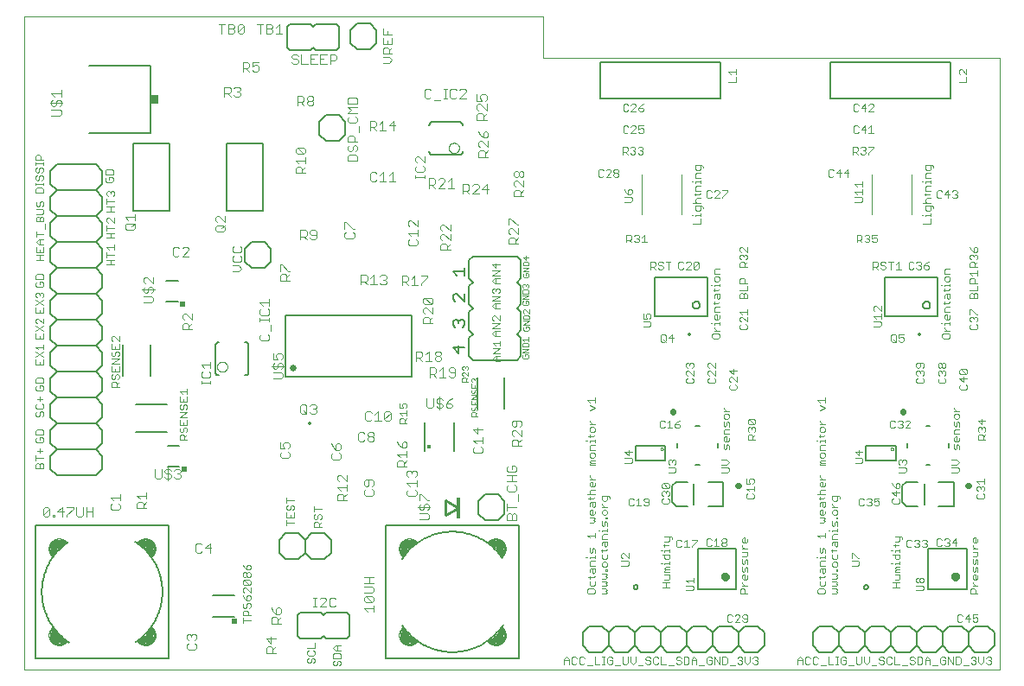
<source format=gto>
G75*
%MOIN*%
%OFA0B0*%
%FSLAX25Y25*%
%IPPOS*%
%LPD*%
%AMOC8*
5,1,8,0,0,1.08239X$1,22.5*
%
%ADD10C,0.00000*%
%ADD11C,0.00300*%
%ADD12C,0.00200*%
%ADD13C,0.00600*%
%ADD14C,0.00400*%
%ADD15C,0.00800*%
%ADD16R,0.03000X0.03400*%
%ADD17C,0.01378*%
%ADD18C,0.01575*%
%ADD19C,0.00500*%
%ADD20R,0.02000X0.02200*%
%ADD21R,0.02000X0.02000*%
%ADD22C,0.01000*%
%ADD23R,0.01181X0.08268*%
%ADD24C,0.02626*%
%ADD25C,0.02200*%
%ADD26C,0.02400*%
%ADD27C,0.00100*%
D10*
X0010759Y0006300D02*
X0205484Y0006300D01*
X0296224Y0006300D01*
X0386759Y0006300D01*
X0386759Y0242300D01*
X0210759Y0242300D01*
X0210759Y0258300D01*
X0010759Y0258300D01*
X0010759Y0006300D01*
X0205484Y0006300D02*
X0205720Y0006300D01*
X0296224Y0006300D02*
X0296350Y0006300D01*
D11*
X0293366Y0008871D02*
X0293366Y0009354D01*
X0292882Y0009838D01*
X0292398Y0009838D01*
X0292882Y0009838D02*
X0293366Y0010322D01*
X0293366Y0010806D01*
X0292882Y0011289D01*
X0291914Y0011289D01*
X0291431Y0010806D01*
X0290419Y0011289D02*
X0290419Y0009354D01*
X0289452Y0008387D01*
X0288484Y0009354D01*
X0288484Y0011289D01*
X0287472Y0010806D02*
X0287472Y0010322D01*
X0286989Y0009838D01*
X0287472Y0009354D01*
X0287472Y0008871D01*
X0286989Y0008387D01*
X0286021Y0008387D01*
X0285538Y0008871D01*
X0286505Y0009838D02*
X0286989Y0009838D01*
X0287472Y0010806D02*
X0286989Y0011289D01*
X0286021Y0011289D01*
X0285538Y0010806D01*
X0284526Y0007903D02*
X0282591Y0007903D01*
X0281579Y0008871D02*
X0281579Y0010806D01*
X0281096Y0011289D01*
X0279644Y0011289D01*
X0279644Y0008387D01*
X0281096Y0008387D01*
X0281579Y0008871D01*
X0278633Y0008387D02*
X0278633Y0011289D01*
X0276698Y0011289D02*
X0278633Y0008387D01*
X0276698Y0008387D02*
X0276698Y0011289D01*
X0275686Y0010806D02*
X0275203Y0011289D01*
X0274235Y0011289D01*
X0273751Y0010806D01*
X0273751Y0008871D01*
X0274235Y0008387D01*
X0275203Y0008387D01*
X0275686Y0008871D01*
X0275686Y0009838D01*
X0274719Y0009838D01*
X0272740Y0007903D02*
X0270805Y0007903D01*
X0269793Y0008387D02*
X0269793Y0010322D01*
X0268826Y0011289D01*
X0267858Y0010322D01*
X0267858Y0008387D01*
X0266847Y0008871D02*
X0266847Y0010806D01*
X0266363Y0011289D01*
X0264912Y0011289D01*
X0264912Y0008387D01*
X0266363Y0008387D01*
X0266847Y0008871D01*
X0267858Y0009838D02*
X0269793Y0009838D01*
X0263900Y0009354D02*
X0263900Y0008871D01*
X0263417Y0008387D01*
X0262449Y0008387D01*
X0261965Y0008871D01*
X0262449Y0009838D02*
X0263417Y0009838D01*
X0263900Y0009354D01*
X0263900Y0010806D02*
X0263417Y0011289D01*
X0262449Y0011289D01*
X0261965Y0010806D01*
X0261965Y0010322D01*
X0262449Y0009838D01*
X0260954Y0007903D02*
X0259019Y0007903D01*
X0258007Y0008387D02*
X0256072Y0008387D01*
X0256072Y0011289D01*
X0255061Y0010806D02*
X0254577Y0011289D01*
X0253610Y0011289D01*
X0253126Y0010806D01*
X0253126Y0008871D01*
X0253610Y0008387D01*
X0254577Y0008387D01*
X0255061Y0008871D01*
X0252114Y0008871D02*
X0252114Y0009354D01*
X0251631Y0009838D01*
X0250663Y0009838D01*
X0250179Y0010322D01*
X0250179Y0010806D01*
X0250663Y0011289D01*
X0251631Y0011289D01*
X0252114Y0010806D01*
X0252114Y0008871D02*
X0251631Y0008387D01*
X0250663Y0008387D01*
X0250179Y0008871D01*
X0249168Y0007903D02*
X0247233Y0007903D01*
X0246221Y0009354D02*
X0245254Y0008387D01*
X0244286Y0009354D01*
X0244286Y0011289D01*
X0243275Y0011289D02*
X0243275Y0008871D01*
X0242791Y0008387D01*
X0241823Y0008387D01*
X0241340Y0008871D01*
X0241340Y0011289D01*
X0240328Y0007903D02*
X0238393Y0007903D01*
X0237382Y0008871D02*
X0237382Y0009838D01*
X0236414Y0009838D01*
X0235447Y0008871D02*
X0235447Y0010806D01*
X0235930Y0011289D01*
X0236898Y0011289D01*
X0237382Y0010806D01*
X0237382Y0008871D02*
X0236898Y0008387D01*
X0235930Y0008387D01*
X0235447Y0008871D01*
X0234450Y0008387D02*
X0233482Y0008387D01*
X0233966Y0008387D02*
X0233966Y0011289D01*
X0233482Y0011289D02*
X0234450Y0011289D01*
X0232471Y0008387D02*
X0230536Y0008387D01*
X0230536Y0011289D01*
X0229524Y0007903D02*
X0227589Y0007903D01*
X0226578Y0008871D02*
X0226094Y0008387D01*
X0225127Y0008387D01*
X0224643Y0008871D01*
X0224643Y0010806D01*
X0225127Y0011289D01*
X0226094Y0011289D01*
X0226578Y0010806D01*
X0223631Y0010806D02*
X0223148Y0011289D01*
X0222180Y0011289D01*
X0221696Y0010806D01*
X0221696Y0008871D01*
X0222180Y0008387D01*
X0223148Y0008387D01*
X0223631Y0008871D01*
X0220685Y0008387D02*
X0220685Y0010322D01*
X0219717Y0011289D01*
X0218750Y0010322D01*
X0218750Y0008387D01*
X0218750Y0009838D02*
X0220685Y0009838D01*
X0246221Y0009354D02*
X0246221Y0011289D01*
X0234853Y0035587D02*
X0235337Y0036071D01*
X0234853Y0036554D01*
X0235337Y0037038D01*
X0234853Y0037522D01*
X0233402Y0037522D01*
X0233402Y0038534D02*
X0234853Y0038534D01*
X0235337Y0039017D01*
X0234853Y0039501D01*
X0235337Y0039985D01*
X0234853Y0040469D01*
X0233402Y0040469D01*
X0233402Y0041480D02*
X0234853Y0041480D01*
X0235337Y0041964D01*
X0234853Y0042448D01*
X0235337Y0042931D01*
X0234853Y0043415D01*
X0233402Y0043415D01*
X0234853Y0044427D02*
X0234853Y0044910D01*
X0235337Y0044910D01*
X0235337Y0044427D01*
X0234853Y0044427D01*
X0234853Y0045900D02*
X0235337Y0046384D01*
X0235337Y0047351D01*
X0234853Y0047835D01*
X0233886Y0047835D01*
X0233402Y0047351D01*
X0233402Y0046384D01*
X0233886Y0045900D01*
X0234853Y0045900D01*
X0234853Y0048846D02*
X0235337Y0049330D01*
X0235337Y0050781D01*
X0234853Y0052277D02*
X0232918Y0052277D01*
X0233402Y0052760D02*
X0233402Y0051793D01*
X0233402Y0050781D02*
X0233402Y0049330D01*
X0233886Y0048846D01*
X0234853Y0048846D01*
X0234853Y0052277D02*
X0235337Y0052760D01*
X0234853Y0053757D02*
X0234369Y0054241D01*
X0234369Y0055692D01*
X0233886Y0055692D02*
X0235337Y0055692D01*
X0235337Y0054241D01*
X0234853Y0053757D01*
X0233402Y0054241D02*
X0233402Y0055208D01*
X0233886Y0055692D01*
X0233402Y0056704D02*
X0233402Y0058155D01*
X0233886Y0058639D01*
X0235337Y0058639D01*
X0235337Y0059650D02*
X0235337Y0060618D01*
X0235337Y0060134D02*
X0233402Y0060134D01*
X0233402Y0059650D01*
X0232434Y0060134D02*
X0231951Y0060134D01*
X0230537Y0059130D02*
X0230537Y0057195D01*
X0230537Y0058162D02*
X0227634Y0058162D01*
X0228602Y0057195D01*
X0228602Y0053237D02*
X0228602Y0051786D01*
X0229086Y0051302D01*
X0229569Y0051786D01*
X0229569Y0052753D01*
X0230053Y0053237D01*
X0230537Y0052753D01*
X0230537Y0051302D01*
X0230537Y0050305D02*
X0230537Y0049337D01*
X0230537Y0049821D02*
X0228602Y0049821D01*
X0228602Y0049337D01*
X0227634Y0049821D02*
X0227151Y0049821D01*
X0229086Y0048326D02*
X0230537Y0048326D01*
X0229086Y0048326D02*
X0228602Y0047842D01*
X0228602Y0046391D01*
X0230537Y0046391D01*
X0230537Y0045379D02*
X0229086Y0045379D01*
X0228602Y0044896D01*
X0228602Y0043928D01*
X0229569Y0043928D02*
X0229569Y0045379D01*
X0230537Y0045379D02*
X0230537Y0043928D01*
X0230053Y0043444D01*
X0229569Y0043928D01*
X0228602Y0042448D02*
X0228602Y0041480D01*
X0228118Y0041964D02*
X0230053Y0041964D01*
X0230537Y0042448D01*
X0230537Y0040469D02*
X0230537Y0039017D01*
X0230053Y0038534D01*
X0229086Y0038534D01*
X0228602Y0039017D01*
X0228602Y0040469D01*
X0228118Y0037522D02*
X0227634Y0037038D01*
X0227634Y0036071D01*
X0228118Y0035587D01*
X0230053Y0035587D01*
X0230537Y0036071D01*
X0230537Y0037038D01*
X0230053Y0037522D01*
X0228118Y0037522D01*
X0233402Y0035587D02*
X0234853Y0035587D01*
X0240834Y0046387D02*
X0243253Y0046387D01*
X0243737Y0046871D01*
X0243737Y0047838D01*
X0243253Y0048322D01*
X0240834Y0048322D01*
X0241318Y0049334D02*
X0240834Y0049817D01*
X0240834Y0050785D01*
X0241318Y0051269D01*
X0241802Y0051269D01*
X0243737Y0049334D01*
X0243737Y0051269D01*
X0235337Y0056704D02*
X0233402Y0056704D01*
X0233886Y0061615D02*
X0233402Y0062098D01*
X0233402Y0063550D01*
X0234369Y0063066D02*
X0234369Y0062098D01*
X0233886Y0061615D01*
X0235337Y0061615D02*
X0235337Y0063066D01*
X0234853Y0063550D01*
X0234369Y0063066D01*
X0234853Y0064561D02*
X0234853Y0065045D01*
X0235337Y0065045D01*
X0235337Y0064561D01*
X0234853Y0064561D01*
X0234853Y0066034D02*
X0235337Y0066518D01*
X0235337Y0067486D01*
X0234853Y0067969D01*
X0233886Y0067969D01*
X0233402Y0067486D01*
X0233402Y0066518D01*
X0233886Y0066034D01*
X0234853Y0066034D01*
X0234369Y0068981D02*
X0233402Y0069948D01*
X0233402Y0070432D01*
X0233886Y0071436D02*
X0234853Y0071436D01*
X0235337Y0071920D01*
X0235337Y0073371D01*
X0235821Y0073371D02*
X0233402Y0073371D01*
X0233402Y0071920D01*
X0233886Y0071436D01*
X0233402Y0068981D02*
X0235337Y0068981D01*
X0236304Y0072404D02*
X0236304Y0072888D01*
X0235821Y0073371D01*
X0230537Y0072895D02*
X0230053Y0072411D01*
X0228118Y0072411D01*
X0228602Y0071927D02*
X0228602Y0072895D01*
X0229086Y0073892D02*
X0228602Y0074375D01*
X0228602Y0075343D01*
X0229086Y0075827D01*
X0230537Y0075827D01*
X0230053Y0076838D02*
X0229086Y0076838D01*
X0228602Y0077322D01*
X0228602Y0078289D01*
X0229086Y0078773D01*
X0229569Y0078773D01*
X0229569Y0076838D01*
X0230053Y0076838D02*
X0230537Y0077322D01*
X0230537Y0078289D01*
X0230537Y0079785D02*
X0228602Y0079785D01*
X0228602Y0080752D02*
X0228602Y0081236D01*
X0228602Y0080752D02*
X0229569Y0079785D01*
X0228602Y0085187D02*
X0228602Y0085670D01*
X0229086Y0086154D01*
X0228602Y0086638D01*
X0229086Y0087122D01*
X0230537Y0087122D01*
X0230537Y0086154D02*
X0229086Y0086154D01*
X0228602Y0085187D02*
X0230537Y0085187D01*
X0230053Y0088133D02*
X0230537Y0088617D01*
X0230537Y0089584D01*
X0230053Y0090068D01*
X0229086Y0090068D01*
X0228602Y0089584D01*
X0228602Y0088617D01*
X0229086Y0088133D01*
X0230053Y0088133D01*
X0230537Y0091080D02*
X0228602Y0091080D01*
X0228602Y0092531D01*
X0229086Y0093015D01*
X0230537Y0093015D01*
X0230537Y0094026D02*
X0230537Y0094994D01*
X0230537Y0094510D02*
X0228602Y0094510D01*
X0228602Y0094026D01*
X0227634Y0094510D02*
X0227151Y0094510D01*
X0228602Y0095991D02*
X0228602Y0096958D01*
X0228118Y0096474D02*
X0230053Y0096474D01*
X0230537Y0096958D01*
X0230053Y0097955D02*
X0229086Y0097955D01*
X0228602Y0098439D01*
X0228602Y0099406D01*
X0229086Y0099890D01*
X0230053Y0099890D01*
X0230537Y0099406D01*
X0230537Y0098439D01*
X0230053Y0097955D01*
X0229569Y0100901D02*
X0228602Y0101869D01*
X0228602Y0102353D01*
X0228602Y0100901D02*
X0230537Y0100901D01*
X0228602Y0106303D02*
X0230537Y0107271D01*
X0228602Y0108238D01*
X0228602Y0109250D02*
X0227634Y0110217D01*
X0230537Y0110217D01*
X0230537Y0109250D02*
X0230537Y0111185D01*
X0255597Y0102006D02*
X0255597Y0100071D01*
X0256081Y0099587D01*
X0257049Y0099587D01*
X0257532Y0100071D01*
X0258544Y0099587D02*
X0260479Y0099587D01*
X0259511Y0099587D02*
X0259511Y0102489D01*
X0258544Y0101522D01*
X0257532Y0102006D02*
X0257049Y0102489D01*
X0256081Y0102489D01*
X0255597Y0102006D01*
X0261490Y0101038D02*
X0261490Y0100071D01*
X0261974Y0099587D01*
X0262942Y0099587D01*
X0263425Y0100071D01*
X0263425Y0100554D01*
X0262942Y0101038D01*
X0261490Y0101038D01*
X0262458Y0102006D01*
X0263425Y0102489D01*
X0245037Y0090448D02*
X0242134Y0090448D01*
X0243586Y0088997D01*
X0243586Y0090931D01*
X0244553Y0087985D02*
X0242134Y0087985D01*
X0242134Y0086050D02*
X0244553Y0086050D01*
X0245037Y0086534D01*
X0245037Y0087501D01*
X0244553Y0087985D01*
X0256434Y0077731D02*
X0256918Y0078215D01*
X0258853Y0076280D01*
X0259337Y0076764D01*
X0259337Y0077731D01*
X0258853Y0078215D01*
X0256918Y0078215D01*
X0256434Y0077731D02*
X0256434Y0076764D01*
X0256918Y0076280D01*
X0258853Y0076280D01*
X0258853Y0075269D02*
X0259337Y0074785D01*
X0259337Y0073817D01*
X0258853Y0073334D01*
X0258853Y0072322D02*
X0259337Y0071838D01*
X0259337Y0070871D01*
X0258853Y0070387D01*
X0256918Y0070387D01*
X0256434Y0070871D01*
X0256434Y0071838D01*
X0256918Y0072322D01*
X0256918Y0073334D02*
X0256434Y0073817D01*
X0256434Y0074785D01*
X0256918Y0075269D01*
X0257402Y0075269D01*
X0257886Y0074785D01*
X0258369Y0075269D01*
X0258853Y0075269D01*
X0257886Y0074785D02*
X0257886Y0074301D01*
X0251425Y0072006D02*
X0250942Y0072489D01*
X0249974Y0072489D01*
X0249490Y0072006D01*
X0249490Y0071522D01*
X0249974Y0071038D01*
X0251425Y0071038D01*
X0251425Y0070071D02*
X0251425Y0072006D01*
X0251425Y0070071D02*
X0250942Y0069587D01*
X0249974Y0069587D01*
X0249490Y0070071D01*
X0248479Y0069587D02*
X0246544Y0069587D01*
X0247511Y0069587D02*
X0247511Y0072489D01*
X0246544Y0071522D01*
X0245532Y0072006D02*
X0245049Y0072489D01*
X0244081Y0072489D01*
X0243597Y0072006D01*
X0243597Y0070071D01*
X0244081Y0069587D01*
X0245049Y0069587D01*
X0245532Y0070071D01*
X0230537Y0069465D02*
X0230053Y0068981D01*
X0229569Y0069465D01*
X0229569Y0070916D01*
X0229086Y0070916D02*
X0230537Y0070916D01*
X0230537Y0069465D01*
X0229569Y0067969D02*
X0229569Y0066034D01*
X0229086Y0066034D02*
X0230053Y0066034D01*
X0230537Y0066518D01*
X0230537Y0067486D01*
X0229569Y0067969D02*
X0229086Y0067969D01*
X0228602Y0067486D01*
X0228602Y0066518D01*
X0229086Y0066034D01*
X0228602Y0065023D02*
X0230053Y0065023D01*
X0230537Y0064539D01*
X0230053Y0064055D01*
X0230537Y0063572D01*
X0230053Y0063088D01*
X0228602Y0063088D01*
X0228602Y0069465D02*
X0228602Y0070432D01*
X0229086Y0070916D01*
X0230537Y0073892D02*
X0227634Y0073892D01*
X0202370Y0092650D02*
X0198667Y0092650D01*
X0198667Y0094502D01*
X0199284Y0095119D01*
X0200518Y0095119D01*
X0201136Y0094502D01*
X0201136Y0092650D01*
X0201136Y0093884D02*
X0202370Y0095119D01*
X0202370Y0096333D02*
X0199901Y0098802D01*
X0199284Y0098802D01*
X0198667Y0098185D01*
X0198667Y0096950D01*
X0199284Y0096333D01*
X0202370Y0096333D02*
X0202370Y0098802D01*
X0201753Y0100016D02*
X0202370Y0100633D01*
X0202370Y0101868D01*
X0201753Y0102485D01*
X0199284Y0102485D01*
X0198667Y0101868D01*
X0198667Y0100633D01*
X0199284Y0100016D01*
X0199901Y0100016D01*
X0200518Y0100633D01*
X0200518Y0102485D01*
X0187370Y0099068D02*
X0183667Y0099068D01*
X0185518Y0097216D01*
X0185518Y0099685D01*
X0187370Y0096002D02*
X0187370Y0093533D01*
X0187370Y0094768D02*
X0183667Y0094768D01*
X0184901Y0093533D01*
X0184284Y0092319D02*
X0183667Y0091702D01*
X0183667Y0090467D01*
X0184284Y0089850D01*
X0186753Y0089850D01*
X0187370Y0090467D01*
X0187370Y0091702D01*
X0186753Y0092319D01*
X0175067Y0107222D02*
X0173832Y0107222D01*
X0173215Y0107839D01*
X0173215Y0109073D01*
X0175067Y0109073D01*
X0175684Y0108456D01*
X0175684Y0107839D01*
X0175067Y0107222D01*
X0173215Y0109073D02*
X0174449Y0110308D01*
X0175684Y0110925D01*
X0172001Y0110308D02*
X0171383Y0110925D01*
X0170149Y0110925D01*
X0169532Y0110308D01*
X0169532Y0109690D01*
X0170149Y0109073D01*
X0171383Y0109073D01*
X0172001Y0108456D01*
X0172001Y0107839D01*
X0171383Y0107222D01*
X0170149Y0107222D01*
X0169532Y0107839D01*
X0168317Y0107839D02*
X0168317Y0110925D01*
X0165849Y0110925D02*
X0165849Y0107839D01*
X0166466Y0107222D01*
X0167700Y0107222D01*
X0168317Y0107839D01*
X0170766Y0106604D02*
X0170766Y0111542D01*
X0170653Y0119150D02*
X0173122Y0119150D01*
X0171888Y0119150D02*
X0171888Y0122853D01*
X0170653Y0121619D01*
X0169439Y0122236D02*
X0169439Y0121002D01*
X0168822Y0120384D01*
X0166970Y0120384D01*
X0166970Y0119150D02*
X0166970Y0122853D01*
X0168822Y0122853D01*
X0169439Y0122236D01*
X0168204Y0120384D02*
X0169439Y0119150D01*
X0174336Y0119767D02*
X0174953Y0119150D01*
X0176188Y0119150D01*
X0176805Y0119767D01*
X0176805Y0122236D01*
X0176188Y0122853D01*
X0174953Y0122853D01*
X0174336Y0122236D01*
X0174336Y0121619D01*
X0174953Y0121002D01*
X0176805Y0121002D01*
X0171456Y0126067D02*
X0170838Y0125450D01*
X0169604Y0125450D01*
X0168987Y0126067D01*
X0168987Y0126684D01*
X0169604Y0127302D01*
X0170838Y0127302D01*
X0171456Y0126684D01*
X0171456Y0126067D01*
X0170838Y0127302D02*
X0171456Y0127919D01*
X0171456Y0128536D01*
X0170838Y0129153D01*
X0169604Y0129153D01*
X0168987Y0128536D01*
X0168987Y0127919D01*
X0169604Y0127302D01*
X0167772Y0125450D02*
X0165304Y0125450D01*
X0164089Y0125450D02*
X0162855Y0126684D01*
X0163472Y0126684D02*
X0161621Y0126684D01*
X0161621Y0125450D02*
X0161621Y0129153D01*
X0163472Y0129153D01*
X0164089Y0128536D01*
X0164089Y0127302D01*
X0163472Y0126684D01*
X0165304Y0127919D02*
X0166538Y0129153D01*
X0166538Y0125450D01*
X0166936Y0139950D02*
X0166936Y0141802D01*
X0166318Y0142419D01*
X0165084Y0142419D01*
X0164467Y0141802D01*
X0164467Y0139950D01*
X0168170Y0139950D01*
X0166936Y0141184D02*
X0168170Y0142419D01*
X0168170Y0143633D02*
X0165701Y0146102D01*
X0165084Y0146102D01*
X0164467Y0145485D01*
X0164467Y0144250D01*
X0165084Y0143633D01*
X0168170Y0143633D02*
X0168170Y0146102D01*
X0167553Y0147316D02*
X0165084Y0149785D01*
X0167553Y0149785D01*
X0168170Y0149168D01*
X0168170Y0147933D01*
X0167553Y0147316D01*
X0165084Y0147316D01*
X0164467Y0147933D01*
X0164467Y0149168D01*
X0165084Y0149785D01*
X0163636Y0154650D02*
X0163636Y0155267D01*
X0166105Y0157736D01*
X0166105Y0158353D01*
X0163636Y0158353D01*
X0161188Y0158353D02*
X0159953Y0157119D01*
X0158739Y0157736D02*
X0158122Y0158353D01*
X0156270Y0158353D01*
X0156270Y0154650D01*
X0156270Y0155884D02*
X0158122Y0155884D01*
X0158739Y0156502D01*
X0158739Y0157736D01*
X0157504Y0155884D02*
X0158739Y0154650D01*
X0159953Y0154650D02*
X0162422Y0154650D01*
X0161188Y0154650D02*
X0161188Y0158353D01*
X0150305Y0157936D02*
X0150305Y0157319D01*
X0149688Y0156702D01*
X0150305Y0156084D01*
X0150305Y0155467D01*
X0149688Y0154850D01*
X0148453Y0154850D01*
X0147836Y0155467D01*
X0146622Y0154850D02*
X0144153Y0154850D01*
X0142939Y0154850D02*
X0141704Y0156084D01*
X0142322Y0156084D02*
X0140470Y0156084D01*
X0140470Y0154850D02*
X0140470Y0158553D01*
X0142322Y0158553D01*
X0142939Y0157936D01*
X0142939Y0156702D01*
X0142322Y0156084D01*
X0144153Y0157319D02*
X0145388Y0158553D01*
X0145388Y0154850D01*
X0147836Y0157936D02*
X0148453Y0158553D01*
X0149688Y0158553D01*
X0150305Y0157936D01*
X0149688Y0156702D02*
X0149071Y0156702D01*
X0159184Y0169901D02*
X0161653Y0169901D01*
X0162270Y0170518D01*
X0162270Y0171752D01*
X0161653Y0172369D01*
X0162270Y0173584D02*
X0162270Y0176052D01*
X0162270Y0177267D02*
X0159801Y0179736D01*
X0159184Y0179736D01*
X0158567Y0179118D01*
X0158567Y0177884D01*
X0159184Y0177267D01*
X0158567Y0174818D02*
X0162270Y0174818D01*
X0162270Y0177267D02*
X0162270Y0179736D01*
X0158567Y0174818D02*
X0159801Y0173584D01*
X0159184Y0172369D02*
X0158567Y0171752D01*
X0158567Y0170518D01*
X0159184Y0169901D01*
X0171167Y0170052D02*
X0171784Y0170669D01*
X0173018Y0170669D01*
X0173636Y0170052D01*
X0173636Y0168201D01*
X0173636Y0169435D02*
X0174870Y0170669D01*
X0174870Y0171884D02*
X0172401Y0174352D01*
X0171784Y0174352D01*
X0171167Y0173735D01*
X0171167Y0172501D01*
X0171784Y0171884D01*
X0171167Y0170052D02*
X0171167Y0168201D01*
X0174870Y0168201D01*
X0174870Y0171884D02*
X0174870Y0174352D01*
X0174870Y0175567D02*
X0172401Y0178036D01*
X0171784Y0178036D01*
X0171167Y0177418D01*
X0171167Y0176184D01*
X0171784Y0175567D01*
X0174870Y0175567D02*
X0174870Y0178036D01*
X0179721Y0189850D02*
X0179721Y0193553D01*
X0181572Y0193553D01*
X0182189Y0192936D01*
X0182189Y0191702D01*
X0181572Y0191084D01*
X0179721Y0191084D01*
X0180955Y0191084D02*
X0182189Y0189850D01*
X0183404Y0189850D02*
X0185872Y0192319D01*
X0185872Y0192936D01*
X0185255Y0193553D01*
X0184021Y0193553D01*
X0183404Y0192936D01*
X0183404Y0189850D02*
X0185872Y0189850D01*
X0187087Y0191702D02*
X0189556Y0191702D01*
X0188938Y0193553D02*
X0187087Y0191702D01*
X0188938Y0193553D02*
X0188938Y0189850D01*
X0199467Y0190752D02*
X0200084Y0191369D01*
X0201318Y0191369D01*
X0201936Y0190752D01*
X0201936Y0188901D01*
X0201936Y0190135D02*
X0203170Y0191369D01*
X0203170Y0192584D02*
X0200701Y0195052D01*
X0200084Y0195052D01*
X0199467Y0194435D01*
X0199467Y0193201D01*
X0200084Y0192584D01*
X0199467Y0190752D02*
X0199467Y0188901D01*
X0203170Y0188901D01*
X0203170Y0192584D02*
X0203170Y0195052D01*
X0202553Y0196267D02*
X0201936Y0196267D01*
X0201318Y0196884D01*
X0201318Y0198118D01*
X0201936Y0198736D01*
X0202553Y0198736D01*
X0203170Y0198118D01*
X0203170Y0196884D01*
X0202553Y0196267D01*
X0201318Y0196884D02*
X0200701Y0196267D01*
X0200084Y0196267D01*
X0199467Y0196884D01*
X0199467Y0198118D01*
X0200084Y0198736D01*
X0200701Y0198736D01*
X0201318Y0198118D01*
X0189470Y0204150D02*
X0185767Y0204150D01*
X0185767Y0206002D01*
X0186384Y0206619D01*
X0187618Y0206619D01*
X0188236Y0206002D01*
X0188236Y0204150D01*
X0188236Y0205384D02*
X0189470Y0206619D01*
X0189470Y0207833D02*
X0187001Y0210302D01*
X0186384Y0210302D01*
X0185767Y0209685D01*
X0185767Y0208450D01*
X0186384Y0207833D01*
X0189470Y0207833D02*
X0189470Y0210302D01*
X0188853Y0211516D02*
X0189470Y0212133D01*
X0189470Y0213368D01*
X0188853Y0213985D01*
X0188236Y0213985D01*
X0187618Y0213368D01*
X0187618Y0211516D01*
X0188853Y0211516D01*
X0187618Y0211516D02*
X0186384Y0212751D01*
X0185767Y0213985D01*
X0185167Y0218450D02*
X0185167Y0220302D01*
X0185784Y0220919D01*
X0187018Y0220919D01*
X0187636Y0220302D01*
X0187636Y0218450D01*
X0188870Y0218450D02*
X0185167Y0218450D01*
X0187636Y0219684D02*
X0188870Y0220919D01*
X0188870Y0222133D02*
X0186401Y0224602D01*
X0185784Y0224602D01*
X0185167Y0223985D01*
X0185167Y0222750D01*
X0185784Y0222133D01*
X0188870Y0222133D02*
X0188870Y0224602D01*
X0188253Y0225816D02*
X0188870Y0226433D01*
X0188870Y0227668D01*
X0188253Y0228285D01*
X0187018Y0228285D01*
X0186401Y0227668D01*
X0186401Y0227051D01*
X0187018Y0225816D01*
X0185167Y0225816D01*
X0185167Y0228285D01*
X0180956Y0229219D02*
X0180956Y0229836D01*
X0180338Y0230453D01*
X0179104Y0230453D01*
X0178487Y0229836D01*
X0177272Y0229836D02*
X0176655Y0230453D01*
X0175421Y0230453D01*
X0174804Y0229836D01*
X0174804Y0227367D01*
X0175421Y0226750D01*
X0176655Y0226750D01*
X0177272Y0227367D01*
X0178487Y0226750D02*
X0180956Y0229219D01*
X0180956Y0226750D02*
X0178487Y0226750D01*
X0173583Y0226750D02*
X0172348Y0226750D01*
X0172965Y0226750D02*
X0172965Y0230453D01*
X0172348Y0230453D02*
X0173583Y0230453D01*
X0171134Y0226133D02*
X0168665Y0226133D01*
X0167451Y0227367D02*
X0166834Y0226750D01*
X0165599Y0226750D01*
X0164982Y0227367D01*
X0164982Y0229836D01*
X0165599Y0230453D01*
X0166834Y0230453D01*
X0167451Y0229836D01*
X0153088Y0218053D02*
X0151236Y0216202D01*
X0153705Y0216202D01*
X0153088Y0218053D02*
X0153088Y0214350D01*
X0150022Y0214350D02*
X0147553Y0214350D01*
X0146339Y0214350D02*
X0145104Y0215584D01*
X0145722Y0215584D02*
X0143870Y0215584D01*
X0143870Y0214350D02*
X0143870Y0218053D01*
X0145722Y0218053D01*
X0146339Y0217436D01*
X0146339Y0216202D01*
X0145722Y0215584D01*
X0147553Y0216819D02*
X0148788Y0218053D01*
X0148788Y0214350D01*
X0148938Y0198253D02*
X0148938Y0194550D01*
X0147704Y0194550D02*
X0150172Y0194550D01*
X0151387Y0194550D02*
X0153856Y0194550D01*
X0152621Y0194550D02*
X0152621Y0198253D01*
X0151387Y0197019D01*
X0148938Y0198253D02*
X0147704Y0197019D01*
X0146489Y0197636D02*
X0145872Y0198253D01*
X0144638Y0198253D01*
X0144021Y0197636D01*
X0144021Y0195167D01*
X0144638Y0194550D01*
X0145872Y0194550D01*
X0146489Y0195167D01*
X0166621Y0195853D02*
X0166621Y0192150D01*
X0166621Y0193384D02*
X0168472Y0193384D01*
X0169089Y0194002D01*
X0169089Y0195236D01*
X0168472Y0195853D01*
X0166621Y0195853D01*
X0167855Y0193384D02*
X0169089Y0192150D01*
X0170304Y0192150D02*
X0172772Y0194619D01*
X0172772Y0195236D01*
X0172155Y0195853D01*
X0170921Y0195853D01*
X0170304Y0195236D01*
X0170304Y0192150D02*
X0172772Y0192150D01*
X0173987Y0192150D02*
X0176456Y0192150D01*
X0175221Y0192150D02*
X0175221Y0195853D01*
X0173987Y0194619D01*
X0197467Y0180336D02*
X0197467Y0177867D01*
X0198084Y0176652D02*
X0197467Y0176035D01*
X0197467Y0174801D01*
X0198084Y0174184D01*
X0198084Y0172969D02*
X0199318Y0172969D01*
X0199936Y0172352D01*
X0199936Y0170501D01*
X0199936Y0171735D02*
X0201170Y0172969D01*
X0201170Y0174184D02*
X0198701Y0176652D01*
X0198084Y0176652D01*
X0200553Y0177867D02*
X0198084Y0180336D01*
X0197467Y0180336D01*
X0200553Y0177867D02*
X0201170Y0177867D01*
X0201170Y0176652D02*
X0201170Y0174184D01*
X0198084Y0172969D02*
X0197467Y0172352D01*
X0197467Y0170501D01*
X0201170Y0170501D01*
X0193970Y0162655D02*
X0191068Y0162655D01*
X0192519Y0161203D01*
X0192519Y0163138D01*
X0193970Y0160192D02*
X0191068Y0160192D01*
X0191068Y0158257D02*
X0193970Y0160192D01*
X0193970Y0158257D02*
X0191068Y0158257D01*
X0192035Y0157245D02*
X0193970Y0157245D01*
X0192519Y0157245D02*
X0192519Y0155310D01*
X0192035Y0155310D02*
X0191068Y0156278D01*
X0192035Y0157245D01*
X0192035Y0155310D02*
X0193970Y0155310D01*
X0193486Y0153438D02*
X0193970Y0152955D01*
X0193970Y0151987D01*
X0193486Y0151503D01*
X0193970Y0150492D02*
X0191068Y0150492D01*
X0191551Y0151503D02*
X0191068Y0151987D01*
X0191068Y0152955D01*
X0191551Y0153438D01*
X0192035Y0153438D01*
X0192519Y0152955D01*
X0193002Y0153438D01*
X0193486Y0153438D01*
X0192519Y0152955D02*
X0192519Y0152471D01*
X0193970Y0150492D02*
X0191068Y0148557D01*
X0193970Y0148557D01*
X0193970Y0147545D02*
X0192035Y0147545D01*
X0191068Y0146578D01*
X0192035Y0145610D01*
X0193970Y0145610D01*
X0192519Y0145610D02*
X0192519Y0147545D01*
X0192035Y0142938D02*
X0191551Y0142938D01*
X0191068Y0142455D01*
X0191068Y0141487D01*
X0191551Y0141003D01*
X0191068Y0139992D02*
X0193970Y0139992D01*
X0191068Y0138057D01*
X0193970Y0138057D01*
X0193970Y0137045D02*
X0192035Y0137045D01*
X0191068Y0136078D01*
X0192035Y0135110D01*
X0193970Y0135110D01*
X0192519Y0135110D02*
X0192519Y0137045D01*
X0193970Y0141003D02*
X0192035Y0142938D01*
X0193970Y0142938D02*
X0193970Y0141003D01*
X0194170Y0133138D02*
X0194170Y0131203D01*
X0194170Y0132171D02*
X0191268Y0132171D01*
X0192235Y0131203D01*
X0191268Y0130192D02*
X0194170Y0130192D01*
X0191268Y0128257D01*
X0194170Y0128257D01*
X0194170Y0127245D02*
X0192235Y0127245D01*
X0191268Y0126278D01*
X0192235Y0125310D01*
X0194170Y0125310D01*
X0192719Y0125310D02*
X0192719Y0127245D01*
X0158170Y0108655D02*
X0158170Y0107687D01*
X0157686Y0107203D01*
X0156719Y0107203D02*
X0156235Y0108171D01*
X0156235Y0108655D01*
X0156719Y0109138D01*
X0157686Y0109138D01*
X0158170Y0108655D01*
X0156719Y0107203D02*
X0155268Y0107203D01*
X0155268Y0109138D01*
X0155268Y0105224D02*
X0158170Y0105224D01*
X0158170Y0104257D02*
X0158170Y0106192D01*
X0156235Y0104257D02*
X0155268Y0105224D01*
X0155751Y0103245D02*
X0155268Y0102762D01*
X0155268Y0101310D01*
X0158170Y0101310D01*
X0157202Y0101310D02*
X0157202Y0102762D01*
X0156719Y0103245D01*
X0155751Y0103245D01*
X0157202Y0102278D02*
X0158170Y0103245D01*
X0151956Y0102867D02*
X0151956Y0105336D01*
X0149487Y0102867D01*
X0150104Y0102250D01*
X0151338Y0102250D01*
X0151956Y0102867D01*
X0151956Y0105336D02*
X0151338Y0105953D01*
X0150104Y0105953D01*
X0149487Y0105336D01*
X0149487Y0102867D01*
X0148272Y0102250D02*
X0145804Y0102250D01*
X0147038Y0102250D02*
X0147038Y0105953D01*
X0145804Y0104719D01*
X0144589Y0105336D02*
X0143972Y0105953D01*
X0142738Y0105953D01*
X0142121Y0105336D01*
X0142121Y0102867D01*
X0142738Y0102250D01*
X0143972Y0102250D01*
X0144589Y0102867D01*
X0144905Y0098053D02*
X0143670Y0098053D01*
X0143053Y0097436D01*
X0143053Y0096819D01*
X0143670Y0096202D01*
X0144905Y0096202D01*
X0145522Y0095584D01*
X0145522Y0094967D01*
X0144905Y0094350D01*
X0143670Y0094350D01*
X0143053Y0094967D01*
X0143053Y0095584D01*
X0143670Y0096202D01*
X0144905Y0096202D02*
X0145522Y0096819D01*
X0145522Y0097436D01*
X0144905Y0098053D01*
X0141839Y0097436D02*
X0141222Y0098053D01*
X0139987Y0098053D01*
X0139370Y0097436D01*
X0139370Y0094967D01*
X0139987Y0094350D01*
X0141222Y0094350D01*
X0141839Y0094967D01*
X0132670Y0092918D02*
X0132053Y0093536D01*
X0131436Y0093536D01*
X0130818Y0092918D01*
X0130818Y0091067D01*
X0132053Y0091067D01*
X0132670Y0091684D01*
X0132670Y0092918D01*
X0130818Y0091067D02*
X0129584Y0092301D01*
X0128967Y0093536D01*
X0129584Y0089852D02*
X0128967Y0089235D01*
X0128967Y0088001D01*
X0129584Y0087384D01*
X0132053Y0087384D01*
X0132670Y0088001D01*
X0132670Y0089235D01*
X0132053Y0089852D01*
X0131984Y0081485D02*
X0131367Y0080868D01*
X0131367Y0079633D01*
X0131984Y0079016D01*
X0131984Y0081485D02*
X0132601Y0081485D01*
X0135070Y0079016D01*
X0135070Y0081485D01*
X0135070Y0077802D02*
X0135070Y0075333D01*
X0135070Y0074119D02*
X0133836Y0072884D01*
X0133836Y0073502D02*
X0133836Y0071650D01*
X0135070Y0071650D02*
X0131367Y0071650D01*
X0131367Y0073502D01*
X0131984Y0074119D01*
X0133218Y0074119D01*
X0133836Y0073502D01*
X0132601Y0075333D02*
X0131367Y0076568D01*
X0135070Y0076568D01*
X0141667Y0077750D02*
X0142284Y0077133D01*
X0142901Y0077133D01*
X0143518Y0077750D01*
X0143518Y0079602D01*
X0142284Y0079602D02*
X0141667Y0078985D01*
X0141667Y0077750D01*
X0142284Y0075919D02*
X0141667Y0075302D01*
X0141667Y0074067D01*
X0142284Y0073450D01*
X0144753Y0073450D01*
X0145370Y0074067D01*
X0145370Y0075302D01*
X0144753Y0075919D01*
X0144753Y0077133D02*
X0145370Y0077750D01*
X0145370Y0078985D01*
X0144753Y0079602D01*
X0142284Y0079602D01*
X0154467Y0084550D02*
X0154467Y0086402D01*
X0155084Y0087019D01*
X0156318Y0087019D01*
X0156936Y0086402D01*
X0156936Y0084550D01*
X0158170Y0084550D02*
X0154467Y0084550D01*
X0156936Y0085784D02*
X0158170Y0087019D01*
X0158170Y0088233D02*
X0158170Y0090702D01*
X0158170Y0089468D02*
X0154467Y0089468D01*
X0155701Y0088233D01*
X0156318Y0091916D02*
X0155084Y0093151D01*
X0154467Y0094385D01*
X0156318Y0093768D02*
X0156318Y0091916D01*
X0157553Y0091916D01*
X0158170Y0092533D01*
X0158170Y0093768D01*
X0157553Y0094385D01*
X0156936Y0094385D01*
X0156318Y0093768D01*
X0158784Y0083136D02*
X0159401Y0083136D01*
X0160018Y0082518D01*
X0160636Y0083136D01*
X0161253Y0083136D01*
X0161870Y0082518D01*
X0161870Y0081284D01*
X0161253Y0080667D01*
X0161870Y0079452D02*
X0161870Y0076984D01*
X0161870Y0078218D02*
X0158167Y0078218D01*
X0159401Y0076984D01*
X0158784Y0075769D02*
X0158167Y0075152D01*
X0158167Y0073918D01*
X0158784Y0073301D01*
X0161253Y0073301D01*
X0161870Y0073918D01*
X0161870Y0075152D01*
X0161253Y0075769D01*
X0158784Y0080667D02*
X0158167Y0081284D01*
X0158167Y0082518D01*
X0158784Y0083136D01*
X0160018Y0082518D02*
X0160018Y0081901D01*
X0125270Y0068211D02*
X0122368Y0068211D01*
X0122368Y0069178D02*
X0122368Y0067243D01*
X0122851Y0066231D02*
X0122368Y0065748D01*
X0122368Y0064780D01*
X0122851Y0064297D01*
X0123335Y0064297D01*
X0123819Y0064780D01*
X0123819Y0065748D01*
X0124302Y0066231D01*
X0124786Y0066231D01*
X0125270Y0065748D01*
X0125270Y0064780D01*
X0124786Y0064297D01*
X0125270Y0063285D02*
X0124302Y0062317D01*
X0124302Y0062801D02*
X0124302Y0061350D01*
X0125270Y0061350D02*
X0122368Y0061350D01*
X0122368Y0062801D01*
X0122851Y0063285D01*
X0123819Y0063285D01*
X0124302Y0062801D01*
X0114670Y0062917D02*
X0111768Y0062917D01*
X0111768Y0061950D02*
X0111768Y0063885D01*
X0111768Y0064897D02*
X0114670Y0064897D01*
X0114670Y0066831D01*
X0114186Y0067843D02*
X0114670Y0068327D01*
X0114670Y0069294D01*
X0114186Y0069778D01*
X0113702Y0069778D01*
X0113219Y0069294D01*
X0113219Y0068327D01*
X0112735Y0067843D01*
X0112251Y0067843D01*
X0111768Y0068327D01*
X0111768Y0069294D01*
X0112251Y0069778D01*
X0111768Y0070790D02*
X0111768Y0072725D01*
X0111768Y0071757D02*
X0114670Y0071757D01*
X0111768Y0066831D02*
X0111768Y0064897D01*
X0113219Y0064897D02*
X0113219Y0065864D01*
X0097386Y0046811D02*
X0096902Y0046811D01*
X0096419Y0046327D01*
X0096419Y0044876D01*
X0097386Y0044876D01*
X0097870Y0045359D01*
X0097870Y0046327D01*
X0097386Y0046811D01*
X0095451Y0045843D02*
X0096419Y0044876D01*
X0096902Y0043864D02*
X0097386Y0043864D01*
X0097870Y0043380D01*
X0097870Y0042413D01*
X0097386Y0041929D01*
X0096902Y0041929D01*
X0096419Y0042413D01*
X0096419Y0043380D01*
X0096902Y0043864D01*
X0096419Y0043380D02*
X0095935Y0043864D01*
X0095451Y0043864D01*
X0094968Y0043380D01*
X0094968Y0042413D01*
X0095451Y0041929D01*
X0095935Y0041929D01*
X0096419Y0042413D01*
X0097386Y0040918D02*
X0095451Y0040918D01*
X0097386Y0038983D01*
X0097870Y0039466D01*
X0097870Y0040434D01*
X0097386Y0040918D01*
X0095451Y0040918D02*
X0094968Y0040434D01*
X0094968Y0039466D01*
X0095451Y0038983D01*
X0097386Y0038983D01*
X0097870Y0037971D02*
X0097870Y0036036D01*
X0095935Y0037971D01*
X0095451Y0037971D01*
X0094968Y0037487D01*
X0094968Y0036520D01*
X0095451Y0036036D01*
X0094968Y0035025D02*
X0095451Y0034057D01*
X0096419Y0033090D01*
X0096419Y0034541D01*
X0096902Y0035025D01*
X0097386Y0035025D01*
X0097870Y0034541D01*
X0097870Y0033573D01*
X0097386Y0033090D01*
X0096419Y0033090D01*
X0096902Y0032078D02*
X0097386Y0032078D01*
X0097870Y0031594D01*
X0097870Y0030627D01*
X0097386Y0030143D01*
X0096419Y0030627D02*
X0096419Y0031594D01*
X0096902Y0032078D01*
X0095451Y0032078D02*
X0094968Y0031594D01*
X0094968Y0030627D01*
X0095451Y0030143D01*
X0095935Y0030143D01*
X0096419Y0030627D01*
X0096419Y0029131D02*
X0096902Y0028648D01*
X0096902Y0027197D01*
X0097870Y0027197D02*
X0094968Y0027197D01*
X0094968Y0028648D01*
X0095451Y0029131D01*
X0096419Y0029131D01*
X0094968Y0026185D02*
X0094968Y0024250D01*
X0094968Y0025217D02*
X0097870Y0025217D01*
X0105867Y0025935D02*
X0105867Y0024084D01*
X0109570Y0024084D01*
X0108336Y0024084D02*
X0108336Y0025935D01*
X0107718Y0026552D01*
X0106484Y0026552D01*
X0105867Y0025935D01*
X0108336Y0025318D02*
X0109570Y0026552D01*
X0108953Y0027767D02*
X0107718Y0027767D01*
X0107718Y0029618D01*
X0108336Y0030236D01*
X0108953Y0030236D01*
X0109570Y0029618D01*
X0109570Y0028384D01*
X0108953Y0027767D01*
X0107718Y0027767D02*
X0106484Y0029001D01*
X0105867Y0030236D01*
X0105818Y0018902D02*
X0105818Y0016433D01*
X0103967Y0018285D01*
X0107670Y0018285D01*
X0107670Y0015219D02*
X0106436Y0013984D01*
X0106436Y0014602D02*
X0106436Y0012750D01*
X0107670Y0012750D02*
X0103967Y0012750D01*
X0103967Y0014602D01*
X0104584Y0015219D01*
X0105818Y0015219D01*
X0106436Y0014602D01*
X0119768Y0014743D02*
X0122670Y0014743D01*
X0122670Y0016678D01*
X0122186Y0013731D02*
X0122670Y0013248D01*
X0122670Y0012280D01*
X0122186Y0011797D01*
X0120251Y0011797D01*
X0119768Y0012280D01*
X0119768Y0013248D01*
X0120251Y0013731D01*
X0120251Y0010785D02*
X0119768Y0010301D01*
X0119768Y0009334D01*
X0120251Y0008850D01*
X0120735Y0008850D01*
X0121219Y0009334D01*
X0121219Y0010301D01*
X0121702Y0010785D01*
X0122186Y0010785D01*
X0122670Y0010301D01*
X0122670Y0009334D01*
X0122186Y0008850D01*
X0129768Y0009301D02*
X0129768Y0008334D01*
X0130251Y0007850D01*
X0130735Y0007850D01*
X0131219Y0008334D01*
X0131219Y0009301D01*
X0131702Y0009785D01*
X0132186Y0009785D01*
X0132670Y0009301D01*
X0132670Y0008334D01*
X0132186Y0007850D01*
X0130251Y0009785D02*
X0129768Y0009301D01*
X0129768Y0010797D02*
X0129768Y0012248D01*
X0130251Y0012731D01*
X0132186Y0012731D01*
X0132670Y0012248D01*
X0132670Y0010797D01*
X0129768Y0010797D01*
X0130735Y0013743D02*
X0129768Y0014711D01*
X0130735Y0015678D01*
X0132670Y0015678D01*
X0131219Y0015678D02*
X0131219Y0013743D01*
X0130735Y0013743D02*
X0132670Y0013743D01*
X0142990Y0028607D02*
X0141756Y0029842D01*
X0145459Y0029842D01*
X0145459Y0031076D02*
X0145459Y0028607D01*
X0144842Y0032291D02*
X0142373Y0032291D01*
X0141756Y0032908D01*
X0141756Y0034142D01*
X0142373Y0034759D01*
X0144842Y0032291D01*
X0145459Y0032908D01*
X0145459Y0034142D01*
X0144842Y0034759D01*
X0142373Y0034759D01*
X0141756Y0035974D02*
X0144842Y0035974D01*
X0145459Y0036591D01*
X0145459Y0037825D01*
X0144842Y0038443D01*
X0141756Y0038443D01*
X0141756Y0039657D02*
X0145459Y0039657D01*
X0143607Y0039657D02*
X0143607Y0042126D01*
X0141756Y0042126D02*
X0145459Y0042126D01*
X0095451Y0045843D02*
X0094968Y0046811D01*
X0082238Y0051450D02*
X0082238Y0055153D01*
X0080387Y0053302D01*
X0082856Y0053302D01*
X0079172Y0054536D02*
X0078555Y0055153D01*
X0077321Y0055153D01*
X0076704Y0054536D01*
X0076704Y0052067D01*
X0077321Y0051450D01*
X0078555Y0051450D01*
X0079172Y0052067D01*
X0057770Y0068550D02*
X0054067Y0068550D01*
X0054067Y0070402D01*
X0054684Y0071019D01*
X0055918Y0071019D01*
X0056536Y0070402D01*
X0056536Y0068550D01*
X0056536Y0069784D02*
X0057770Y0071019D01*
X0057770Y0072233D02*
X0057770Y0074702D01*
X0057770Y0073468D02*
X0054067Y0073468D01*
X0055301Y0072233D01*
X0047570Y0072801D02*
X0043867Y0072801D01*
X0045101Y0071567D01*
X0044484Y0070352D02*
X0043867Y0069735D01*
X0043867Y0068501D01*
X0044484Y0067884D01*
X0046953Y0067884D01*
X0047570Y0068501D01*
X0047570Y0069735D01*
X0046953Y0070352D01*
X0047570Y0071567D02*
X0047570Y0074036D01*
X0036998Y0069042D02*
X0036998Y0065339D01*
X0036998Y0067191D02*
X0034529Y0067191D01*
X0033315Y0065956D02*
X0033315Y0069042D01*
X0034529Y0069042D02*
X0034529Y0065339D01*
X0033315Y0065956D02*
X0032698Y0065339D01*
X0031463Y0065339D01*
X0030846Y0065956D01*
X0030846Y0069042D01*
X0029632Y0069042D02*
X0029632Y0068425D01*
X0027163Y0065956D01*
X0027163Y0065339D01*
X0025331Y0065339D02*
X0025331Y0069042D01*
X0023480Y0067191D01*
X0025949Y0067191D01*
X0027163Y0069042D02*
X0029632Y0069042D01*
X0022256Y0065956D02*
X0022256Y0065339D01*
X0021638Y0065339D01*
X0021638Y0065956D01*
X0022256Y0065956D01*
X0020424Y0065956D02*
X0019807Y0065339D01*
X0018572Y0065339D01*
X0017955Y0065956D01*
X0020424Y0068425D01*
X0020424Y0065956D01*
X0017955Y0065956D02*
X0017955Y0068425D01*
X0018572Y0069042D01*
X0019807Y0069042D01*
X0020424Y0068425D01*
X0018070Y0083950D02*
X0015168Y0083950D01*
X0015168Y0085401D01*
X0015651Y0085885D01*
X0016135Y0085885D01*
X0016619Y0085401D01*
X0016619Y0083950D01*
X0018070Y0083950D02*
X0018070Y0085401D01*
X0017586Y0085885D01*
X0017102Y0085885D01*
X0016619Y0085401D01*
X0015168Y0086897D02*
X0015168Y0088831D01*
X0015168Y0087864D02*
X0018070Y0087864D01*
X0016619Y0089843D02*
X0016619Y0091778D01*
X0017586Y0090811D02*
X0015651Y0090811D01*
X0015651Y0093950D02*
X0017586Y0093950D01*
X0018070Y0094434D01*
X0018070Y0095401D01*
X0017586Y0095885D01*
X0016619Y0095885D01*
X0016619Y0094917D01*
X0015651Y0093950D02*
X0015168Y0094434D01*
X0015168Y0095401D01*
X0015651Y0095885D01*
X0015168Y0096897D02*
X0018070Y0096897D01*
X0018070Y0098348D01*
X0017586Y0098831D01*
X0015651Y0098831D01*
X0015168Y0098348D01*
X0015168Y0096897D01*
X0015651Y0103950D02*
X0015168Y0104434D01*
X0015168Y0105401D01*
X0015651Y0105885D01*
X0015651Y0106897D02*
X0015168Y0107380D01*
X0015168Y0108348D01*
X0015651Y0108831D01*
X0016619Y0109843D02*
X0016619Y0111778D01*
X0017586Y0110811D02*
X0015651Y0110811D01*
X0017586Y0108831D02*
X0018070Y0108348D01*
X0018070Y0107380D01*
X0017586Y0106897D01*
X0015651Y0106897D01*
X0017102Y0105885D02*
X0017586Y0105885D01*
X0018070Y0105401D01*
X0018070Y0104434D01*
X0017586Y0103950D01*
X0016619Y0104434D02*
X0016619Y0105401D01*
X0017102Y0105885D01*
X0016619Y0104434D02*
X0016135Y0103950D01*
X0015651Y0103950D01*
X0015651Y0113950D02*
X0015168Y0114434D01*
X0015168Y0115401D01*
X0015651Y0115885D01*
X0016619Y0115885D02*
X0016619Y0114917D01*
X0016619Y0115885D02*
X0017586Y0115885D01*
X0018070Y0115401D01*
X0018070Y0114434D01*
X0017586Y0113950D01*
X0015651Y0113950D01*
X0015168Y0116897D02*
X0015168Y0118348D01*
X0015651Y0118831D01*
X0017586Y0118831D01*
X0018070Y0118348D01*
X0018070Y0116897D01*
X0015168Y0116897D01*
X0015168Y0123950D02*
X0018070Y0123950D01*
X0018070Y0125885D01*
X0018070Y0126897D02*
X0015168Y0128831D01*
X0016135Y0129843D02*
X0015168Y0130811D01*
X0018070Y0130811D01*
X0018070Y0131778D02*
X0018070Y0129843D01*
X0018070Y0128831D02*
X0015168Y0126897D01*
X0015168Y0125885D02*
X0015168Y0123950D01*
X0016619Y0123950D02*
X0016619Y0124917D01*
X0016619Y0133950D02*
X0016619Y0134917D01*
X0018070Y0133950D02*
X0018070Y0135885D01*
X0018070Y0136897D02*
X0015168Y0138831D01*
X0015651Y0139843D02*
X0015168Y0140327D01*
X0015168Y0141294D01*
X0015651Y0141778D01*
X0016135Y0141778D01*
X0018070Y0139843D01*
X0018070Y0141778D01*
X0018070Y0143950D02*
X0015168Y0143950D01*
X0015168Y0145885D01*
X0015168Y0146897D02*
X0018070Y0148831D01*
X0017586Y0149843D02*
X0018070Y0150327D01*
X0018070Y0151294D01*
X0017586Y0151778D01*
X0017102Y0151778D01*
X0016619Y0151294D01*
X0016619Y0150811D01*
X0016619Y0151294D02*
X0016135Y0151778D01*
X0015651Y0151778D01*
X0015168Y0151294D01*
X0015168Y0150327D01*
X0015651Y0149843D01*
X0015168Y0148831D02*
X0018070Y0146897D01*
X0018070Y0145885D02*
X0018070Y0143950D01*
X0016619Y0143950D02*
X0016619Y0144917D01*
X0018070Y0138831D02*
X0015168Y0136897D01*
X0015168Y0135885D02*
X0015168Y0133950D01*
X0018070Y0133950D01*
X0017586Y0153950D02*
X0018070Y0154434D01*
X0018070Y0155401D01*
X0017586Y0155885D01*
X0016619Y0155885D01*
X0016619Y0154917D01*
X0017586Y0153950D02*
X0015651Y0153950D01*
X0015168Y0154434D01*
X0015168Y0155401D01*
X0015651Y0155885D01*
X0015168Y0156897D02*
X0018070Y0156897D01*
X0018070Y0158348D01*
X0017586Y0158831D01*
X0015651Y0158831D01*
X0015168Y0158348D01*
X0015168Y0156897D01*
X0015268Y0164450D02*
X0018170Y0164450D01*
X0016719Y0164450D02*
X0016719Y0166385D01*
X0016719Y0167397D02*
X0016719Y0168364D01*
X0018170Y0167397D02*
X0018170Y0169331D01*
X0018170Y0170343D02*
X0016235Y0170343D01*
X0015268Y0171311D01*
X0016235Y0172278D01*
X0018170Y0172278D01*
X0016719Y0172278D02*
X0016719Y0170343D01*
X0015268Y0169331D02*
X0015268Y0167397D01*
X0018170Y0167397D01*
X0018170Y0166385D02*
X0015268Y0166385D01*
X0015268Y0173290D02*
X0015268Y0175225D01*
X0015268Y0174257D02*
X0018170Y0174257D01*
X0018654Y0176236D02*
X0018654Y0178171D01*
X0018170Y0179183D02*
X0018170Y0180634D01*
X0017686Y0181118D01*
X0017202Y0181118D01*
X0016719Y0180634D01*
X0016719Y0179183D01*
X0016719Y0180634D02*
X0016235Y0181118D01*
X0015751Y0181118D01*
X0015268Y0180634D01*
X0015268Y0179183D01*
X0018170Y0179183D01*
X0017686Y0182129D02*
X0015268Y0182129D01*
X0015268Y0184064D02*
X0017686Y0184064D01*
X0018170Y0183580D01*
X0018170Y0182613D01*
X0017686Y0182129D01*
X0017686Y0185076D02*
X0018170Y0185559D01*
X0018170Y0186527D01*
X0017686Y0187011D01*
X0017202Y0187011D01*
X0016719Y0186527D01*
X0016719Y0185559D01*
X0016235Y0185076D01*
X0015751Y0185076D01*
X0015268Y0185559D01*
X0015268Y0186527D01*
X0015751Y0187011D01*
X0015068Y0190250D02*
X0015068Y0191701D01*
X0015551Y0192185D01*
X0017486Y0192185D01*
X0017970Y0191701D01*
X0017970Y0190250D01*
X0015068Y0190250D01*
X0015068Y0193197D02*
X0015068Y0194164D01*
X0015068Y0193680D02*
X0017970Y0193680D01*
X0017970Y0193197D02*
X0017970Y0194164D01*
X0017486Y0195161D02*
X0017970Y0195645D01*
X0017970Y0196612D01*
X0017486Y0197096D01*
X0017002Y0197096D01*
X0016519Y0196612D01*
X0016519Y0195645D01*
X0016035Y0195161D01*
X0015551Y0195161D01*
X0015068Y0195645D01*
X0015068Y0196612D01*
X0015551Y0197096D01*
X0015551Y0198107D02*
X0015068Y0198591D01*
X0015068Y0199559D01*
X0015551Y0200042D01*
X0016519Y0199559D02*
X0017002Y0200042D01*
X0017486Y0200042D01*
X0017970Y0199559D01*
X0017970Y0198591D01*
X0017486Y0198107D01*
X0016519Y0198591D02*
X0016519Y0199559D01*
X0016519Y0198591D02*
X0016035Y0198107D01*
X0015551Y0198107D01*
X0015068Y0201054D02*
X0015068Y0202021D01*
X0015068Y0201538D02*
X0017970Y0201538D01*
X0017970Y0202021D02*
X0017970Y0201054D01*
X0017970Y0203018D02*
X0015068Y0203018D01*
X0015068Y0204469D01*
X0015551Y0204953D01*
X0016519Y0204953D01*
X0017002Y0204469D01*
X0017002Y0203018D01*
X0021167Y0220001D02*
X0024253Y0220001D01*
X0024870Y0220618D01*
X0024870Y0221852D01*
X0024253Y0222469D01*
X0021167Y0222469D01*
X0021784Y0223684D02*
X0021167Y0224301D01*
X0021167Y0225535D01*
X0021784Y0226152D01*
X0022401Y0227367D02*
X0021167Y0228601D01*
X0024870Y0228601D01*
X0024870Y0227367D02*
X0024870Y0229836D01*
X0024253Y0226152D02*
X0023636Y0226152D01*
X0023018Y0225535D01*
X0023018Y0224301D01*
X0022401Y0223684D01*
X0021784Y0223684D01*
X0020550Y0224918D02*
X0025487Y0224918D01*
X0024870Y0224301D02*
X0024870Y0225535D01*
X0024253Y0226152D01*
X0024870Y0224301D02*
X0024253Y0223684D01*
X0042451Y0199331D02*
X0041968Y0198848D01*
X0041968Y0197397D01*
X0044870Y0197397D01*
X0044870Y0198848D01*
X0044386Y0199331D01*
X0042451Y0199331D01*
X0042451Y0196385D02*
X0041968Y0195901D01*
X0041968Y0194934D01*
X0042451Y0194450D01*
X0044386Y0194450D01*
X0044870Y0194934D01*
X0044870Y0195901D01*
X0044386Y0196385D01*
X0043419Y0196385D01*
X0043419Y0195417D01*
X0043435Y0190978D02*
X0043919Y0190494D01*
X0044402Y0190978D01*
X0044886Y0190978D01*
X0045370Y0190494D01*
X0045370Y0189527D01*
X0044886Y0189043D01*
X0043919Y0190011D02*
X0043919Y0190494D01*
X0043435Y0190978D02*
X0042951Y0190978D01*
X0042468Y0190494D01*
X0042468Y0189527D01*
X0042951Y0189043D01*
X0042468Y0188031D02*
X0042468Y0186097D01*
X0042468Y0187064D02*
X0045370Y0187064D01*
X0045370Y0185085D02*
X0042468Y0185085D01*
X0043919Y0185085D02*
X0043919Y0183150D01*
X0045370Y0183150D02*
X0042468Y0183150D01*
X0042951Y0180678D02*
X0042468Y0180194D01*
X0042468Y0179227D01*
X0042951Y0178743D01*
X0042468Y0177731D02*
X0042468Y0175797D01*
X0042468Y0176764D02*
X0045370Y0176764D01*
X0045370Y0174785D02*
X0042468Y0174785D01*
X0043919Y0174785D02*
X0043919Y0172850D01*
X0045370Y0172850D02*
X0042468Y0172850D01*
X0042468Y0169411D02*
X0045370Y0169411D01*
X0045370Y0170378D02*
X0045370Y0168443D01*
X0043435Y0168443D02*
X0042468Y0169411D01*
X0042468Y0167431D02*
X0042468Y0165497D01*
X0042468Y0166464D02*
X0045370Y0166464D01*
X0045370Y0164485D02*
X0042468Y0164485D01*
X0043919Y0164485D02*
X0043919Y0162550D01*
X0045370Y0162550D02*
X0042468Y0162550D01*
X0056667Y0157168D02*
X0056667Y0155933D01*
X0057284Y0155316D01*
X0057284Y0154102D02*
X0056667Y0153485D01*
X0056667Y0152250D01*
X0057284Y0151633D01*
X0057901Y0151633D01*
X0058518Y0152250D01*
X0058518Y0153485D01*
X0059136Y0154102D01*
X0059753Y0154102D01*
X0060370Y0153485D01*
X0060370Y0152250D01*
X0059753Y0151633D01*
X0059753Y0150419D02*
X0056667Y0150419D01*
X0056667Y0147950D02*
X0059753Y0147950D01*
X0060370Y0148567D01*
X0060370Y0149802D01*
X0059753Y0150419D01*
X0060987Y0152868D02*
X0056050Y0152868D01*
X0056667Y0157168D02*
X0057284Y0157785D01*
X0057901Y0157785D01*
X0060370Y0155316D01*
X0060370Y0157785D01*
X0068587Y0165750D02*
X0069822Y0165750D01*
X0070439Y0166367D01*
X0071653Y0165750D02*
X0074122Y0168219D01*
X0074122Y0168836D01*
X0073505Y0169453D01*
X0072270Y0169453D01*
X0071653Y0168836D01*
X0070439Y0168836D02*
X0069822Y0169453D01*
X0068587Y0169453D01*
X0067970Y0168836D01*
X0067970Y0166367D01*
X0068587Y0165750D01*
X0071653Y0165750D02*
X0074122Y0165750D01*
X0084367Y0175901D02*
X0084367Y0177135D01*
X0084984Y0177752D01*
X0087453Y0177752D01*
X0088070Y0177135D01*
X0088070Y0175901D01*
X0087453Y0175284D01*
X0084984Y0175284D01*
X0084367Y0175901D01*
X0086836Y0176518D02*
X0088070Y0177752D01*
X0088070Y0178967D02*
X0085601Y0181436D01*
X0084984Y0181436D01*
X0084367Y0180818D01*
X0084367Y0179584D01*
X0084984Y0178967D01*
X0088070Y0178967D02*
X0088070Y0181436D01*
X0109367Y0162602D02*
X0109984Y0162602D01*
X0112453Y0160133D01*
X0113070Y0160133D01*
X0113070Y0158919D02*
X0111836Y0157684D01*
X0111836Y0158302D02*
X0111836Y0156450D01*
X0113070Y0156450D02*
X0109367Y0156450D01*
X0109367Y0158302D01*
X0109984Y0158919D01*
X0111218Y0158919D01*
X0111836Y0158302D01*
X0109367Y0160133D02*
X0109367Y0162602D01*
X0117104Y0172250D02*
X0117104Y0175953D01*
X0118955Y0175953D01*
X0119572Y0175336D01*
X0119572Y0174102D01*
X0118955Y0173484D01*
X0117104Y0173484D01*
X0118338Y0173484D02*
X0119572Y0172250D01*
X0120787Y0172867D02*
X0121404Y0172250D01*
X0122638Y0172250D01*
X0123256Y0172867D01*
X0123256Y0175336D01*
X0122638Y0175953D01*
X0121404Y0175953D01*
X0120787Y0175336D01*
X0120787Y0174719D01*
X0121404Y0174102D01*
X0123256Y0174102D01*
X0134167Y0174535D02*
X0134167Y0173301D01*
X0134784Y0172684D01*
X0137253Y0172684D01*
X0137870Y0173301D01*
X0137870Y0174535D01*
X0137253Y0175152D01*
X0137253Y0176367D02*
X0134784Y0178836D01*
X0134167Y0178836D01*
X0134167Y0176367D01*
X0134784Y0175152D02*
X0134167Y0174535D01*
X0137253Y0176367D02*
X0137870Y0176367D01*
X0118970Y0197901D02*
X0115267Y0197901D01*
X0115267Y0199752D01*
X0115884Y0200369D01*
X0117118Y0200369D01*
X0117736Y0199752D01*
X0117736Y0197901D01*
X0117736Y0199135D02*
X0118970Y0200369D01*
X0118970Y0201584D02*
X0118970Y0204052D01*
X0118970Y0202818D02*
X0115267Y0202818D01*
X0116501Y0201584D01*
X0115884Y0205267D02*
X0115267Y0205884D01*
X0115267Y0207118D01*
X0115884Y0207736D01*
X0118353Y0205267D01*
X0118970Y0205884D01*
X0118970Y0207118D01*
X0118353Y0207736D01*
X0115884Y0207736D01*
X0115884Y0205267D02*
X0118353Y0205267D01*
X0118472Y0223950D02*
X0117238Y0225184D01*
X0117855Y0225184D02*
X0116004Y0225184D01*
X0116004Y0223950D02*
X0116004Y0227653D01*
X0117855Y0227653D01*
X0118472Y0227036D01*
X0118472Y0225802D01*
X0117855Y0225184D01*
X0119687Y0225184D02*
X0120304Y0225802D01*
X0121538Y0225802D01*
X0122156Y0225184D01*
X0122156Y0224567D01*
X0121538Y0223950D01*
X0120304Y0223950D01*
X0119687Y0224567D01*
X0119687Y0225184D01*
X0120304Y0225802D02*
X0119687Y0226419D01*
X0119687Y0227036D01*
X0120304Y0227653D01*
X0121538Y0227653D01*
X0122156Y0227036D01*
X0122156Y0226419D01*
X0121538Y0225802D01*
X0101022Y0237667D02*
X0100405Y0237050D01*
X0099170Y0237050D01*
X0098553Y0237667D01*
X0098553Y0238902D02*
X0099788Y0239519D01*
X0100405Y0239519D01*
X0101022Y0238902D01*
X0101022Y0237667D01*
X0098553Y0238902D02*
X0098553Y0240753D01*
X0101022Y0240753D01*
X0097339Y0240136D02*
X0097339Y0238902D01*
X0096722Y0238284D01*
X0094870Y0238284D01*
X0094870Y0237050D02*
X0094870Y0240753D01*
X0096722Y0240753D01*
X0097339Y0240136D01*
X0096104Y0238284D02*
X0097339Y0237050D01*
X0093305Y0231153D02*
X0093922Y0230536D01*
X0093922Y0229919D01*
X0093305Y0229302D01*
X0093922Y0228684D01*
X0093922Y0228067D01*
X0093305Y0227450D01*
X0092070Y0227450D01*
X0091453Y0228067D01*
X0090239Y0227450D02*
X0089004Y0228684D01*
X0089622Y0228684D02*
X0087770Y0228684D01*
X0087770Y0227450D02*
X0087770Y0231153D01*
X0089622Y0231153D01*
X0090239Y0230536D01*
X0090239Y0229302D01*
X0089622Y0228684D01*
X0091453Y0230536D02*
X0092070Y0231153D01*
X0093305Y0231153D01*
X0093305Y0229302D02*
X0092688Y0229302D01*
X0093571Y0251650D02*
X0092954Y0252267D01*
X0095423Y0254736D01*
X0095423Y0252267D01*
X0094806Y0251650D01*
X0093571Y0251650D01*
X0092954Y0252267D02*
X0092954Y0254736D01*
X0093571Y0255353D01*
X0094806Y0255353D01*
X0095423Y0254736D01*
X0091740Y0254736D02*
X0091740Y0254119D01*
X0091123Y0253502D01*
X0089271Y0253502D01*
X0089271Y0255353D02*
X0091123Y0255353D01*
X0091740Y0254736D01*
X0091123Y0253502D02*
X0091740Y0252884D01*
X0091740Y0252267D01*
X0091123Y0251650D01*
X0089271Y0251650D01*
X0089271Y0255353D01*
X0088057Y0255353D02*
X0085588Y0255353D01*
X0086822Y0255353D02*
X0086822Y0251650D01*
X0100321Y0255353D02*
X0102789Y0255353D01*
X0104004Y0255353D02*
X0105855Y0255353D01*
X0106472Y0254736D01*
X0106472Y0254119D01*
X0105855Y0253502D01*
X0104004Y0253502D01*
X0104004Y0255353D02*
X0104004Y0251650D01*
X0105855Y0251650D01*
X0106472Y0252267D01*
X0106472Y0252884D01*
X0105855Y0253502D01*
X0107687Y0254119D02*
X0108921Y0255353D01*
X0108921Y0251650D01*
X0107687Y0251650D02*
X0110156Y0251650D01*
X0101555Y0251650D02*
X0101555Y0255353D01*
X0053270Y0182136D02*
X0053270Y0179667D01*
X0053270Y0178452D02*
X0052036Y0177218D01*
X0053270Y0176601D02*
X0052653Y0175984D01*
X0050184Y0175984D01*
X0049567Y0176601D01*
X0049567Y0177835D01*
X0050184Y0178452D01*
X0052653Y0178452D01*
X0053270Y0177835D01*
X0053270Y0176601D01*
X0050801Y0179667D02*
X0049567Y0180901D01*
X0053270Y0180901D01*
X0045370Y0180678D02*
X0045370Y0178743D01*
X0043435Y0180678D01*
X0042951Y0180678D01*
X0072284Y0143736D02*
X0071667Y0143118D01*
X0071667Y0141884D01*
X0072284Y0141267D01*
X0072284Y0140052D02*
X0073518Y0140052D01*
X0074136Y0139435D01*
X0074136Y0137584D01*
X0075370Y0137584D02*
X0071667Y0137584D01*
X0071667Y0139435D01*
X0072284Y0140052D01*
X0074136Y0138818D02*
X0075370Y0140052D01*
X0075370Y0141267D02*
X0072901Y0143736D01*
X0072284Y0143736D01*
X0075370Y0143736D02*
X0075370Y0141267D01*
X0101467Y0141233D02*
X0105170Y0141233D01*
X0105170Y0140616D02*
X0105170Y0141851D01*
X0104553Y0143072D02*
X0105170Y0143689D01*
X0105170Y0144923D01*
X0104553Y0145540D01*
X0105170Y0146755D02*
X0105170Y0149224D01*
X0105170Y0147989D02*
X0101467Y0147989D01*
X0102701Y0146755D01*
X0102084Y0145540D02*
X0101467Y0144923D01*
X0101467Y0143689D01*
X0102084Y0143072D01*
X0104553Y0143072D01*
X0101467Y0141851D02*
X0101467Y0140616D01*
X0105787Y0139402D02*
X0105787Y0136933D01*
X0104553Y0135719D02*
X0105170Y0135102D01*
X0105170Y0133867D01*
X0104553Y0133250D01*
X0102084Y0133250D01*
X0101467Y0133867D01*
X0101467Y0135102D01*
X0102084Y0135719D01*
X0106567Y0128385D02*
X0106567Y0125916D01*
X0108418Y0125916D01*
X0107801Y0127151D01*
X0107801Y0127768D01*
X0108418Y0128385D01*
X0109653Y0128385D01*
X0110270Y0127768D01*
X0110270Y0126533D01*
X0109653Y0125916D01*
X0109653Y0124702D02*
X0109036Y0124702D01*
X0108418Y0124085D01*
X0108418Y0122850D01*
X0107801Y0122233D01*
X0107184Y0122233D01*
X0106567Y0122850D01*
X0106567Y0124085D01*
X0107184Y0124702D01*
X0105950Y0123468D02*
X0110887Y0123468D01*
X0110270Y0124085D02*
X0109653Y0124702D01*
X0110270Y0124085D02*
X0110270Y0122850D01*
X0109653Y0122233D01*
X0109653Y0121019D02*
X0106567Y0121019D01*
X0106567Y0118550D02*
X0109653Y0118550D01*
X0110270Y0119167D01*
X0110270Y0120402D01*
X0109653Y0121019D01*
X0117656Y0108718D02*
X0118891Y0108718D01*
X0119508Y0108101D01*
X0119508Y0105632D01*
X0118891Y0105015D01*
X0117656Y0105015D01*
X0117039Y0105632D01*
X0117039Y0108101D01*
X0117656Y0108718D01*
X0118274Y0106249D02*
X0119508Y0105015D01*
X0120722Y0105632D02*
X0121339Y0105015D01*
X0122574Y0105015D01*
X0123191Y0105632D01*
X0123191Y0106249D01*
X0122574Y0106866D01*
X0121957Y0106866D01*
X0122574Y0106866D02*
X0123191Y0107483D01*
X0123191Y0108101D01*
X0122574Y0108718D01*
X0121339Y0108718D01*
X0120722Y0108101D01*
X0112353Y0094036D02*
X0112970Y0093418D01*
X0112970Y0092184D01*
X0112353Y0091567D01*
X0112353Y0090352D02*
X0112970Y0089735D01*
X0112970Y0088501D01*
X0112353Y0087884D01*
X0109884Y0087884D01*
X0109267Y0088501D01*
X0109267Y0089735D01*
X0109884Y0090352D01*
X0109267Y0091567D02*
X0111118Y0091567D01*
X0110501Y0092801D01*
X0110501Y0093418D01*
X0111118Y0094036D01*
X0112353Y0094036D01*
X0109267Y0094036D02*
X0109267Y0091567D01*
X0073470Y0094924D02*
X0070568Y0094924D01*
X0070568Y0096376D01*
X0071051Y0096859D01*
X0072019Y0096859D01*
X0072502Y0096376D01*
X0072502Y0094924D01*
X0072502Y0095892D02*
X0073470Y0096859D01*
X0072986Y0097871D02*
X0073470Y0098355D01*
X0073470Y0099322D01*
X0072986Y0099806D01*
X0072502Y0099806D01*
X0072019Y0099322D01*
X0072019Y0098355D01*
X0071535Y0097871D01*
X0071051Y0097871D01*
X0070568Y0098355D01*
X0070568Y0099322D01*
X0071051Y0099806D01*
X0070568Y0100817D02*
X0073470Y0100817D01*
X0073470Y0102752D01*
X0073470Y0103764D02*
X0070568Y0103764D01*
X0073470Y0105699D01*
X0070568Y0105699D01*
X0071051Y0106710D02*
X0071535Y0106710D01*
X0072019Y0107194D01*
X0072019Y0108162D01*
X0072502Y0108645D01*
X0072986Y0108645D01*
X0073470Y0108162D01*
X0073470Y0107194D01*
X0072986Y0106710D01*
X0071051Y0106710D02*
X0070568Y0107194D01*
X0070568Y0108162D01*
X0071051Y0108645D01*
X0070568Y0109657D02*
X0073470Y0109657D01*
X0073470Y0111592D01*
X0073470Y0112603D02*
X0073470Y0114538D01*
X0073470Y0113571D02*
X0070568Y0113571D01*
X0071535Y0112603D01*
X0070568Y0111592D02*
X0070568Y0109657D01*
X0072019Y0109657D02*
X0072019Y0110624D01*
X0070568Y0102752D02*
X0070568Y0100817D01*
X0072019Y0100817D02*
X0072019Y0101785D01*
X0070288Y0083753D02*
X0069053Y0083753D01*
X0068436Y0083136D01*
X0067222Y0083136D02*
X0066605Y0083753D01*
X0065370Y0083753D01*
X0064753Y0083136D01*
X0064753Y0082519D01*
X0065370Y0081902D01*
X0066605Y0081902D01*
X0067222Y0081284D01*
X0067222Y0080667D01*
X0066605Y0080050D01*
X0065370Y0080050D01*
X0064753Y0080667D01*
X0063539Y0080667D02*
X0063539Y0083753D01*
X0061070Y0083753D02*
X0061070Y0080667D01*
X0061687Y0080050D01*
X0062922Y0080050D01*
X0063539Y0080667D01*
X0065988Y0079433D02*
X0065988Y0084370D01*
X0069671Y0081902D02*
X0070288Y0081902D01*
X0070905Y0081284D01*
X0070905Y0080667D01*
X0070288Y0080050D01*
X0069053Y0080050D01*
X0068436Y0080667D01*
X0070288Y0081902D02*
X0070905Y0082519D01*
X0070905Y0083136D01*
X0070288Y0083753D01*
X0047270Y0115424D02*
X0044368Y0115424D01*
X0044368Y0116876D01*
X0044851Y0117359D01*
X0045819Y0117359D01*
X0046302Y0116876D01*
X0046302Y0115424D01*
X0046302Y0116392D02*
X0047270Y0117359D01*
X0046786Y0118371D02*
X0047270Y0118855D01*
X0047270Y0119822D01*
X0046786Y0120306D01*
X0046302Y0120306D01*
X0045819Y0119822D01*
X0045819Y0118855D01*
X0045335Y0118371D01*
X0044851Y0118371D01*
X0044368Y0118855D01*
X0044368Y0119822D01*
X0044851Y0120306D01*
X0044368Y0121317D02*
X0047270Y0121317D01*
X0047270Y0123252D01*
X0047270Y0124264D02*
X0044368Y0124264D01*
X0047270Y0126199D01*
X0044368Y0126199D01*
X0044851Y0127210D02*
X0045335Y0127210D01*
X0045819Y0127694D01*
X0045819Y0128662D01*
X0046302Y0129145D01*
X0046786Y0129145D01*
X0047270Y0128662D01*
X0047270Y0127694D01*
X0046786Y0127210D01*
X0044851Y0127210D02*
X0044368Y0127694D01*
X0044368Y0128662D01*
X0044851Y0129145D01*
X0044368Y0130157D02*
X0047270Y0130157D01*
X0047270Y0132092D01*
X0047270Y0133103D02*
X0045335Y0135038D01*
X0044851Y0135038D01*
X0044368Y0134555D01*
X0044368Y0133587D01*
X0044851Y0133103D01*
X0044368Y0132092D02*
X0044368Y0130157D01*
X0045819Y0130157D02*
X0045819Y0131124D01*
X0047270Y0133103D02*
X0047270Y0135038D01*
X0044368Y0123252D02*
X0044368Y0121317D01*
X0045819Y0121317D02*
X0045819Y0122285D01*
X0073884Y0020136D02*
X0073267Y0019518D01*
X0073267Y0018284D01*
X0073884Y0017667D01*
X0073884Y0016452D02*
X0073267Y0015835D01*
X0073267Y0014601D01*
X0073884Y0013984D01*
X0076353Y0013984D01*
X0076970Y0014601D01*
X0076970Y0015835D01*
X0076353Y0016452D01*
X0076353Y0017667D02*
X0076970Y0018284D01*
X0076970Y0019518D01*
X0076353Y0020136D01*
X0075736Y0020136D01*
X0075118Y0019518D01*
X0075118Y0018901D01*
X0075118Y0019518D02*
X0074501Y0020136D01*
X0073884Y0020136D01*
X0249234Y0138787D02*
X0251653Y0138787D01*
X0252137Y0139271D01*
X0252137Y0140238D01*
X0251653Y0140722D01*
X0249234Y0140722D01*
X0249234Y0141734D02*
X0250686Y0141734D01*
X0250202Y0142701D01*
X0250202Y0143185D01*
X0250686Y0143669D01*
X0251653Y0143669D01*
X0252137Y0143185D01*
X0252137Y0142217D01*
X0251653Y0141734D01*
X0249234Y0141734D02*
X0249234Y0143669D01*
X0256521Y0135689D02*
X0257488Y0135689D01*
X0257972Y0135206D01*
X0257972Y0133271D01*
X0257488Y0132787D01*
X0256521Y0132787D01*
X0256037Y0133271D01*
X0256037Y0135206D01*
X0256521Y0135689D01*
X0257004Y0133754D02*
X0257972Y0132787D01*
X0258983Y0134238D02*
X0260918Y0134238D01*
X0260435Y0132787D02*
X0260435Y0135689D01*
X0258983Y0134238D01*
X0266218Y0124675D02*
X0266702Y0124675D01*
X0267186Y0124192D01*
X0267669Y0124675D01*
X0268153Y0124675D01*
X0268637Y0124192D01*
X0268637Y0123224D01*
X0268153Y0122740D01*
X0268637Y0121729D02*
X0268637Y0119794D01*
X0266702Y0121729D01*
X0266218Y0121729D01*
X0265734Y0121245D01*
X0265734Y0120278D01*
X0266218Y0119794D01*
X0266218Y0118782D02*
X0265734Y0118299D01*
X0265734Y0117331D01*
X0266218Y0116847D01*
X0268153Y0116847D01*
X0268637Y0117331D01*
X0268637Y0118299D01*
X0268153Y0118782D01*
X0266218Y0122740D02*
X0265734Y0123224D01*
X0265734Y0124192D01*
X0266218Y0124675D01*
X0267186Y0124192D02*
X0267186Y0123708D01*
X0274134Y0124192D02*
X0274134Y0123224D01*
X0274618Y0122740D01*
X0274618Y0121729D02*
X0274134Y0121245D01*
X0274134Y0120278D01*
X0274618Y0119794D01*
X0274618Y0118782D02*
X0274134Y0118299D01*
X0274134Y0117331D01*
X0274618Y0116847D01*
X0276553Y0116847D01*
X0277037Y0117331D01*
X0277037Y0118299D01*
X0276553Y0118782D01*
X0277037Y0119794D02*
X0275102Y0121729D01*
X0274618Y0121729D01*
X0277037Y0121729D02*
X0277037Y0119794D01*
X0277037Y0122740D02*
X0275102Y0124675D01*
X0274618Y0124675D01*
X0274134Y0124192D01*
X0277037Y0124675D02*
X0277037Y0122740D01*
X0282434Y0121692D02*
X0283886Y0120240D01*
X0283886Y0122175D01*
X0285337Y0121692D02*
X0282434Y0121692D01*
X0282918Y0119229D02*
X0282434Y0118745D01*
X0282434Y0117778D01*
X0282918Y0117294D01*
X0282918Y0116282D02*
X0282434Y0115799D01*
X0282434Y0114831D01*
X0282918Y0114347D01*
X0284853Y0114347D01*
X0285337Y0114831D01*
X0285337Y0115799D01*
X0284853Y0116282D01*
X0285337Y0117294D02*
X0283402Y0119229D01*
X0282918Y0119229D01*
X0285337Y0119229D02*
X0285337Y0117294D01*
X0280302Y0107473D02*
X0280302Y0106990D01*
X0281269Y0106022D01*
X0280302Y0106022D02*
X0282237Y0106022D01*
X0281753Y0105011D02*
X0280786Y0105011D01*
X0280302Y0104527D01*
X0280302Y0103559D01*
X0280786Y0103076D01*
X0281753Y0103076D01*
X0282237Y0103559D01*
X0282237Y0104527D01*
X0281753Y0105011D01*
X0281753Y0102064D02*
X0281269Y0101580D01*
X0281269Y0100613D01*
X0280786Y0100129D01*
X0280302Y0100613D01*
X0280302Y0102064D01*
X0281753Y0102064D02*
X0282237Y0101580D01*
X0282237Y0100129D01*
X0282237Y0099118D02*
X0280786Y0099118D01*
X0280302Y0098634D01*
X0280302Y0097183D01*
X0282237Y0097183D01*
X0281269Y0096171D02*
X0281269Y0094236D01*
X0280786Y0094236D02*
X0280302Y0094720D01*
X0280302Y0095687D01*
X0280786Y0096171D01*
X0281269Y0096171D01*
X0282237Y0095687D02*
X0282237Y0094720D01*
X0281753Y0094236D01*
X0280786Y0094236D01*
X0280302Y0093225D02*
X0280302Y0091773D01*
X0280786Y0091290D01*
X0281269Y0091773D01*
X0281269Y0092741D01*
X0281753Y0093225D01*
X0282237Y0092741D01*
X0282237Y0091290D01*
X0281269Y0087331D02*
X0279334Y0087331D01*
X0279334Y0085397D02*
X0281269Y0085397D01*
X0282237Y0086364D01*
X0281269Y0087331D01*
X0281753Y0084385D02*
X0279334Y0084385D01*
X0279334Y0082450D02*
X0281753Y0082450D01*
X0282237Y0082934D01*
X0282237Y0083901D01*
X0281753Y0084385D01*
X0289034Y0080075D02*
X0289034Y0078140D01*
X0290486Y0078140D01*
X0290002Y0079108D01*
X0290002Y0079592D01*
X0290486Y0080075D01*
X0291453Y0080075D01*
X0291937Y0079592D01*
X0291937Y0078624D01*
X0291453Y0078140D01*
X0291937Y0077129D02*
X0291937Y0075194D01*
X0291937Y0076161D02*
X0289034Y0076161D01*
X0290002Y0075194D01*
X0289518Y0074182D02*
X0289034Y0073699D01*
X0289034Y0072731D01*
X0289518Y0072247D01*
X0291453Y0072247D01*
X0291937Y0072731D01*
X0291937Y0073699D01*
X0291453Y0074182D01*
X0288469Y0057228D02*
X0288469Y0055293D01*
X0287986Y0055293D02*
X0287502Y0055777D01*
X0287502Y0056745D01*
X0287986Y0057228D01*
X0288469Y0057228D01*
X0289437Y0056745D02*
X0289437Y0055777D01*
X0288953Y0055293D01*
X0287986Y0055293D01*
X0287502Y0054289D02*
X0287502Y0053805D01*
X0288469Y0052838D01*
X0287502Y0052838D02*
X0289437Y0052838D01*
X0289437Y0051826D02*
X0287502Y0051826D01*
X0287502Y0049891D02*
X0288953Y0049891D01*
X0289437Y0050375D01*
X0289437Y0051826D01*
X0288953Y0048880D02*
X0288469Y0048396D01*
X0288469Y0047429D01*
X0287986Y0046945D01*
X0287502Y0047429D01*
X0287502Y0048880D01*
X0288953Y0048880D02*
X0289437Y0048396D01*
X0289437Y0046945D01*
X0288953Y0045933D02*
X0288469Y0045450D01*
X0288469Y0044482D01*
X0287986Y0043998D01*
X0287502Y0044482D01*
X0287502Y0045933D01*
X0288953Y0045933D02*
X0289437Y0045450D01*
X0289437Y0043998D01*
X0288469Y0042987D02*
X0288469Y0041052D01*
X0287986Y0041052D02*
X0287502Y0041536D01*
X0287502Y0042503D01*
X0287986Y0042987D01*
X0288469Y0042987D01*
X0289437Y0042503D02*
X0289437Y0041536D01*
X0288953Y0041052D01*
X0287986Y0041052D01*
X0287502Y0040048D02*
X0287502Y0039564D01*
X0288469Y0038597D01*
X0287502Y0038597D02*
X0289437Y0038597D01*
X0287986Y0037585D02*
X0288469Y0037101D01*
X0288469Y0035650D01*
X0289437Y0035650D02*
X0286534Y0035650D01*
X0286534Y0037101D01*
X0287018Y0037585D01*
X0287986Y0037585D01*
X0287974Y0027589D02*
X0287490Y0027106D01*
X0287490Y0026622D01*
X0287974Y0026138D01*
X0289425Y0026138D01*
X0289425Y0025171D02*
X0289425Y0027106D01*
X0288942Y0027589D01*
X0287974Y0027589D01*
X0286479Y0027106D02*
X0285995Y0027589D01*
X0285028Y0027589D01*
X0284544Y0027106D01*
X0283532Y0027106D02*
X0283049Y0027589D01*
X0282081Y0027589D01*
X0281597Y0027106D01*
X0281597Y0025171D01*
X0282081Y0024687D01*
X0283049Y0024687D01*
X0283532Y0025171D01*
X0284544Y0024687D02*
X0286479Y0026622D01*
X0286479Y0027106D01*
X0287490Y0025171D02*
X0287974Y0024687D01*
X0288942Y0024687D01*
X0289425Y0025171D01*
X0286479Y0024687D02*
X0284544Y0024687D01*
X0268537Y0037378D02*
X0268537Y0038345D01*
X0268053Y0038829D01*
X0265634Y0038829D01*
X0266602Y0039840D02*
X0265634Y0040808D01*
X0268537Y0040808D01*
X0268537Y0041775D02*
X0268537Y0039840D01*
X0268537Y0037378D02*
X0268053Y0036894D01*
X0265634Y0036894D01*
X0259437Y0038050D02*
X0256534Y0038050D01*
X0257986Y0038050D02*
X0257986Y0039985D01*
X0257502Y0040997D02*
X0258953Y0040997D01*
X0259437Y0041480D01*
X0259437Y0042931D01*
X0257502Y0042931D01*
X0257502Y0043943D02*
X0257502Y0044427D01*
X0257986Y0044911D01*
X0257502Y0045394D01*
X0257986Y0045878D01*
X0259437Y0045878D01*
X0259437Y0044911D02*
X0257986Y0044911D01*
X0257502Y0043943D02*
X0259437Y0043943D01*
X0259437Y0046890D02*
X0259437Y0047857D01*
X0259437Y0047373D02*
X0257502Y0047373D01*
X0257502Y0046890D01*
X0256534Y0047373D02*
X0256051Y0047373D01*
X0257986Y0048854D02*
X0257502Y0049338D01*
X0257502Y0050789D01*
X0256534Y0050789D02*
X0259437Y0050789D01*
X0259437Y0049338D01*
X0258953Y0048854D01*
X0257986Y0048854D01*
X0257502Y0051800D02*
X0257502Y0052284D01*
X0259437Y0052284D01*
X0259437Y0051800D02*
X0259437Y0052768D01*
X0258953Y0054248D02*
X0259437Y0054732D01*
X0258953Y0054248D02*
X0257018Y0054248D01*
X0257502Y0053765D02*
X0257502Y0054732D01*
X0257502Y0055729D02*
X0258953Y0055729D01*
X0259437Y0056213D01*
X0259437Y0057664D01*
X0259921Y0057664D02*
X0260404Y0057180D01*
X0260404Y0056697D01*
X0259921Y0057664D02*
X0257502Y0057664D01*
X0262037Y0056006D02*
X0262037Y0054071D01*
X0262521Y0053587D01*
X0263488Y0053587D01*
X0263972Y0054071D01*
X0264983Y0053587D02*
X0266918Y0053587D01*
X0265951Y0053587D02*
X0265951Y0056489D01*
X0264983Y0055522D01*
X0263972Y0056006D02*
X0263488Y0056489D01*
X0262521Y0056489D01*
X0262037Y0056006D01*
X0267930Y0056489D02*
X0269865Y0056489D01*
X0269865Y0056006D01*
X0267930Y0054071D01*
X0267930Y0053587D01*
X0273597Y0054471D02*
X0274081Y0053987D01*
X0275049Y0053987D01*
X0275532Y0054471D01*
X0276544Y0053987D02*
X0278479Y0053987D01*
X0277511Y0053987D02*
X0277511Y0056889D01*
X0276544Y0055922D01*
X0275532Y0056406D02*
X0275049Y0056889D01*
X0274081Y0056889D01*
X0273597Y0056406D01*
X0273597Y0054471D01*
X0279490Y0054471D02*
X0279490Y0054954D01*
X0279974Y0055438D01*
X0280942Y0055438D01*
X0281425Y0054954D01*
X0281425Y0054471D01*
X0280942Y0053987D01*
X0279974Y0053987D01*
X0279490Y0054471D01*
X0279974Y0055438D02*
X0279490Y0055922D01*
X0279490Y0056406D01*
X0279974Y0056889D01*
X0280942Y0056889D01*
X0281425Y0056406D01*
X0281425Y0055922D01*
X0280942Y0055438D01*
X0259437Y0039985D02*
X0256534Y0039985D01*
X0256534Y0052284D02*
X0256051Y0052284D01*
X0258934Y0082450D02*
X0261353Y0082450D01*
X0261837Y0082934D01*
X0261837Y0083901D01*
X0261353Y0084385D01*
X0258934Y0084385D01*
X0259418Y0085397D02*
X0258934Y0085880D01*
X0258934Y0086848D01*
X0259418Y0087331D01*
X0259902Y0087331D01*
X0260386Y0086848D01*
X0260869Y0087331D01*
X0261353Y0087331D01*
X0261837Y0086848D01*
X0261837Y0085880D01*
X0261353Y0085397D01*
X0260386Y0086364D02*
X0260386Y0086848D01*
X0289534Y0095047D02*
X0289534Y0096499D01*
X0290018Y0096982D01*
X0290986Y0096982D01*
X0291469Y0096499D01*
X0291469Y0095047D01*
X0292437Y0095047D02*
X0289534Y0095047D01*
X0291469Y0096015D02*
X0292437Y0096982D01*
X0291953Y0097994D02*
X0292437Y0098478D01*
X0292437Y0099445D01*
X0291953Y0099929D01*
X0291469Y0099929D01*
X0290986Y0099445D01*
X0290986Y0098961D01*
X0290986Y0099445D02*
X0290502Y0099929D01*
X0290018Y0099929D01*
X0289534Y0099445D01*
X0289534Y0098478D01*
X0290018Y0097994D01*
X0290018Y0100940D02*
X0289534Y0101424D01*
X0289534Y0102392D01*
X0290018Y0102875D01*
X0291953Y0100940D01*
X0292437Y0101424D01*
X0292437Y0102392D01*
X0291953Y0102875D01*
X0290018Y0102875D01*
X0290018Y0100940D02*
X0291953Y0100940D01*
X0315891Y0094510D02*
X0316375Y0094510D01*
X0317342Y0094510D02*
X0319277Y0094510D01*
X0319277Y0094026D02*
X0319277Y0094994D01*
X0318793Y0096474D02*
X0319277Y0096958D01*
X0318793Y0096474D02*
X0316858Y0096474D01*
X0317342Y0095991D02*
X0317342Y0096958D01*
X0317826Y0097955D02*
X0318793Y0097955D01*
X0319277Y0098439D01*
X0319277Y0099406D01*
X0318793Y0099890D01*
X0317826Y0099890D01*
X0317342Y0099406D01*
X0317342Y0098439D01*
X0317826Y0097955D01*
X0318310Y0100901D02*
X0317342Y0101869D01*
X0317342Y0102353D01*
X0317342Y0100901D02*
X0319277Y0100901D01*
X0317342Y0106303D02*
X0319277Y0107271D01*
X0317342Y0108238D01*
X0317342Y0109250D02*
X0316375Y0110217D01*
X0319277Y0110217D01*
X0319277Y0109250D02*
X0319277Y0111185D01*
X0317342Y0094510D02*
X0317342Y0094026D01*
X0317826Y0093015D02*
X0319277Y0093015D01*
X0317826Y0093015D02*
X0317342Y0092531D01*
X0317342Y0091080D01*
X0319277Y0091080D01*
X0318793Y0090068D02*
X0317826Y0090068D01*
X0317342Y0089584D01*
X0317342Y0088617D01*
X0317826Y0088133D01*
X0318793Y0088133D01*
X0319277Y0088617D01*
X0319277Y0089584D01*
X0318793Y0090068D01*
X0319277Y0087122D02*
X0317826Y0087122D01*
X0317342Y0086638D01*
X0317826Y0086154D01*
X0319277Y0086154D01*
X0319277Y0085187D02*
X0317342Y0085187D01*
X0317342Y0085670D01*
X0317826Y0086154D01*
X0317342Y0081236D02*
X0317342Y0080752D01*
X0318310Y0079785D01*
X0319277Y0079785D02*
X0317342Y0079785D01*
X0317826Y0078773D02*
X0318310Y0078773D01*
X0318310Y0076838D01*
X0318793Y0076838D02*
X0317826Y0076838D01*
X0317342Y0077322D01*
X0317342Y0078289D01*
X0317826Y0078773D01*
X0319277Y0078289D02*
X0319277Y0077322D01*
X0318793Y0076838D01*
X0319277Y0075827D02*
X0317826Y0075827D01*
X0317342Y0075343D01*
X0317342Y0074375D01*
X0317826Y0073892D01*
X0317342Y0072895D02*
X0317342Y0071927D01*
X0316858Y0072411D02*
X0318793Y0072411D01*
X0319277Y0072895D01*
X0319277Y0073892D02*
X0316375Y0073892D01*
X0317826Y0070916D02*
X0319277Y0070916D01*
X0319277Y0069465D01*
X0318793Y0068981D01*
X0318310Y0069465D01*
X0318310Y0070916D01*
X0317826Y0070916D02*
X0317342Y0070432D01*
X0317342Y0069465D01*
X0317826Y0067969D02*
X0318310Y0067969D01*
X0318310Y0066034D01*
X0318793Y0066034D02*
X0317826Y0066034D01*
X0317342Y0066518D01*
X0317342Y0067486D01*
X0317826Y0067969D01*
X0319277Y0067486D02*
X0319277Y0066518D01*
X0318793Y0066034D01*
X0318793Y0065023D02*
X0317342Y0065023D01*
X0318793Y0065023D02*
X0319277Y0064539D01*
X0318793Y0064055D01*
X0319277Y0063572D01*
X0318793Y0063088D01*
X0317342Y0063088D01*
X0319277Y0059130D02*
X0319277Y0057195D01*
X0319277Y0058162D02*
X0316375Y0058162D01*
X0317342Y0057195D01*
X0317342Y0053237D02*
X0317342Y0051786D01*
X0317826Y0051302D01*
X0318310Y0051786D01*
X0318310Y0052753D01*
X0318793Y0053237D01*
X0319277Y0052753D01*
X0319277Y0051302D01*
X0319277Y0050305D02*
X0319277Y0049337D01*
X0319277Y0049821D02*
X0317342Y0049821D01*
X0317342Y0049337D01*
X0316375Y0049821D02*
X0315891Y0049821D01*
X0317826Y0048326D02*
X0319277Y0048326D01*
X0317826Y0048326D02*
X0317342Y0047842D01*
X0317342Y0046391D01*
X0319277Y0046391D01*
X0319277Y0045379D02*
X0317826Y0045379D01*
X0317342Y0044896D01*
X0317342Y0043928D01*
X0318310Y0043928D02*
X0318310Y0045379D01*
X0319277Y0045379D02*
X0319277Y0043928D01*
X0318793Y0043444D01*
X0318310Y0043928D01*
X0319277Y0042448D02*
X0318793Y0041964D01*
X0316858Y0041964D01*
X0317342Y0041480D02*
X0317342Y0042448D01*
X0317342Y0040469D02*
X0317342Y0039017D01*
X0317826Y0038534D01*
X0318793Y0038534D01*
X0319277Y0039017D01*
X0319277Y0040469D01*
X0322142Y0040469D02*
X0323593Y0040469D01*
X0324077Y0039985D01*
X0323593Y0039501D01*
X0324077Y0039017D01*
X0323593Y0038534D01*
X0322142Y0038534D01*
X0322142Y0037522D02*
X0323593Y0037522D01*
X0324077Y0037038D01*
X0323593Y0036554D01*
X0324077Y0036071D01*
X0323593Y0035587D01*
X0322142Y0035587D01*
X0319277Y0036071D02*
X0319277Y0037038D01*
X0318793Y0037522D01*
X0316858Y0037522D01*
X0316375Y0037038D01*
X0316375Y0036071D01*
X0316858Y0035587D01*
X0318793Y0035587D01*
X0319277Y0036071D01*
X0322142Y0041480D02*
X0323593Y0041480D01*
X0324077Y0041964D01*
X0323593Y0042448D01*
X0324077Y0042931D01*
X0323593Y0043415D01*
X0322142Y0043415D01*
X0323593Y0044427D02*
X0323593Y0044910D01*
X0324077Y0044910D01*
X0324077Y0044427D01*
X0323593Y0044427D01*
X0323593Y0045900D02*
X0322626Y0045900D01*
X0322142Y0046384D01*
X0322142Y0047351D01*
X0322626Y0047835D01*
X0323593Y0047835D01*
X0324077Y0047351D01*
X0324077Y0046384D01*
X0323593Y0045900D01*
X0323593Y0048846D02*
X0322626Y0048846D01*
X0322142Y0049330D01*
X0322142Y0050781D01*
X0322142Y0051793D02*
X0322142Y0052760D01*
X0321658Y0052277D02*
X0323593Y0052277D01*
X0324077Y0052760D01*
X0323593Y0053757D02*
X0323110Y0054241D01*
X0323110Y0055692D01*
X0322626Y0055692D02*
X0324077Y0055692D01*
X0324077Y0054241D01*
X0323593Y0053757D01*
X0322142Y0054241D02*
X0322142Y0055208D01*
X0322626Y0055692D01*
X0322142Y0056704D02*
X0322142Y0058155D01*
X0322626Y0058639D01*
X0324077Y0058639D01*
X0324077Y0059650D02*
X0324077Y0060618D01*
X0324077Y0060134D02*
X0322142Y0060134D01*
X0322142Y0059650D01*
X0321175Y0060134D02*
X0320691Y0060134D01*
X0322626Y0061615D02*
X0322142Y0062098D01*
X0322142Y0063550D01*
X0323110Y0063066D02*
X0323110Y0062098D01*
X0322626Y0061615D01*
X0324077Y0061615D02*
X0324077Y0063066D01*
X0323593Y0063550D01*
X0323110Y0063066D01*
X0323593Y0064561D02*
X0323593Y0065045D01*
X0324077Y0065045D01*
X0324077Y0064561D01*
X0323593Y0064561D01*
X0323593Y0066034D02*
X0324077Y0066518D01*
X0324077Y0067486D01*
X0323593Y0067969D01*
X0322626Y0067969D01*
X0322142Y0067486D01*
X0322142Y0066518D01*
X0322626Y0066034D01*
X0323593Y0066034D01*
X0323110Y0068981D02*
X0322142Y0069948D01*
X0322142Y0070432D01*
X0322626Y0071436D02*
X0323593Y0071436D01*
X0324077Y0071920D01*
X0324077Y0073371D01*
X0324561Y0073371D02*
X0322142Y0073371D01*
X0322142Y0071920D01*
X0322626Y0071436D01*
X0322142Y0068981D02*
X0324077Y0068981D01*
X0325045Y0072404D02*
X0325045Y0072888D01*
X0324561Y0073371D01*
X0332338Y0072006D02*
X0332338Y0070071D01*
X0332821Y0069587D01*
X0333789Y0069587D01*
X0334272Y0070071D01*
X0335284Y0070071D02*
X0335768Y0069587D01*
X0336735Y0069587D01*
X0337219Y0070071D01*
X0337219Y0070554D01*
X0336735Y0071038D01*
X0336252Y0071038D01*
X0336735Y0071038D02*
X0337219Y0071522D01*
X0337219Y0072006D01*
X0336735Y0072489D01*
X0335768Y0072489D01*
X0335284Y0072006D01*
X0334272Y0072006D02*
X0333789Y0072489D01*
X0332821Y0072489D01*
X0332338Y0072006D01*
X0338231Y0072489D02*
X0338231Y0071038D01*
X0339198Y0071522D01*
X0339682Y0071522D01*
X0340166Y0071038D01*
X0340166Y0070071D01*
X0339682Y0069587D01*
X0338714Y0069587D01*
X0338231Y0070071D01*
X0338231Y0072489D02*
X0340166Y0072489D01*
X0345175Y0071838D02*
X0345175Y0070871D01*
X0345658Y0070387D01*
X0347593Y0070387D01*
X0348077Y0070871D01*
X0348077Y0071838D01*
X0347593Y0072322D01*
X0346626Y0073334D02*
X0345175Y0074785D01*
X0348077Y0074785D01*
X0346626Y0075269D02*
X0346626Y0073334D01*
X0345658Y0072322D02*
X0345175Y0071838D01*
X0346626Y0076280D02*
X0345658Y0077248D01*
X0345175Y0078215D01*
X0346626Y0077731D02*
X0346626Y0076280D01*
X0347593Y0076280D01*
X0348077Y0076764D01*
X0348077Y0077731D01*
X0347593Y0078215D01*
X0347110Y0078215D01*
X0346626Y0077731D01*
X0347675Y0082450D02*
X0350093Y0082450D01*
X0350577Y0082934D01*
X0350577Y0083901D01*
X0350093Y0084385D01*
X0347675Y0084385D01*
X0348158Y0085397D02*
X0347675Y0085880D01*
X0347675Y0086848D01*
X0348158Y0087331D01*
X0348642Y0087331D01*
X0349126Y0086848D01*
X0349610Y0087331D01*
X0350093Y0087331D01*
X0350577Y0086848D01*
X0350577Y0085880D01*
X0350093Y0085397D01*
X0349126Y0086364D02*
X0349126Y0086848D01*
X0348735Y0099587D02*
X0347768Y0099587D01*
X0347284Y0100071D01*
X0346272Y0100071D02*
X0345789Y0099587D01*
X0344821Y0099587D01*
X0344338Y0100071D01*
X0344338Y0102006D01*
X0344821Y0102489D01*
X0345789Y0102489D01*
X0346272Y0102006D01*
X0347284Y0102006D02*
X0347768Y0102489D01*
X0348735Y0102489D01*
X0349219Y0102006D01*
X0349219Y0101522D01*
X0348735Y0101038D01*
X0349219Y0100554D01*
X0349219Y0100071D01*
X0348735Y0099587D01*
X0348735Y0101038D02*
X0348252Y0101038D01*
X0350231Y0102006D02*
X0350714Y0102489D01*
X0351682Y0102489D01*
X0352166Y0102006D01*
X0352166Y0101522D01*
X0350231Y0099587D01*
X0352166Y0099587D01*
X0369042Y0098634D02*
X0369042Y0097183D01*
X0370977Y0097183D01*
X0370010Y0096171D02*
X0370010Y0094236D01*
X0370493Y0094236D02*
X0369526Y0094236D01*
X0369042Y0094720D01*
X0369042Y0095687D01*
X0369526Y0096171D01*
X0370010Y0096171D01*
X0370977Y0095687D02*
X0370977Y0094720D01*
X0370493Y0094236D01*
X0370493Y0093225D02*
X0370010Y0092741D01*
X0370010Y0091773D01*
X0369526Y0091290D01*
X0369042Y0091773D01*
X0369042Y0093225D01*
X0370493Y0093225D02*
X0370977Y0092741D01*
X0370977Y0091290D01*
X0370010Y0087331D02*
X0368075Y0087331D01*
X0368075Y0085397D02*
X0370010Y0085397D01*
X0370977Y0086364D01*
X0370010Y0087331D01*
X0370493Y0084385D02*
X0368075Y0084385D01*
X0368075Y0082450D02*
X0370493Y0082450D01*
X0370977Y0082934D01*
X0370977Y0083901D01*
X0370493Y0084385D01*
X0377775Y0079108D02*
X0378742Y0078140D01*
X0378742Y0077129D02*
X0379226Y0076645D01*
X0379710Y0077129D01*
X0380193Y0077129D01*
X0380677Y0076645D01*
X0380677Y0075678D01*
X0380193Y0075194D01*
X0380193Y0074182D02*
X0380677Y0073699D01*
X0380677Y0072731D01*
X0380193Y0072247D01*
X0378258Y0072247D01*
X0377775Y0072731D01*
X0377775Y0073699D01*
X0378258Y0074182D01*
X0378258Y0075194D02*
X0377775Y0075678D01*
X0377775Y0076645D01*
X0378258Y0077129D01*
X0378742Y0077129D01*
X0379226Y0076645D02*
X0379226Y0076161D01*
X0380677Y0078140D02*
X0380677Y0080075D01*
X0380677Y0079108D02*
X0377775Y0079108D01*
X0378275Y0095047D02*
X0378275Y0096499D01*
X0378758Y0096982D01*
X0379726Y0096982D01*
X0380210Y0096499D01*
X0380210Y0095047D01*
X0381177Y0095047D02*
X0378275Y0095047D01*
X0380210Y0096015D02*
X0381177Y0096982D01*
X0380693Y0097994D02*
X0381177Y0098478D01*
X0381177Y0099445D01*
X0380693Y0099929D01*
X0380210Y0099929D01*
X0379726Y0099445D01*
X0379726Y0098961D01*
X0379726Y0099445D02*
X0379242Y0099929D01*
X0378758Y0099929D01*
X0378275Y0099445D01*
X0378275Y0098478D01*
X0378758Y0097994D01*
X0379726Y0100940D02*
X0379726Y0102875D01*
X0381177Y0102392D02*
X0378275Y0102392D01*
X0379726Y0100940D01*
X0370977Y0101580D02*
X0370977Y0100129D01*
X0370977Y0099118D02*
X0369526Y0099118D01*
X0369042Y0098634D01*
X0369526Y0100129D02*
X0369042Y0100613D01*
X0369042Y0102064D01*
X0370010Y0101580D02*
X0370010Y0100613D01*
X0369526Y0100129D01*
X0370010Y0101580D02*
X0370493Y0102064D01*
X0370977Y0101580D01*
X0370493Y0103076D02*
X0370977Y0103559D01*
X0370977Y0104527D01*
X0370493Y0105011D01*
X0369526Y0105011D01*
X0369042Y0104527D01*
X0369042Y0103559D01*
X0369526Y0103076D01*
X0370493Y0103076D01*
X0370010Y0106022D02*
X0369042Y0106990D01*
X0369042Y0107473D01*
X0369042Y0106022D02*
X0370977Y0106022D01*
X0371658Y0114347D02*
X0373593Y0114347D01*
X0374077Y0114831D01*
X0374077Y0115799D01*
X0373593Y0116282D01*
X0372626Y0117294D02*
X0372626Y0119229D01*
X0373593Y0120240D02*
X0371658Y0120240D01*
X0371175Y0120724D01*
X0371175Y0121692D01*
X0371658Y0122175D01*
X0373593Y0120240D01*
X0374077Y0120724D01*
X0374077Y0121692D01*
X0373593Y0122175D01*
X0371658Y0122175D01*
X0371175Y0118745D02*
X0372626Y0117294D01*
X0371658Y0116282D02*
X0371175Y0115799D01*
X0371175Y0114831D01*
X0371658Y0114347D01*
X0365777Y0117331D02*
X0365777Y0118299D01*
X0365293Y0118782D01*
X0365293Y0119794D02*
X0365777Y0120278D01*
X0365777Y0121245D01*
X0365293Y0121729D01*
X0364810Y0121729D01*
X0364326Y0121245D01*
X0364326Y0120761D01*
X0364326Y0121245D02*
X0363842Y0121729D01*
X0363358Y0121729D01*
X0362875Y0121245D01*
X0362875Y0120278D01*
X0363358Y0119794D01*
X0363358Y0118782D02*
X0362875Y0118299D01*
X0362875Y0117331D01*
X0363358Y0116847D01*
X0365293Y0116847D01*
X0365777Y0117331D01*
X0371175Y0118745D02*
X0374077Y0118745D01*
X0365777Y0123224D02*
X0365293Y0122740D01*
X0364810Y0122740D01*
X0364326Y0123224D01*
X0364326Y0124192D01*
X0364810Y0124675D01*
X0365293Y0124675D01*
X0365777Y0124192D01*
X0365777Y0123224D01*
X0364326Y0123224D02*
X0363842Y0122740D01*
X0363358Y0122740D01*
X0362875Y0123224D01*
X0362875Y0124192D01*
X0363358Y0124675D01*
X0363842Y0124675D01*
X0364326Y0124192D01*
X0357377Y0124192D02*
X0356893Y0124675D01*
X0354958Y0124675D01*
X0354475Y0124192D01*
X0354475Y0123224D01*
X0354958Y0122740D01*
X0355442Y0122740D01*
X0355926Y0123224D01*
X0355926Y0124675D01*
X0357377Y0124192D02*
X0357377Y0123224D01*
X0356893Y0122740D01*
X0356893Y0121729D02*
X0357377Y0121245D01*
X0357377Y0120278D01*
X0356893Y0119794D01*
X0356893Y0118782D02*
X0357377Y0118299D01*
X0357377Y0117331D01*
X0356893Y0116847D01*
X0354958Y0116847D01*
X0354475Y0117331D01*
X0354475Y0118299D01*
X0354958Y0118782D01*
X0354958Y0119794D02*
X0354475Y0120278D01*
X0354475Y0121245D01*
X0354958Y0121729D01*
X0355442Y0121729D01*
X0355926Y0121245D01*
X0356410Y0121729D01*
X0356893Y0121729D01*
X0355926Y0121245D02*
X0355926Y0120761D01*
X0349175Y0132787D02*
X0348207Y0132787D01*
X0347724Y0133271D01*
X0347724Y0134238D02*
X0348691Y0134722D01*
X0349175Y0134722D01*
X0349659Y0134238D01*
X0349659Y0133271D01*
X0349175Y0132787D01*
X0347724Y0134238D02*
X0347724Y0135689D01*
X0349659Y0135689D01*
X0346712Y0135206D02*
X0346712Y0133271D01*
X0346228Y0132787D01*
X0345261Y0132787D01*
X0344777Y0133271D01*
X0344777Y0135206D01*
X0345261Y0135689D01*
X0346228Y0135689D01*
X0346712Y0135206D01*
X0345745Y0133754D02*
X0346712Y0132787D01*
X0340393Y0138787D02*
X0340877Y0139271D01*
X0340877Y0140238D01*
X0340393Y0140722D01*
X0337975Y0140722D01*
X0338942Y0141734D02*
X0337975Y0142701D01*
X0340877Y0142701D01*
X0340877Y0141734D02*
X0340877Y0143669D01*
X0340877Y0144680D02*
X0338942Y0146615D01*
X0338458Y0146615D01*
X0337975Y0146131D01*
X0337975Y0145164D01*
X0338458Y0144680D01*
X0340877Y0144680D02*
X0340877Y0146615D01*
X0340393Y0138787D02*
X0337975Y0138787D01*
X0337791Y0160787D02*
X0337791Y0163689D01*
X0339242Y0163689D01*
X0339726Y0163206D01*
X0339726Y0162238D01*
X0339242Y0161754D01*
X0337791Y0161754D01*
X0338758Y0161754D02*
X0339726Y0160787D01*
X0340738Y0161271D02*
X0341221Y0160787D01*
X0342189Y0160787D01*
X0342672Y0161271D01*
X0342672Y0161754D01*
X0342189Y0162238D01*
X0341221Y0162238D01*
X0340738Y0162722D01*
X0340738Y0163206D01*
X0341221Y0163689D01*
X0342189Y0163689D01*
X0342672Y0163206D01*
X0343684Y0163689D02*
X0345619Y0163689D01*
X0344652Y0163689D02*
X0344652Y0160787D01*
X0346631Y0160787D02*
X0348566Y0160787D01*
X0347598Y0160787D02*
X0347598Y0163689D01*
X0346631Y0162722D01*
X0351538Y0163206D02*
X0351538Y0161271D01*
X0352021Y0160787D01*
X0352989Y0160787D01*
X0353472Y0161271D01*
X0354484Y0161271D02*
X0354968Y0160787D01*
X0355935Y0160787D01*
X0356419Y0161271D01*
X0356419Y0161754D01*
X0355935Y0162238D01*
X0355452Y0162238D01*
X0355935Y0162238D02*
X0356419Y0162722D01*
X0356419Y0163206D01*
X0355935Y0163689D01*
X0354968Y0163689D01*
X0354484Y0163206D01*
X0353472Y0163206D02*
X0352989Y0163689D01*
X0352021Y0163689D01*
X0351538Y0163206D01*
X0357431Y0162238D02*
X0358882Y0162238D01*
X0359366Y0161754D01*
X0359366Y0161271D01*
X0358882Y0160787D01*
X0357914Y0160787D01*
X0357431Y0161271D01*
X0357431Y0162238D01*
X0358398Y0163206D01*
X0359366Y0163689D01*
X0365442Y0160547D02*
X0365926Y0161030D01*
X0367377Y0161030D01*
X0367377Y0159095D02*
X0365442Y0159095D01*
X0365442Y0160547D01*
X0365926Y0158084D02*
X0365442Y0157600D01*
X0365442Y0156633D01*
X0365926Y0156149D01*
X0366893Y0156149D01*
X0367377Y0156633D01*
X0367377Y0157600D01*
X0366893Y0158084D01*
X0365926Y0158084D01*
X0367377Y0155152D02*
X0367377Y0154185D01*
X0367377Y0154668D02*
X0365442Y0154668D01*
X0365442Y0154185D01*
X0365442Y0153188D02*
X0365442Y0152220D01*
X0364958Y0152704D02*
X0366893Y0152704D01*
X0367377Y0153188D01*
X0367377Y0151209D02*
X0367377Y0149757D01*
X0366893Y0149274D01*
X0366410Y0149757D01*
X0366410Y0151209D01*
X0365926Y0151209D02*
X0367377Y0151209D01*
X0365926Y0151209D02*
X0365442Y0150725D01*
X0365442Y0149757D01*
X0365442Y0148277D02*
X0365442Y0147309D01*
X0364958Y0147793D02*
X0366893Y0147793D01*
X0367377Y0148277D01*
X0367377Y0146298D02*
X0365926Y0146298D01*
X0365442Y0145814D01*
X0365442Y0144363D01*
X0367377Y0144363D01*
X0366410Y0143351D02*
X0366410Y0141416D01*
X0366893Y0141416D02*
X0365926Y0141416D01*
X0365442Y0141900D01*
X0365442Y0142868D01*
X0365926Y0143351D01*
X0366410Y0143351D01*
X0367377Y0142868D02*
X0367377Y0141900D01*
X0366893Y0141416D01*
X0367377Y0140419D02*
X0367377Y0139452D01*
X0367377Y0139936D02*
X0365442Y0139936D01*
X0365442Y0139452D01*
X0365442Y0138448D02*
X0365442Y0137964D01*
X0366410Y0136997D01*
X0367377Y0136997D02*
X0365442Y0136997D01*
X0364958Y0135985D02*
X0364475Y0135501D01*
X0364475Y0134534D01*
X0364958Y0134050D01*
X0366893Y0134050D01*
X0367377Y0134534D01*
X0367377Y0135501D01*
X0366893Y0135985D01*
X0364958Y0135985D01*
X0364475Y0139936D02*
X0363991Y0139936D01*
X0375175Y0139038D02*
X0375175Y0138071D01*
X0375658Y0137587D01*
X0377593Y0137587D01*
X0378077Y0138071D01*
X0378077Y0139038D01*
X0377593Y0139522D01*
X0377593Y0140534D02*
X0378077Y0141017D01*
X0378077Y0141985D01*
X0377593Y0142469D01*
X0377110Y0142469D01*
X0376626Y0141985D01*
X0376626Y0141501D01*
X0376626Y0141985D02*
X0376142Y0142469D01*
X0375658Y0142469D01*
X0375175Y0141985D01*
X0375175Y0141017D01*
X0375658Y0140534D01*
X0375658Y0139522D02*
X0375175Y0139038D01*
X0375175Y0143480D02*
X0375175Y0145415D01*
X0375658Y0145415D01*
X0377593Y0143480D01*
X0378077Y0143480D01*
X0378077Y0149587D02*
X0375175Y0149587D01*
X0375175Y0151038D01*
X0375658Y0151522D01*
X0376142Y0151522D01*
X0376626Y0151038D01*
X0376626Y0149587D01*
X0378077Y0149587D02*
X0378077Y0151038D01*
X0377593Y0151522D01*
X0377110Y0151522D01*
X0376626Y0151038D01*
X0375175Y0152534D02*
X0378077Y0152534D01*
X0378077Y0154469D01*
X0378077Y0155480D02*
X0375175Y0155480D01*
X0375175Y0156931D01*
X0375658Y0157415D01*
X0376626Y0157415D01*
X0377110Y0156931D01*
X0377110Y0155480D01*
X0378077Y0158427D02*
X0378077Y0160362D01*
X0378077Y0159394D02*
X0375175Y0159394D01*
X0376142Y0158427D01*
X0375175Y0161587D02*
X0375175Y0163038D01*
X0375658Y0163522D01*
X0376626Y0163522D01*
X0377110Y0163038D01*
X0377110Y0161587D01*
X0378077Y0161587D02*
X0375175Y0161587D01*
X0377110Y0162554D02*
X0378077Y0163522D01*
X0377593Y0164534D02*
X0378077Y0165017D01*
X0378077Y0165985D01*
X0377593Y0166469D01*
X0377110Y0166469D01*
X0376626Y0165985D01*
X0376626Y0165501D01*
X0376626Y0165985D02*
X0376142Y0166469D01*
X0375658Y0166469D01*
X0375175Y0165985D01*
X0375175Y0165017D01*
X0375658Y0164534D01*
X0376626Y0167480D02*
X0376626Y0168931D01*
X0377110Y0169415D01*
X0377593Y0169415D01*
X0378077Y0168931D01*
X0378077Y0167964D01*
X0377593Y0167480D01*
X0376626Y0167480D01*
X0375658Y0168448D01*
X0375175Y0169415D01*
X0360077Y0178387D02*
X0360077Y0180322D01*
X0360077Y0181334D02*
X0360077Y0182301D01*
X0360077Y0181817D02*
X0358142Y0181817D01*
X0358142Y0181334D01*
X0357175Y0181817D02*
X0356691Y0181817D01*
X0358626Y0183298D02*
X0359593Y0183298D01*
X0360077Y0183782D01*
X0360077Y0185233D01*
X0360561Y0185233D02*
X0358142Y0185233D01*
X0358142Y0183782D01*
X0358626Y0183298D01*
X0361045Y0184265D02*
X0361045Y0184749D01*
X0360561Y0185233D01*
X0360077Y0186244D02*
X0357175Y0186244D01*
X0358142Y0186728D02*
X0358142Y0187696D01*
X0358626Y0188179D01*
X0360077Y0188179D01*
X0359593Y0189675D02*
X0360077Y0190158D01*
X0359593Y0189675D02*
X0357658Y0189675D01*
X0358142Y0190158D02*
X0358142Y0189191D01*
X0358142Y0191155D02*
X0358142Y0192606D01*
X0358626Y0193090D01*
X0360077Y0193090D01*
X0360077Y0194102D02*
X0360077Y0195069D01*
X0360077Y0194586D02*
X0358142Y0194586D01*
X0358142Y0194102D01*
X0357175Y0194586D02*
X0356691Y0194586D01*
X0358142Y0196066D02*
X0358142Y0197517D01*
X0358626Y0198001D01*
X0360077Y0198001D01*
X0359593Y0199013D02*
X0360077Y0199496D01*
X0360077Y0200948D01*
X0360561Y0200948D02*
X0358142Y0200948D01*
X0358142Y0199496D01*
X0358626Y0199013D01*
X0359593Y0199013D01*
X0361045Y0199980D02*
X0361045Y0200464D01*
X0360561Y0200948D01*
X0360077Y0196066D02*
X0358142Y0196066D01*
X0358142Y0191155D02*
X0360077Y0191155D01*
X0362438Y0190706D02*
X0362438Y0188771D01*
X0362921Y0188287D01*
X0363889Y0188287D01*
X0364372Y0188771D01*
X0365384Y0189738D02*
X0367319Y0189738D01*
X0368331Y0188771D02*
X0368814Y0188287D01*
X0369782Y0188287D01*
X0370266Y0188771D01*
X0370266Y0189254D01*
X0369782Y0189738D01*
X0369298Y0189738D01*
X0369782Y0189738D02*
X0370266Y0190222D01*
X0370266Y0190706D01*
X0369782Y0191189D01*
X0368814Y0191189D01*
X0368331Y0190706D01*
X0366835Y0191189D02*
X0365384Y0189738D01*
X0364372Y0190706D02*
X0363889Y0191189D01*
X0362921Y0191189D01*
X0362438Y0190706D01*
X0366835Y0191189D02*
X0366835Y0188287D01*
X0358626Y0186244D02*
X0358142Y0186728D01*
X0357175Y0178387D02*
X0360077Y0178387D01*
X0339405Y0174089D02*
X0337470Y0174089D01*
X0337470Y0172638D01*
X0338438Y0173122D01*
X0338921Y0173122D01*
X0339405Y0172638D01*
X0339405Y0171671D01*
X0338921Y0171187D01*
X0337954Y0171187D01*
X0337470Y0171671D01*
X0336459Y0171671D02*
X0335975Y0171187D01*
X0335007Y0171187D01*
X0334524Y0171671D01*
X0333512Y0171187D02*
X0332545Y0172154D01*
X0333028Y0172154D02*
X0331577Y0172154D01*
X0331577Y0171187D02*
X0331577Y0174089D01*
X0333028Y0174089D01*
X0333512Y0173606D01*
X0333512Y0172638D01*
X0333028Y0172154D01*
X0334524Y0173606D02*
X0335007Y0174089D01*
X0335975Y0174089D01*
X0336459Y0173606D01*
X0336459Y0173122D01*
X0335975Y0172638D01*
X0336459Y0172154D01*
X0336459Y0171671D01*
X0335975Y0172638D02*
X0335491Y0172638D01*
X0333193Y0186787D02*
X0333677Y0187271D01*
X0333677Y0188238D01*
X0333193Y0188722D01*
X0330775Y0188722D01*
X0331742Y0189734D02*
X0330775Y0190701D01*
X0333677Y0190701D01*
X0333677Y0189734D02*
X0333677Y0191669D01*
X0333677Y0192680D02*
X0333677Y0194615D01*
X0333677Y0193648D02*
X0330775Y0193648D01*
X0331742Y0192680D01*
X0328021Y0196487D02*
X0328021Y0199389D01*
X0326570Y0197938D01*
X0328505Y0197938D01*
X0325559Y0197938D02*
X0323624Y0197938D01*
X0325075Y0199389D01*
X0325075Y0196487D01*
X0322612Y0196971D02*
X0322128Y0196487D01*
X0321161Y0196487D01*
X0320677Y0196971D01*
X0320677Y0198906D01*
X0321161Y0199389D01*
X0322128Y0199389D01*
X0322612Y0198906D01*
X0330038Y0205087D02*
X0330038Y0207989D01*
X0331489Y0207989D01*
X0331972Y0207506D01*
X0331972Y0206538D01*
X0331489Y0206054D01*
X0330038Y0206054D01*
X0331005Y0206054D02*
X0331972Y0205087D01*
X0332984Y0205571D02*
X0333468Y0205087D01*
X0334435Y0205087D01*
X0334919Y0205571D01*
X0334919Y0206054D01*
X0334435Y0206538D01*
X0333952Y0206538D01*
X0334435Y0206538D02*
X0334919Y0207022D01*
X0334919Y0207506D01*
X0334435Y0207989D01*
X0333468Y0207989D01*
X0332984Y0207506D01*
X0335931Y0207989D02*
X0337866Y0207989D01*
X0337866Y0207506D01*
X0335931Y0205571D01*
X0335931Y0205087D01*
X0336170Y0213287D02*
X0338105Y0213287D01*
X0337138Y0213287D02*
X0337138Y0216189D01*
X0336170Y0215222D01*
X0335159Y0214738D02*
X0333224Y0214738D01*
X0334675Y0216189D01*
X0334675Y0213287D01*
X0332212Y0213771D02*
X0331728Y0213287D01*
X0330761Y0213287D01*
X0330277Y0213771D01*
X0330277Y0215706D01*
X0330761Y0216189D01*
X0331728Y0216189D01*
X0332212Y0215706D01*
X0331728Y0221687D02*
X0332212Y0222171D01*
X0331728Y0221687D02*
X0330761Y0221687D01*
X0330277Y0222171D01*
X0330277Y0224106D01*
X0330761Y0224589D01*
X0331728Y0224589D01*
X0332212Y0224106D01*
X0333224Y0223138D02*
X0335159Y0223138D01*
X0336170Y0224106D02*
X0336654Y0224589D01*
X0337621Y0224589D01*
X0338105Y0224106D01*
X0338105Y0223622D01*
X0336170Y0221687D01*
X0338105Y0221687D01*
X0334675Y0221687D02*
X0334675Y0224589D01*
X0333224Y0223138D01*
X0370919Y0232970D02*
X0373822Y0232970D01*
X0373822Y0234905D01*
X0373822Y0235916D02*
X0371887Y0237851D01*
X0371403Y0237851D01*
X0370919Y0237367D01*
X0370919Y0236400D01*
X0371403Y0235916D01*
X0373822Y0235916D02*
X0373822Y0237851D01*
X0333193Y0186787D02*
X0330775Y0186787D01*
X0289337Y0169415D02*
X0289337Y0167480D01*
X0287402Y0169415D01*
X0286918Y0169415D01*
X0286434Y0168931D01*
X0286434Y0167964D01*
X0286918Y0167480D01*
X0286918Y0166469D02*
X0287402Y0166469D01*
X0287886Y0165985D01*
X0288369Y0166469D01*
X0288853Y0166469D01*
X0289337Y0165985D01*
X0289337Y0165017D01*
X0288853Y0164534D01*
X0289337Y0163522D02*
X0288369Y0162554D01*
X0288369Y0163038D02*
X0288369Y0161587D01*
X0289337Y0161587D02*
X0286434Y0161587D01*
X0286434Y0163038D01*
X0286918Y0163522D01*
X0287886Y0163522D01*
X0288369Y0163038D01*
X0286918Y0164534D02*
X0286434Y0165017D01*
X0286434Y0165985D01*
X0286918Y0166469D01*
X0287886Y0165985D02*
X0287886Y0165501D01*
X0287886Y0157415D02*
X0286918Y0157415D01*
X0286434Y0156931D01*
X0286434Y0155480D01*
X0289337Y0155480D01*
X0288369Y0155480D02*
X0288369Y0156931D01*
X0287886Y0157415D01*
X0289337Y0154469D02*
X0289337Y0152534D01*
X0286434Y0152534D01*
X0286918Y0151522D02*
X0287402Y0151522D01*
X0287886Y0151038D01*
X0287886Y0149587D01*
X0289337Y0149587D02*
X0289337Y0151038D01*
X0288853Y0151522D01*
X0288369Y0151522D01*
X0287886Y0151038D01*
X0286918Y0151522D02*
X0286434Y0151038D01*
X0286434Y0149587D01*
X0289337Y0149587D01*
X0289337Y0145415D02*
X0289337Y0143480D01*
X0289337Y0144448D02*
X0286434Y0144448D01*
X0287402Y0143480D01*
X0287402Y0142469D02*
X0286918Y0142469D01*
X0286434Y0141985D01*
X0286434Y0141017D01*
X0286918Y0140534D01*
X0286918Y0139522D02*
X0286434Y0139038D01*
X0286434Y0138071D01*
X0286918Y0137587D01*
X0288853Y0137587D01*
X0289337Y0138071D01*
X0289337Y0139038D01*
X0288853Y0139522D01*
X0289337Y0140534D02*
X0287402Y0142469D01*
X0289337Y0142469D02*
X0289337Y0140534D01*
X0278637Y0140419D02*
X0278637Y0139452D01*
X0278637Y0139936D02*
X0276702Y0139936D01*
X0276702Y0139452D01*
X0276702Y0138448D02*
X0276702Y0137964D01*
X0277669Y0136997D01*
X0276702Y0136997D02*
X0278637Y0136997D01*
X0278153Y0135985D02*
X0276218Y0135985D01*
X0275734Y0135501D01*
X0275734Y0134534D01*
X0276218Y0134050D01*
X0278153Y0134050D01*
X0278637Y0134534D01*
X0278637Y0135501D01*
X0278153Y0135985D01*
X0275734Y0139936D02*
X0275251Y0139936D01*
X0277186Y0141416D02*
X0276702Y0141900D01*
X0276702Y0142868D01*
X0277186Y0143351D01*
X0277669Y0143351D01*
X0277669Y0141416D01*
X0277186Y0141416D02*
X0278153Y0141416D01*
X0278637Y0141900D01*
X0278637Y0142868D01*
X0278637Y0144363D02*
X0276702Y0144363D01*
X0276702Y0145814D01*
X0277186Y0146298D01*
X0278637Y0146298D01*
X0278153Y0147793D02*
X0278637Y0148277D01*
X0278153Y0147793D02*
X0276218Y0147793D01*
X0276702Y0147309D02*
X0276702Y0148277D01*
X0276702Y0149757D02*
X0276702Y0150725D01*
X0277186Y0151209D01*
X0278637Y0151209D01*
X0278637Y0149757D01*
X0278153Y0149274D01*
X0277669Y0149757D01*
X0277669Y0151209D01*
X0276702Y0152220D02*
X0276702Y0153188D01*
X0276218Y0152704D02*
X0278153Y0152704D01*
X0278637Y0153188D01*
X0278637Y0154185D02*
X0278637Y0155152D01*
X0278637Y0154668D02*
X0276702Y0154668D01*
X0276702Y0154185D01*
X0275734Y0154668D02*
X0275251Y0154668D01*
X0277186Y0156149D02*
X0278153Y0156149D01*
X0278637Y0156633D01*
X0278637Y0157600D01*
X0278153Y0158084D01*
X0277186Y0158084D01*
X0276702Y0157600D01*
X0276702Y0156633D01*
X0277186Y0156149D01*
X0276702Y0159095D02*
X0276702Y0160547D01*
X0277186Y0161030D01*
X0278637Y0161030D01*
X0278637Y0159095D02*
X0276702Y0159095D01*
X0270625Y0161271D02*
X0270142Y0160787D01*
X0269174Y0160787D01*
X0268690Y0161271D01*
X0270625Y0163206D01*
X0270625Y0161271D01*
X0268690Y0161271D02*
X0268690Y0163206D01*
X0269174Y0163689D01*
X0270142Y0163689D01*
X0270625Y0163206D01*
X0267679Y0163206D02*
X0267195Y0163689D01*
X0266228Y0163689D01*
X0265744Y0163206D01*
X0264732Y0163206D02*
X0264249Y0163689D01*
X0263281Y0163689D01*
X0262797Y0163206D01*
X0262797Y0161271D01*
X0263281Y0160787D01*
X0264249Y0160787D01*
X0264732Y0161271D01*
X0265744Y0160787D02*
X0267679Y0162722D01*
X0267679Y0163206D01*
X0267679Y0160787D02*
X0265744Y0160787D01*
X0259825Y0163689D02*
X0257890Y0163689D01*
X0258858Y0163689D02*
X0258858Y0160787D01*
X0256879Y0161271D02*
X0256395Y0160787D01*
X0255428Y0160787D01*
X0254944Y0161271D01*
X0255428Y0162238D02*
X0256395Y0162238D01*
X0256879Y0161754D01*
X0256879Y0161271D01*
X0255428Y0162238D02*
X0254944Y0162722D01*
X0254944Y0163206D01*
X0255428Y0163689D01*
X0256395Y0163689D01*
X0256879Y0163206D01*
X0253932Y0163206D02*
X0253932Y0162238D01*
X0253449Y0161754D01*
X0251997Y0161754D01*
X0251997Y0160787D02*
X0251997Y0163689D01*
X0253449Y0163689D01*
X0253932Y0163206D01*
X0252965Y0161754D02*
X0253932Y0160787D01*
X0250665Y0171187D02*
X0248730Y0171187D01*
X0249697Y0171187D02*
X0249697Y0174089D01*
X0248730Y0173122D01*
X0247718Y0173122D02*
X0247235Y0172638D01*
X0247718Y0172154D01*
X0247718Y0171671D01*
X0247235Y0171187D01*
X0246267Y0171187D01*
X0245783Y0171671D01*
X0244772Y0171187D02*
X0243804Y0172154D01*
X0244288Y0172154D02*
X0242837Y0172154D01*
X0242837Y0171187D02*
X0242837Y0174089D01*
X0244288Y0174089D01*
X0244772Y0173606D01*
X0244772Y0172638D01*
X0244288Y0172154D01*
X0245783Y0173606D02*
X0246267Y0174089D01*
X0247235Y0174089D01*
X0247718Y0173606D01*
X0247718Y0173122D01*
X0247235Y0172638D02*
X0246751Y0172638D01*
X0244453Y0186787D02*
X0244937Y0187271D01*
X0244937Y0188238D01*
X0244453Y0188722D01*
X0242034Y0188722D01*
X0243486Y0189734D02*
X0243486Y0191185D01*
X0243969Y0191669D01*
X0244453Y0191669D01*
X0244937Y0191185D01*
X0244937Y0190217D01*
X0244453Y0189734D01*
X0243486Y0189734D01*
X0242518Y0190701D01*
X0242034Y0191669D01*
X0239281Y0196487D02*
X0238314Y0196487D01*
X0237830Y0196971D01*
X0237830Y0197454D01*
X0238314Y0197938D01*
X0239281Y0197938D01*
X0239765Y0197454D01*
X0239765Y0196971D01*
X0239281Y0196487D01*
X0239281Y0197938D02*
X0239765Y0198422D01*
X0239765Y0198906D01*
X0239281Y0199389D01*
X0238314Y0199389D01*
X0237830Y0198906D01*
X0237830Y0198422D01*
X0238314Y0197938D01*
X0236818Y0198422D02*
X0234883Y0196487D01*
X0236818Y0196487D01*
X0236818Y0198422D02*
X0236818Y0198906D01*
X0236335Y0199389D01*
X0235367Y0199389D01*
X0234883Y0198906D01*
X0233872Y0198906D02*
X0233388Y0199389D01*
X0232421Y0199389D01*
X0231937Y0198906D01*
X0231937Y0196971D01*
X0232421Y0196487D01*
X0233388Y0196487D01*
X0233872Y0196971D01*
X0241297Y0205087D02*
X0241297Y0207989D01*
X0242749Y0207989D01*
X0243232Y0207506D01*
X0243232Y0206538D01*
X0242749Y0206054D01*
X0241297Y0206054D01*
X0242265Y0206054D02*
X0243232Y0205087D01*
X0244244Y0205571D02*
X0244728Y0205087D01*
X0245695Y0205087D01*
X0246179Y0205571D01*
X0246179Y0206054D01*
X0245695Y0206538D01*
X0245211Y0206538D01*
X0245695Y0206538D02*
X0246179Y0207022D01*
X0246179Y0207506D01*
X0245695Y0207989D01*
X0244728Y0207989D01*
X0244244Y0207506D01*
X0247190Y0207506D02*
X0247674Y0207989D01*
X0248642Y0207989D01*
X0249125Y0207506D01*
X0249125Y0207022D01*
X0248642Y0206538D01*
X0249125Y0206054D01*
X0249125Y0205571D01*
X0248642Y0205087D01*
X0247674Y0205087D01*
X0247190Y0205571D01*
X0248158Y0206538D02*
X0248642Y0206538D01*
X0248881Y0213287D02*
X0247914Y0213287D01*
X0247430Y0213771D01*
X0247430Y0214738D02*
X0248397Y0215222D01*
X0248881Y0215222D01*
X0249365Y0214738D01*
X0249365Y0213771D01*
X0248881Y0213287D01*
X0247430Y0214738D02*
X0247430Y0216189D01*
X0249365Y0216189D01*
X0246418Y0215706D02*
X0245935Y0216189D01*
X0244967Y0216189D01*
X0244483Y0215706D01*
X0243472Y0215706D02*
X0242988Y0216189D01*
X0242021Y0216189D01*
X0241537Y0215706D01*
X0241537Y0213771D01*
X0242021Y0213287D01*
X0242988Y0213287D01*
X0243472Y0213771D01*
X0244483Y0213287D02*
X0246418Y0215222D01*
X0246418Y0215706D01*
X0246418Y0213287D02*
X0244483Y0213287D01*
X0244483Y0221687D02*
X0246418Y0223622D01*
X0246418Y0224106D01*
X0245935Y0224589D01*
X0244967Y0224589D01*
X0244483Y0224106D01*
X0243472Y0224106D02*
X0242988Y0224589D01*
X0242021Y0224589D01*
X0241537Y0224106D01*
X0241537Y0222171D01*
X0242021Y0221687D01*
X0242988Y0221687D01*
X0243472Y0222171D01*
X0244483Y0221687D02*
X0246418Y0221687D01*
X0247430Y0222171D02*
X0247914Y0221687D01*
X0248881Y0221687D01*
X0249365Y0222171D01*
X0249365Y0222654D01*
X0248881Y0223138D01*
X0247430Y0223138D01*
X0247430Y0222171D01*
X0247430Y0223138D02*
X0248397Y0224106D01*
X0249365Y0224589D01*
X0269402Y0200948D02*
X0269402Y0199496D01*
X0269886Y0199013D01*
X0270853Y0199013D01*
X0271337Y0199496D01*
X0271337Y0200948D01*
X0271821Y0200948D02*
X0269402Y0200948D01*
X0271821Y0200948D02*
X0272304Y0200464D01*
X0272304Y0199980D01*
X0271337Y0198001D02*
X0269886Y0198001D01*
X0269402Y0197517D01*
X0269402Y0196066D01*
X0271337Y0196066D01*
X0271337Y0195069D02*
X0271337Y0194102D01*
X0271337Y0194586D02*
X0269402Y0194586D01*
X0269402Y0194102D01*
X0268434Y0194586D02*
X0267951Y0194586D01*
X0269886Y0193090D02*
X0271337Y0193090D01*
X0269886Y0193090D02*
X0269402Y0192606D01*
X0269402Y0191155D01*
X0271337Y0191155D01*
X0271337Y0190158D02*
X0270853Y0189675D01*
X0268918Y0189675D01*
X0269402Y0190158D02*
X0269402Y0189191D01*
X0269886Y0188179D02*
X0271337Y0188179D01*
X0269886Y0188179D02*
X0269402Y0187696D01*
X0269402Y0186728D01*
X0269886Y0186244D01*
X0269402Y0185233D02*
X0269402Y0183782D01*
X0269886Y0183298D01*
X0270853Y0183298D01*
X0271337Y0183782D01*
X0271337Y0185233D01*
X0271821Y0185233D02*
X0269402Y0185233D01*
X0268434Y0186244D02*
X0271337Y0186244D01*
X0271821Y0185233D02*
X0272304Y0184749D01*
X0272304Y0184265D01*
X0271337Y0182301D02*
X0271337Y0181334D01*
X0271337Y0181817D02*
X0269402Y0181817D01*
X0269402Y0181334D01*
X0268434Y0181817D02*
X0267951Y0181817D01*
X0268434Y0178387D02*
X0271337Y0178387D01*
X0271337Y0180322D01*
X0274181Y0188287D02*
X0275149Y0188287D01*
X0275632Y0188771D01*
X0276644Y0188287D02*
X0278579Y0190222D01*
X0278579Y0190706D01*
X0278095Y0191189D01*
X0277128Y0191189D01*
X0276644Y0190706D01*
X0275632Y0190706D02*
X0275149Y0191189D01*
X0274181Y0191189D01*
X0273697Y0190706D01*
X0273697Y0188771D01*
X0274181Y0188287D01*
X0276644Y0188287D02*
X0278579Y0188287D01*
X0279590Y0188287D02*
X0279590Y0188771D01*
X0281525Y0190706D01*
X0281525Y0191189D01*
X0279590Y0191189D01*
X0244453Y0186787D02*
X0242034Y0186787D01*
X0282179Y0232970D02*
X0285082Y0232970D01*
X0285082Y0234905D01*
X0285082Y0235916D02*
X0285082Y0237851D01*
X0285082Y0236884D02*
X0282179Y0236884D01*
X0283147Y0235916D01*
X0363991Y0154668D02*
X0364475Y0154668D01*
X0333777Y0090448D02*
X0330875Y0090448D01*
X0332326Y0088997D01*
X0332326Y0090931D01*
X0333293Y0087985D02*
X0330875Y0087985D01*
X0330875Y0086050D02*
X0333293Y0086050D01*
X0333777Y0086534D01*
X0333777Y0087501D01*
X0333293Y0087985D01*
X0324077Y0056704D02*
X0322142Y0056704D01*
X0324077Y0050781D02*
X0324077Y0049330D01*
X0323593Y0048846D01*
X0329575Y0049334D02*
X0329575Y0051269D01*
X0330058Y0051269D01*
X0331993Y0049334D01*
X0332477Y0049334D01*
X0331993Y0048322D02*
X0329575Y0048322D01*
X0329575Y0046387D02*
X0331993Y0046387D01*
X0332477Y0046871D01*
X0332477Y0047838D01*
X0331993Y0048322D01*
X0344791Y0047373D02*
X0345275Y0047373D01*
X0346242Y0047373D02*
X0348177Y0047373D01*
X0348177Y0046890D02*
X0348177Y0047857D01*
X0347693Y0048854D02*
X0346726Y0048854D01*
X0346242Y0049338D01*
X0346242Y0050789D01*
X0345275Y0050789D02*
X0348177Y0050789D01*
X0348177Y0049338D01*
X0347693Y0048854D01*
X0346242Y0047373D02*
X0346242Y0046890D01*
X0346726Y0045878D02*
X0348177Y0045878D01*
X0348177Y0044911D02*
X0346726Y0044911D01*
X0346242Y0045394D01*
X0346726Y0045878D01*
X0346726Y0044911D02*
X0346242Y0044427D01*
X0346242Y0043943D01*
X0348177Y0043943D01*
X0348177Y0042931D02*
X0346242Y0042931D01*
X0346242Y0040997D02*
X0347693Y0040997D01*
X0348177Y0041480D01*
X0348177Y0042931D01*
X0348177Y0039985D02*
X0345275Y0039985D01*
X0346726Y0039985D02*
X0346726Y0038050D01*
X0348177Y0038050D02*
X0345275Y0038050D01*
X0354375Y0038829D02*
X0356793Y0038829D01*
X0357277Y0038345D01*
X0357277Y0037378D01*
X0356793Y0036894D01*
X0354375Y0036894D01*
X0354858Y0039840D02*
X0355342Y0039840D01*
X0355826Y0040324D01*
X0355826Y0041292D01*
X0356310Y0041775D01*
X0356793Y0041775D01*
X0357277Y0041292D01*
X0357277Y0040324D01*
X0356793Y0039840D01*
X0356310Y0039840D01*
X0355826Y0040324D01*
X0355826Y0041292D02*
X0355342Y0041775D01*
X0354858Y0041775D01*
X0354375Y0041292D01*
X0354375Y0040324D01*
X0354858Y0039840D01*
X0348177Y0051800D02*
X0348177Y0052768D01*
X0348177Y0052284D02*
X0346242Y0052284D01*
X0346242Y0051800D01*
X0345275Y0052284D02*
X0344791Y0052284D01*
X0346242Y0053765D02*
X0346242Y0054732D01*
X0345758Y0054248D02*
X0347693Y0054248D01*
X0348177Y0054732D01*
X0347693Y0055729D02*
X0348177Y0056213D01*
X0348177Y0057664D01*
X0348661Y0057664D02*
X0349145Y0057180D01*
X0349145Y0056697D01*
X0348661Y0057664D02*
X0346242Y0057664D01*
X0346242Y0055729D02*
X0347693Y0055729D01*
X0350777Y0056006D02*
X0350777Y0054071D01*
X0351261Y0053587D01*
X0352228Y0053587D01*
X0352712Y0054071D01*
X0353724Y0054071D02*
X0354207Y0053587D01*
X0355175Y0053587D01*
X0355659Y0054071D01*
X0355659Y0054554D01*
X0355175Y0055038D01*
X0354691Y0055038D01*
X0355175Y0055038D02*
X0355659Y0055522D01*
X0355659Y0056006D01*
X0355175Y0056489D01*
X0354207Y0056489D01*
X0353724Y0056006D01*
X0352712Y0056006D02*
X0352228Y0056489D01*
X0351261Y0056489D01*
X0350777Y0056006D01*
X0356670Y0056006D02*
X0357154Y0056489D01*
X0358121Y0056489D01*
X0358605Y0056006D01*
X0358605Y0055522D01*
X0358121Y0055038D01*
X0358605Y0054554D01*
X0358605Y0054071D01*
X0358121Y0053587D01*
X0357154Y0053587D01*
X0356670Y0054071D01*
X0357638Y0055038D02*
X0358121Y0055038D01*
X0362338Y0054471D02*
X0362821Y0053987D01*
X0363789Y0053987D01*
X0364272Y0054471D01*
X0365284Y0054471D02*
X0365768Y0053987D01*
X0366735Y0053987D01*
X0367219Y0054471D01*
X0367219Y0054954D01*
X0366735Y0055438D01*
X0366252Y0055438D01*
X0366735Y0055438D02*
X0367219Y0055922D01*
X0367219Y0056406D01*
X0366735Y0056889D01*
X0365768Y0056889D01*
X0365284Y0056406D01*
X0364272Y0056406D02*
X0363789Y0056889D01*
X0362821Y0056889D01*
X0362338Y0056406D01*
X0362338Y0054471D01*
X0368231Y0055438D02*
X0370166Y0055438D01*
X0369682Y0053987D02*
X0369682Y0056889D01*
X0368231Y0055438D01*
X0376242Y0055777D02*
X0376242Y0056745D01*
X0376726Y0057228D01*
X0377210Y0057228D01*
X0377210Y0055293D01*
X0377693Y0055293D02*
X0376726Y0055293D01*
X0376242Y0055777D01*
X0376242Y0054289D02*
X0376242Y0053805D01*
X0377210Y0052838D01*
X0378177Y0052838D02*
X0376242Y0052838D01*
X0376242Y0051826D02*
X0378177Y0051826D01*
X0378177Y0050375D01*
X0377693Y0049891D01*
X0376242Y0049891D01*
X0376242Y0048880D02*
X0376242Y0047429D01*
X0376726Y0046945D01*
X0377210Y0047429D01*
X0377210Y0048396D01*
X0377693Y0048880D01*
X0378177Y0048396D01*
X0378177Y0046945D01*
X0377693Y0045933D02*
X0377210Y0045450D01*
X0377210Y0044482D01*
X0376726Y0043998D01*
X0376242Y0044482D01*
X0376242Y0045933D01*
X0377693Y0045933D02*
X0378177Y0045450D01*
X0378177Y0043998D01*
X0377210Y0042987D02*
X0377210Y0041052D01*
X0377693Y0041052D02*
X0376726Y0041052D01*
X0376242Y0041536D01*
X0376242Y0042503D01*
X0376726Y0042987D01*
X0377210Y0042987D01*
X0378177Y0042503D02*
X0378177Y0041536D01*
X0377693Y0041052D01*
X0376242Y0040048D02*
X0376242Y0039564D01*
X0377210Y0038597D01*
X0378177Y0038597D02*
X0376242Y0038597D01*
X0375758Y0037585D02*
X0376726Y0037585D01*
X0377210Y0037101D01*
X0377210Y0035650D01*
X0378177Y0035650D02*
X0375275Y0035650D01*
X0375275Y0037101D01*
X0375758Y0037585D01*
X0376231Y0027589D02*
X0376231Y0026138D01*
X0377198Y0026622D01*
X0377682Y0026622D01*
X0378166Y0026138D01*
X0378166Y0025171D01*
X0377682Y0024687D01*
X0376714Y0024687D01*
X0376231Y0025171D01*
X0375219Y0026138D02*
X0373284Y0026138D01*
X0374735Y0027589D01*
X0374735Y0024687D01*
X0372272Y0025171D02*
X0371789Y0024687D01*
X0370821Y0024687D01*
X0370338Y0025171D01*
X0370338Y0027106D01*
X0370821Y0027589D01*
X0371789Y0027589D01*
X0372272Y0027106D01*
X0376231Y0027589D02*
X0378166Y0027589D01*
X0378484Y0011289D02*
X0378484Y0009354D01*
X0379452Y0008387D01*
X0380419Y0009354D01*
X0380419Y0011289D01*
X0381431Y0010806D02*
X0381914Y0011289D01*
X0382882Y0011289D01*
X0383366Y0010806D01*
X0383366Y0010322D01*
X0382882Y0009838D01*
X0383366Y0009354D01*
X0383366Y0008871D01*
X0382882Y0008387D01*
X0381914Y0008387D01*
X0381431Y0008871D01*
X0382398Y0009838D02*
X0382882Y0009838D01*
X0377472Y0009354D02*
X0377472Y0008871D01*
X0376989Y0008387D01*
X0376021Y0008387D01*
X0375538Y0008871D01*
X0376505Y0009838D02*
X0376989Y0009838D01*
X0377472Y0009354D01*
X0376989Y0009838D02*
X0377472Y0010322D01*
X0377472Y0010806D01*
X0376989Y0011289D01*
X0376021Y0011289D01*
X0375538Y0010806D01*
X0374526Y0007903D02*
X0372591Y0007903D01*
X0371579Y0008871D02*
X0371579Y0010806D01*
X0371096Y0011289D01*
X0369644Y0011289D01*
X0369644Y0008387D01*
X0371096Y0008387D01*
X0371579Y0008871D01*
X0368633Y0008387D02*
X0368633Y0011289D01*
X0366698Y0011289D02*
X0368633Y0008387D01*
X0366698Y0008387D02*
X0366698Y0011289D01*
X0365686Y0010806D02*
X0365203Y0011289D01*
X0364235Y0011289D01*
X0363751Y0010806D01*
X0363751Y0008871D01*
X0364235Y0008387D01*
X0365203Y0008387D01*
X0365686Y0008871D01*
X0365686Y0009838D01*
X0364719Y0009838D01*
X0362740Y0007903D02*
X0360805Y0007903D01*
X0359793Y0008387D02*
X0359793Y0010322D01*
X0358826Y0011289D01*
X0357858Y0010322D01*
X0357858Y0008387D01*
X0356847Y0008871D02*
X0356847Y0010806D01*
X0356363Y0011289D01*
X0354912Y0011289D01*
X0354912Y0008387D01*
X0356363Y0008387D01*
X0356847Y0008871D01*
X0357858Y0009838D02*
X0359793Y0009838D01*
X0353900Y0009354D02*
X0353900Y0008871D01*
X0353417Y0008387D01*
X0352449Y0008387D01*
X0351965Y0008871D01*
X0352449Y0009838D02*
X0353417Y0009838D01*
X0353900Y0009354D01*
X0353900Y0010806D02*
X0353417Y0011289D01*
X0352449Y0011289D01*
X0351965Y0010806D01*
X0351965Y0010322D01*
X0352449Y0009838D01*
X0350954Y0007903D02*
X0349019Y0007903D01*
X0348007Y0008387D02*
X0346072Y0008387D01*
X0346072Y0011289D01*
X0345061Y0010806D02*
X0344577Y0011289D01*
X0343610Y0011289D01*
X0343126Y0010806D01*
X0343126Y0008871D01*
X0343610Y0008387D01*
X0344577Y0008387D01*
X0345061Y0008871D01*
X0342114Y0008871D02*
X0341631Y0008387D01*
X0340663Y0008387D01*
X0340179Y0008871D01*
X0340663Y0009838D02*
X0341631Y0009838D01*
X0342114Y0009354D01*
X0342114Y0008871D01*
X0340663Y0009838D02*
X0340179Y0010322D01*
X0340179Y0010806D01*
X0340663Y0011289D01*
X0341631Y0011289D01*
X0342114Y0010806D01*
X0339168Y0007903D02*
X0337233Y0007903D01*
X0336221Y0009354D02*
X0335254Y0008387D01*
X0334286Y0009354D01*
X0334286Y0011289D01*
X0333275Y0011289D02*
X0333275Y0008871D01*
X0332791Y0008387D01*
X0331823Y0008387D01*
X0331340Y0008871D01*
X0331340Y0011289D01*
X0330328Y0007903D02*
X0328393Y0007903D01*
X0327382Y0008871D02*
X0327382Y0009838D01*
X0326414Y0009838D01*
X0325447Y0008871D02*
X0325447Y0010806D01*
X0325930Y0011289D01*
X0326898Y0011289D01*
X0327382Y0010806D01*
X0327382Y0008871D02*
X0326898Y0008387D01*
X0325930Y0008387D01*
X0325447Y0008871D01*
X0324450Y0008387D02*
X0323482Y0008387D01*
X0323966Y0008387D02*
X0323966Y0011289D01*
X0323482Y0011289D02*
X0324450Y0011289D01*
X0322471Y0008387D02*
X0320536Y0008387D01*
X0320536Y0011289D01*
X0319524Y0007903D02*
X0317589Y0007903D01*
X0316578Y0008871D02*
X0316094Y0008387D01*
X0315127Y0008387D01*
X0314643Y0008871D01*
X0314643Y0010806D01*
X0315127Y0011289D01*
X0316094Y0011289D01*
X0316578Y0010806D01*
X0313631Y0010806D02*
X0313148Y0011289D01*
X0312180Y0011289D01*
X0311696Y0010806D01*
X0311696Y0008871D01*
X0312180Y0008387D01*
X0313148Y0008387D01*
X0313631Y0008871D01*
X0310685Y0008387D02*
X0310685Y0010322D01*
X0309717Y0011289D01*
X0308750Y0010322D01*
X0308750Y0008387D01*
X0308750Y0009838D02*
X0310685Y0009838D01*
X0293366Y0008871D02*
X0292882Y0008387D01*
X0291914Y0008387D01*
X0291431Y0008871D01*
X0336221Y0009354D02*
X0336221Y0011289D01*
X0377693Y0055293D02*
X0378177Y0055777D01*
X0378177Y0056745D01*
D12*
X0204920Y0126827D02*
X0204920Y0127561D01*
X0204553Y0127928D01*
X0203819Y0127928D01*
X0203819Y0127194D01*
X0203085Y0126460D02*
X0204553Y0126460D01*
X0204920Y0126827D01*
X0204920Y0128670D02*
X0202718Y0128670D01*
X0204920Y0130138D01*
X0202718Y0130138D01*
X0202718Y0130880D02*
X0202718Y0131981D01*
X0203085Y0132348D01*
X0204553Y0132348D01*
X0204920Y0131981D01*
X0204920Y0130880D01*
X0202718Y0130880D01*
X0203452Y0133090D02*
X0202718Y0133824D01*
X0204920Y0133824D01*
X0204920Y0133090D02*
X0204920Y0134558D01*
X0204853Y0137160D02*
X0205220Y0137527D01*
X0205220Y0138261D01*
X0204853Y0138628D01*
X0204119Y0138628D01*
X0204119Y0137894D01*
X0203385Y0137160D02*
X0204853Y0137160D01*
X0203385Y0137160D02*
X0203018Y0137527D01*
X0203018Y0138261D01*
X0203385Y0138628D01*
X0203018Y0139370D02*
X0205220Y0140838D01*
X0203018Y0140838D01*
X0203018Y0141580D02*
X0203018Y0142681D01*
X0203385Y0143048D01*
X0204853Y0143048D01*
X0205220Y0142681D01*
X0205220Y0141580D01*
X0203018Y0141580D01*
X0203018Y0139370D02*
X0205220Y0139370D01*
X0205220Y0143790D02*
X0203752Y0145258D01*
X0203385Y0145258D01*
X0203018Y0144891D01*
X0203018Y0144157D01*
X0203385Y0143790D01*
X0205220Y0143790D02*
X0205220Y0145258D01*
X0204653Y0147060D02*
X0205020Y0147427D01*
X0205020Y0148161D01*
X0204653Y0148528D01*
X0203919Y0148528D01*
X0203919Y0147794D01*
X0203185Y0147060D02*
X0204653Y0147060D01*
X0203185Y0147060D02*
X0202818Y0147427D01*
X0202818Y0148161D01*
X0203185Y0148528D01*
X0202818Y0149270D02*
X0205020Y0150738D01*
X0202818Y0150738D01*
X0202818Y0151480D02*
X0202818Y0152581D01*
X0203185Y0152948D01*
X0204653Y0152948D01*
X0205020Y0152581D01*
X0205020Y0151480D01*
X0202818Y0151480D01*
X0202818Y0149270D02*
X0205020Y0149270D01*
X0204653Y0153690D02*
X0205020Y0154057D01*
X0205020Y0154791D01*
X0204653Y0155158D01*
X0204286Y0155158D01*
X0203919Y0154791D01*
X0203919Y0154424D01*
X0203919Y0154791D02*
X0203552Y0155158D01*
X0203185Y0155158D01*
X0202818Y0154791D01*
X0202818Y0154057D01*
X0203185Y0153690D01*
X0203285Y0157760D02*
X0204753Y0157760D01*
X0205120Y0158127D01*
X0205120Y0158861D01*
X0204753Y0159228D01*
X0204019Y0159228D01*
X0204019Y0158494D01*
X0203285Y0157760D02*
X0202918Y0158127D01*
X0202918Y0158861D01*
X0203285Y0159228D01*
X0202918Y0159970D02*
X0205120Y0161438D01*
X0202918Y0161438D01*
X0202918Y0162180D02*
X0202918Y0163281D01*
X0203285Y0163648D01*
X0204753Y0163648D01*
X0205120Y0163281D01*
X0205120Y0162180D01*
X0202918Y0162180D01*
X0202918Y0159970D02*
X0205120Y0159970D01*
X0204019Y0164390D02*
X0204019Y0165858D01*
X0202918Y0165491D02*
X0204019Y0164390D01*
X0205120Y0165491D02*
X0202918Y0165491D01*
X0203085Y0127928D02*
X0202718Y0127561D01*
X0202718Y0126827D01*
X0203085Y0126460D01*
X0185320Y0118460D02*
X0185320Y0117726D01*
X0184953Y0117359D01*
X0185320Y0116617D02*
X0185320Y0115149D01*
X0183118Y0115149D01*
X0183118Y0116617D01*
X0183485Y0117359D02*
X0183118Y0117726D01*
X0183118Y0118460D01*
X0183485Y0118827D01*
X0183852Y0118827D01*
X0184219Y0118460D01*
X0184586Y0118827D01*
X0184953Y0118827D01*
X0185320Y0118460D01*
X0184219Y0118460D02*
X0184219Y0118093D01*
X0184219Y0115883D02*
X0184219Y0115149D01*
X0184586Y0114407D02*
X0184953Y0114407D01*
X0185320Y0114040D01*
X0185320Y0113306D01*
X0184953Y0112940D01*
X0184219Y0113306D02*
X0184219Y0114040D01*
X0184586Y0114407D01*
X0183485Y0114407D02*
X0183118Y0114040D01*
X0183118Y0113306D01*
X0183485Y0112940D01*
X0183852Y0112940D01*
X0184219Y0113306D01*
X0185320Y0112198D02*
X0183118Y0112198D01*
X0183118Y0110730D02*
X0185320Y0112198D01*
X0185320Y0110730D02*
X0183118Y0110730D01*
X0183118Y0109988D02*
X0183118Y0108520D01*
X0185320Y0108520D01*
X0185320Y0109988D01*
X0184219Y0109254D02*
X0184219Y0108520D01*
X0184586Y0107778D02*
X0184953Y0107778D01*
X0185320Y0107411D01*
X0185320Y0106677D01*
X0184953Y0106310D01*
X0184219Y0106677D02*
X0183852Y0106310D01*
X0183485Y0106310D01*
X0183118Y0106677D01*
X0183118Y0107411D01*
X0183485Y0107778D01*
X0184219Y0107411D02*
X0184586Y0107778D01*
X0184219Y0107411D02*
X0184219Y0106677D01*
X0184219Y0105568D02*
X0184586Y0105201D01*
X0184586Y0104100D01*
X0184586Y0104834D02*
X0185320Y0105568D01*
X0184219Y0105568D02*
X0183485Y0105568D01*
X0183118Y0105201D01*
X0183118Y0104100D01*
X0185320Y0104100D01*
X0181720Y0117470D02*
X0179518Y0117470D01*
X0179518Y0118571D01*
X0179885Y0118938D01*
X0180619Y0118938D01*
X0180986Y0118571D01*
X0180986Y0117470D01*
X0180986Y0118204D02*
X0181720Y0118938D01*
X0181720Y0119680D02*
X0180252Y0121148D01*
X0179885Y0121148D01*
X0179518Y0120781D01*
X0179518Y0120047D01*
X0179885Y0119680D01*
X0181720Y0119680D02*
X0181720Y0121148D01*
X0181353Y0121890D02*
X0181720Y0122257D01*
X0181720Y0122991D01*
X0181353Y0123358D01*
X0180986Y0123358D01*
X0180619Y0122991D01*
X0180619Y0122624D01*
X0180619Y0122991D02*
X0180252Y0123358D01*
X0179885Y0123358D01*
X0179518Y0122991D01*
X0179518Y0122257D01*
X0179885Y0121890D01*
X0085028Y0123187D02*
X0085030Y0123275D01*
X0085036Y0123363D01*
X0085046Y0123451D01*
X0085060Y0123539D01*
X0085077Y0123625D01*
X0085099Y0123711D01*
X0085124Y0123795D01*
X0085154Y0123879D01*
X0085186Y0123961D01*
X0085223Y0124041D01*
X0085263Y0124120D01*
X0085307Y0124197D01*
X0085354Y0124272D01*
X0085404Y0124344D01*
X0085458Y0124415D01*
X0085514Y0124482D01*
X0085574Y0124548D01*
X0085636Y0124610D01*
X0085702Y0124670D01*
X0085769Y0124726D01*
X0085840Y0124780D01*
X0085912Y0124830D01*
X0085987Y0124877D01*
X0086064Y0124921D01*
X0086143Y0124961D01*
X0086223Y0124998D01*
X0086305Y0125030D01*
X0086389Y0125060D01*
X0086473Y0125085D01*
X0086559Y0125107D01*
X0086645Y0125124D01*
X0086733Y0125138D01*
X0086821Y0125148D01*
X0086909Y0125154D01*
X0086997Y0125156D01*
X0087085Y0125154D01*
X0087173Y0125148D01*
X0087261Y0125138D01*
X0087349Y0125124D01*
X0087435Y0125107D01*
X0087521Y0125085D01*
X0087605Y0125060D01*
X0087689Y0125030D01*
X0087771Y0124998D01*
X0087851Y0124961D01*
X0087930Y0124921D01*
X0088007Y0124877D01*
X0088082Y0124830D01*
X0088154Y0124780D01*
X0088225Y0124726D01*
X0088292Y0124670D01*
X0088358Y0124610D01*
X0088420Y0124548D01*
X0088480Y0124482D01*
X0088536Y0124415D01*
X0088590Y0124344D01*
X0088640Y0124272D01*
X0088687Y0124197D01*
X0088731Y0124120D01*
X0088771Y0124041D01*
X0088808Y0123961D01*
X0088840Y0123879D01*
X0088870Y0123795D01*
X0088895Y0123711D01*
X0088917Y0123625D01*
X0088934Y0123539D01*
X0088948Y0123451D01*
X0088958Y0123363D01*
X0088964Y0123275D01*
X0088966Y0123187D01*
X0088964Y0123099D01*
X0088958Y0123011D01*
X0088948Y0122923D01*
X0088934Y0122835D01*
X0088917Y0122749D01*
X0088895Y0122663D01*
X0088870Y0122579D01*
X0088840Y0122495D01*
X0088808Y0122413D01*
X0088771Y0122333D01*
X0088731Y0122254D01*
X0088687Y0122177D01*
X0088640Y0122102D01*
X0088590Y0122030D01*
X0088536Y0121959D01*
X0088480Y0121892D01*
X0088420Y0121826D01*
X0088358Y0121764D01*
X0088292Y0121704D01*
X0088225Y0121648D01*
X0088154Y0121594D01*
X0088082Y0121544D01*
X0088007Y0121497D01*
X0087930Y0121453D01*
X0087851Y0121413D01*
X0087771Y0121376D01*
X0087689Y0121344D01*
X0087605Y0121314D01*
X0087521Y0121289D01*
X0087435Y0121267D01*
X0087349Y0121250D01*
X0087261Y0121236D01*
X0087173Y0121226D01*
X0087085Y0121220D01*
X0086997Y0121218D01*
X0086909Y0121220D01*
X0086821Y0121226D01*
X0086733Y0121236D01*
X0086645Y0121250D01*
X0086559Y0121267D01*
X0086473Y0121289D01*
X0086389Y0121314D01*
X0086305Y0121344D01*
X0086223Y0121376D01*
X0086143Y0121413D01*
X0086064Y0121453D01*
X0085987Y0121497D01*
X0085912Y0121544D01*
X0085840Y0121594D01*
X0085769Y0121648D01*
X0085702Y0121704D01*
X0085636Y0121764D01*
X0085574Y0121826D01*
X0085514Y0121892D01*
X0085458Y0121959D01*
X0085404Y0122030D01*
X0085354Y0122102D01*
X0085307Y0122177D01*
X0085263Y0122254D01*
X0085223Y0122333D01*
X0085186Y0122413D01*
X0085154Y0122495D01*
X0085124Y0122579D01*
X0085099Y0122663D01*
X0085077Y0122749D01*
X0085060Y0122835D01*
X0085046Y0122923D01*
X0085036Y0123011D01*
X0085030Y0123099D01*
X0085028Y0123187D01*
X0174364Y0207577D02*
X0174366Y0207665D01*
X0174372Y0207753D01*
X0174382Y0207841D01*
X0174396Y0207929D01*
X0174413Y0208015D01*
X0174435Y0208101D01*
X0174460Y0208185D01*
X0174490Y0208269D01*
X0174522Y0208351D01*
X0174559Y0208431D01*
X0174599Y0208510D01*
X0174643Y0208587D01*
X0174690Y0208662D01*
X0174740Y0208734D01*
X0174794Y0208805D01*
X0174850Y0208872D01*
X0174910Y0208938D01*
X0174972Y0209000D01*
X0175038Y0209060D01*
X0175105Y0209116D01*
X0175176Y0209170D01*
X0175248Y0209220D01*
X0175323Y0209267D01*
X0175400Y0209311D01*
X0175479Y0209351D01*
X0175559Y0209388D01*
X0175641Y0209420D01*
X0175725Y0209450D01*
X0175809Y0209475D01*
X0175895Y0209497D01*
X0175981Y0209514D01*
X0176069Y0209528D01*
X0176157Y0209538D01*
X0176245Y0209544D01*
X0176333Y0209546D01*
X0176421Y0209544D01*
X0176509Y0209538D01*
X0176597Y0209528D01*
X0176685Y0209514D01*
X0176771Y0209497D01*
X0176857Y0209475D01*
X0176941Y0209450D01*
X0177025Y0209420D01*
X0177107Y0209388D01*
X0177187Y0209351D01*
X0177266Y0209311D01*
X0177343Y0209267D01*
X0177418Y0209220D01*
X0177490Y0209170D01*
X0177561Y0209116D01*
X0177628Y0209060D01*
X0177694Y0209000D01*
X0177756Y0208938D01*
X0177816Y0208872D01*
X0177872Y0208805D01*
X0177926Y0208734D01*
X0177976Y0208662D01*
X0178023Y0208587D01*
X0178067Y0208510D01*
X0178107Y0208431D01*
X0178144Y0208351D01*
X0178176Y0208269D01*
X0178206Y0208185D01*
X0178231Y0208101D01*
X0178253Y0208015D01*
X0178270Y0207929D01*
X0178284Y0207841D01*
X0178294Y0207753D01*
X0178300Y0207665D01*
X0178302Y0207577D01*
X0178300Y0207489D01*
X0178294Y0207401D01*
X0178284Y0207313D01*
X0178270Y0207225D01*
X0178253Y0207139D01*
X0178231Y0207053D01*
X0178206Y0206969D01*
X0178176Y0206885D01*
X0178144Y0206803D01*
X0178107Y0206723D01*
X0178067Y0206644D01*
X0178023Y0206567D01*
X0177976Y0206492D01*
X0177926Y0206420D01*
X0177872Y0206349D01*
X0177816Y0206282D01*
X0177756Y0206216D01*
X0177694Y0206154D01*
X0177628Y0206094D01*
X0177561Y0206038D01*
X0177490Y0205984D01*
X0177418Y0205934D01*
X0177343Y0205887D01*
X0177266Y0205843D01*
X0177187Y0205803D01*
X0177107Y0205766D01*
X0177025Y0205734D01*
X0176941Y0205704D01*
X0176857Y0205679D01*
X0176771Y0205657D01*
X0176685Y0205640D01*
X0176597Y0205626D01*
X0176509Y0205616D01*
X0176421Y0205610D01*
X0176333Y0205608D01*
X0176245Y0205610D01*
X0176157Y0205616D01*
X0176069Y0205626D01*
X0175981Y0205640D01*
X0175895Y0205657D01*
X0175809Y0205679D01*
X0175725Y0205704D01*
X0175641Y0205734D01*
X0175559Y0205766D01*
X0175479Y0205803D01*
X0175400Y0205843D01*
X0175323Y0205887D01*
X0175248Y0205934D01*
X0175176Y0205984D01*
X0175105Y0206038D01*
X0175038Y0206094D01*
X0174972Y0206154D01*
X0174910Y0206216D01*
X0174850Y0206282D01*
X0174794Y0206349D01*
X0174740Y0206420D01*
X0174690Y0206492D01*
X0174643Y0206567D01*
X0174599Y0206644D01*
X0174559Y0206723D01*
X0174522Y0206803D01*
X0174490Y0206885D01*
X0174460Y0206969D01*
X0174435Y0207053D01*
X0174413Y0207139D01*
X0174396Y0207225D01*
X0174382Y0207313D01*
X0174372Y0207401D01*
X0174366Y0207489D01*
X0174364Y0207577D01*
D13*
X0178342Y0204898D02*
X0178411Y0204900D01*
X0178480Y0204906D01*
X0178549Y0204915D01*
X0178617Y0204928D01*
X0178684Y0204945D01*
X0178751Y0204965D01*
X0178816Y0204989D01*
X0178879Y0205016D01*
X0178942Y0205047D01*
X0179002Y0205081D01*
X0179060Y0205119D01*
X0179117Y0205159D01*
X0179171Y0205202D01*
X0179222Y0205249D01*
X0179271Y0205298D01*
X0179318Y0205349D01*
X0179361Y0205403D01*
X0179401Y0205460D01*
X0179439Y0205518D01*
X0179473Y0205578D01*
X0179504Y0205641D01*
X0179531Y0205704D01*
X0179555Y0205769D01*
X0179575Y0205836D01*
X0179592Y0205903D01*
X0179605Y0205971D01*
X0179614Y0206040D01*
X0179620Y0206109D01*
X0179622Y0206178D01*
X0178342Y0204898D02*
X0168106Y0204898D01*
X0168037Y0204900D01*
X0167968Y0204906D01*
X0167899Y0204915D01*
X0167831Y0204928D01*
X0167764Y0204945D01*
X0167697Y0204965D01*
X0167632Y0204989D01*
X0167569Y0205016D01*
X0167506Y0205047D01*
X0167446Y0205081D01*
X0167388Y0205119D01*
X0167331Y0205159D01*
X0167277Y0205202D01*
X0167226Y0205249D01*
X0167177Y0205298D01*
X0167130Y0205349D01*
X0167087Y0205403D01*
X0167047Y0205460D01*
X0167009Y0205518D01*
X0166975Y0205578D01*
X0166944Y0205641D01*
X0166917Y0205704D01*
X0166893Y0205769D01*
X0166873Y0205836D01*
X0166856Y0205903D01*
X0166843Y0205971D01*
X0166834Y0206040D01*
X0166828Y0206109D01*
X0166826Y0206178D01*
X0166826Y0216414D02*
X0166828Y0216483D01*
X0166834Y0216552D01*
X0166843Y0216621D01*
X0166856Y0216689D01*
X0166873Y0216756D01*
X0166893Y0216823D01*
X0166917Y0216888D01*
X0166944Y0216951D01*
X0166975Y0217014D01*
X0167009Y0217074D01*
X0167047Y0217132D01*
X0167087Y0217189D01*
X0167130Y0217243D01*
X0167177Y0217294D01*
X0167226Y0217343D01*
X0167277Y0217390D01*
X0167331Y0217433D01*
X0167388Y0217473D01*
X0167446Y0217511D01*
X0167506Y0217545D01*
X0167569Y0217576D01*
X0167632Y0217603D01*
X0167697Y0217627D01*
X0167764Y0217647D01*
X0167831Y0217664D01*
X0167899Y0217677D01*
X0167968Y0217686D01*
X0168037Y0217692D01*
X0168106Y0217694D01*
X0178342Y0217694D01*
X0178411Y0217692D01*
X0178480Y0217686D01*
X0178549Y0217677D01*
X0178617Y0217664D01*
X0178684Y0217647D01*
X0178751Y0217627D01*
X0178816Y0217603D01*
X0178879Y0217576D01*
X0178942Y0217545D01*
X0179002Y0217511D01*
X0179060Y0217473D01*
X0179117Y0217433D01*
X0179171Y0217390D01*
X0179222Y0217343D01*
X0179271Y0217294D01*
X0179318Y0217243D01*
X0179361Y0217189D01*
X0179401Y0217132D01*
X0179439Y0217074D01*
X0179473Y0217014D01*
X0179504Y0216951D01*
X0179531Y0216888D01*
X0179555Y0216823D01*
X0179575Y0216756D01*
X0179592Y0216689D01*
X0179605Y0216621D01*
X0179614Y0216552D01*
X0179620Y0216483D01*
X0179622Y0216414D01*
X0146420Y0248100D02*
X0143920Y0245600D01*
X0138920Y0245600D01*
X0136420Y0248100D01*
X0136420Y0253100D01*
X0138920Y0255600D01*
X0143920Y0255600D01*
X0146420Y0253100D01*
X0146420Y0248100D01*
X0132020Y0246400D02*
X0131020Y0245400D01*
X0123020Y0245400D01*
X0122020Y0246400D01*
X0121020Y0245400D01*
X0113020Y0245400D01*
X0112020Y0246400D01*
X0112020Y0254400D01*
X0113020Y0255400D01*
X0121020Y0255400D01*
X0122020Y0254400D01*
X0123020Y0255400D01*
X0131020Y0255400D01*
X0132020Y0254400D01*
X0132020Y0246400D01*
X0131920Y0220200D02*
X0126920Y0220200D01*
X0124420Y0217700D01*
X0124420Y0212700D01*
X0126920Y0210200D01*
X0131920Y0210200D01*
X0134420Y0212700D01*
X0134420Y0217700D01*
X0131920Y0220200D01*
X0103220Y0171300D02*
X0098220Y0171300D01*
X0095720Y0168800D01*
X0095720Y0163800D01*
X0098220Y0161300D01*
X0103220Y0161300D01*
X0105720Y0163800D01*
X0105720Y0168800D01*
X0103220Y0171300D01*
X0070023Y0156224D02*
X0065417Y0156224D01*
X0065417Y0148176D02*
X0070023Y0148176D01*
X0084318Y0131414D02*
X0084318Y0121178D01*
X0084320Y0121109D01*
X0084326Y0121040D01*
X0084335Y0120971D01*
X0084348Y0120903D01*
X0084365Y0120836D01*
X0084385Y0120769D01*
X0084409Y0120704D01*
X0084436Y0120641D01*
X0084467Y0120578D01*
X0084501Y0120518D01*
X0084539Y0120460D01*
X0084579Y0120403D01*
X0084622Y0120349D01*
X0084669Y0120298D01*
X0084718Y0120249D01*
X0084769Y0120202D01*
X0084823Y0120159D01*
X0084880Y0120119D01*
X0084938Y0120081D01*
X0084998Y0120047D01*
X0085061Y0120016D01*
X0085124Y0119989D01*
X0085189Y0119965D01*
X0085256Y0119945D01*
X0085323Y0119928D01*
X0085391Y0119915D01*
X0085460Y0119906D01*
X0085529Y0119900D01*
X0085598Y0119898D01*
X0095834Y0119898D02*
X0095903Y0119900D01*
X0095972Y0119906D01*
X0096041Y0119915D01*
X0096109Y0119928D01*
X0096176Y0119945D01*
X0096243Y0119965D01*
X0096308Y0119989D01*
X0096371Y0120016D01*
X0096434Y0120047D01*
X0096494Y0120081D01*
X0096552Y0120119D01*
X0096609Y0120159D01*
X0096663Y0120202D01*
X0096714Y0120249D01*
X0096763Y0120298D01*
X0096810Y0120349D01*
X0096853Y0120403D01*
X0096893Y0120460D01*
X0096931Y0120518D01*
X0096965Y0120578D01*
X0096996Y0120641D01*
X0097023Y0120704D01*
X0097047Y0120769D01*
X0097067Y0120836D01*
X0097084Y0120903D01*
X0097097Y0120971D01*
X0097106Y0121040D01*
X0097112Y0121109D01*
X0097114Y0121178D01*
X0097114Y0131414D01*
X0097112Y0131483D01*
X0097106Y0131552D01*
X0097097Y0131621D01*
X0097084Y0131689D01*
X0097067Y0131756D01*
X0097047Y0131823D01*
X0097023Y0131888D01*
X0096996Y0131951D01*
X0096965Y0132014D01*
X0096931Y0132074D01*
X0096893Y0132132D01*
X0096853Y0132189D01*
X0096810Y0132243D01*
X0096763Y0132294D01*
X0096714Y0132343D01*
X0096663Y0132390D01*
X0096609Y0132433D01*
X0096552Y0132473D01*
X0096494Y0132511D01*
X0096434Y0132545D01*
X0096371Y0132576D01*
X0096308Y0132603D01*
X0096243Y0132627D01*
X0096176Y0132647D01*
X0096109Y0132664D01*
X0096041Y0132677D01*
X0095972Y0132686D01*
X0095903Y0132692D01*
X0095834Y0132694D01*
X0085598Y0132694D02*
X0085529Y0132692D01*
X0085460Y0132686D01*
X0085391Y0132677D01*
X0085323Y0132664D01*
X0085256Y0132647D01*
X0085189Y0132627D01*
X0085124Y0132603D01*
X0085061Y0132576D01*
X0084998Y0132545D01*
X0084938Y0132511D01*
X0084880Y0132473D01*
X0084823Y0132433D01*
X0084769Y0132390D01*
X0084718Y0132343D01*
X0084669Y0132294D01*
X0084622Y0132243D01*
X0084579Y0132189D01*
X0084539Y0132132D01*
X0084501Y0132074D01*
X0084467Y0132014D01*
X0084436Y0131951D01*
X0084409Y0131888D01*
X0084385Y0131823D01*
X0084365Y0131756D01*
X0084348Y0131689D01*
X0084335Y0131621D01*
X0084326Y0131552D01*
X0084320Y0131483D01*
X0084318Y0131414D01*
X0040720Y0133800D02*
X0040720Y0138800D01*
X0038220Y0141300D01*
X0023220Y0141300D01*
X0020720Y0143800D01*
X0020720Y0148800D01*
X0023220Y0151300D01*
X0038220Y0151300D01*
X0040720Y0148800D01*
X0040720Y0143800D01*
X0038220Y0141300D01*
X0040720Y0133800D02*
X0038220Y0131300D01*
X0023220Y0131300D01*
X0020720Y0133800D01*
X0020720Y0138800D01*
X0023220Y0141300D01*
X0023220Y0131300D02*
X0020720Y0128800D01*
X0020720Y0123800D01*
X0023220Y0121300D01*
X0038220Y0121300D01*
X0040720Y0123800D01*
X0040720Y0128800D01*
X0038220Y0131300D01*
X0038220Y0121300D02*
X0040720Y0118800D01*
X0040720Y0113800D01*
X0038220Y0111300D01*
X0023220Y0111300D01*
X0020720Y0113800D01*
X0020720Y0118800D01*
X0023220Y0121300D01*
X0023220Y0111300D02*
X0020720Y0108800D01*
X0020720Y0103800D01*
X0023220Y0101300D01*
X0038220Y0101300D01*
X0040720Y0103800D01*
X0040720Y0108800D01*
X0038220Y0111300D01*
X0038220Y0101300D02*
X0040720Y0098800D01*
X0040720Y0093800D01*
X0038220Y0091300D01*
X0023220Y0091300D01*
X0020720Y0093800D01*
X0020720Y0098800D01*
X0023220Y0101300D01*
X0023220Y0091300D02*
X0020720Y0088800D01*
X0020720Y0083800D01*
X0023220Y0081300D01*
X0038220Y0081300D01*
X0040720Y0083800D01*
X0040720Y0088800D01*
X0038220Y0091300D01*
X0065917Y0092824D02*
X0070523Y0092824D01*
X0070523Y0084776D02*
X0065917Y0084776D01*
X0109020Y0056400D02*
X0109020Y0051400D01*
X0111520Y0048900D01*
X0116520Y0048900D01*
X0119020Y0051400D01*
X0119020Y0056400D01*
X0116520Y0058900D01*
X0111520Y0058900D01*
X0109020Y0056400D01*
X0119020Y0056400D02*
X0121520Y0058900D01*
X0126520Y0058900D01*
X0129020Y0056400D01*
X0129020Y0051400D01*
X0126520Y0048900D01*
X0121520Y0048900D01*
X0119020Y0051400D01*
X0117120Y0028300D02*
X0116120Y0027300D01*
X0116120Y0019300D01*
X0117120Y0018300D01*
X0125120Y0018300D01*
X0126120Y0019300D01*
X0127120Y0018300D01*
X0135120Y0018300D01*
X0136120Y0019300D01*
X0136120Y0027300D01*
X0135120Y0028300D01*
X0127120Y0028300D01*
X0126120Y0027300D01*
X0125120Y0028300D01*
X0117120Y0028300D01*
X0185720Y0066400D02*
X0188220Y0063900D01*
X0193220Y0063900D01*
X0195720Y0066400D01*
X0195720Y0071400D01*
X0193220Y0073900D01*
X0188220Y0073900D01*
X0185720Y0071400D01*
X0185720Y0066400D01*
X0228417Y0023111D02*
X0233417Y0023111D01*
X0235917Y0020611D01*
X0238417Y0023111D01*
X0243417Y0023111D01*
X0245917Y0020611D01*
X0248417Y0023111D01*
X0253417Y0023111D01*
X0255917Y0020611D01*
X0258417Y0023111D01*
X0263417Y0023111D01*
X0265917Y0020611D01*
X0268417Y0023111D01*
X0273417Y0023111D01*
X0275917Y0020611D01*
X0278417Y0023111D01*
X0283417Y0023111D01*
X0285917Y0020611D01*
X0288417Y0023111D01*
X0293417Y0023111D01*
X0295917Y0020611D01*
X0295917Y0015611D01*
X0293417Y0013111D01*
X0288417Y0013111D01*
X0285917Y0015611D01*
X0283417Y0013111D01*
X0278417Y0013111D01*
X0275917Y0015611D01*
X0275917Y0020611D01*
X0275917Y0015611D02*
X0273417Y0013111D01*
X0268417Y0013111D01*
X0265917Y0015611D01*
X0263417Y0013111D01*
X0258417Y0013111D01*
X0255917Y0015611D01*
X0253417Y0013111D01*
X0248417Y0013111D01*
X0245917Y0015611D01*
X0245917Y0020611D01*
X0245917Y0015611D02*
X0243417Y0013111D01*
X0238417Y0013111D01*
X0235917Y0015611D01*
X0233417Y0013111D01*
X0228417Y0013111D01*
X0225917Y0015611D01*
X0225917Y0020611D01*
X0228417Y0023111D01*
X0235917Y0020611D02*
X0235917Y0015611D01*
X0255917Y0015611D02*
X0255917Y0020611D01*
X0265917Y0020611D02*
X0265917Y0015611D01*
X0285917Y0015611D02*
X0285917Y0020611D01*
X0314657Y0020611D02*
X0314657Y0015611D01*
X0317157Y0013111D01*
X0322157Y0013111D01*
X0324657Y0015611D01*
X0324657Y0020611D01*
X0322157Y0023111D01*
X0317157Y0023111D01*
X0314657Y0020611D01*
X0324657Y0020611D02*
X0327157Y0023111D01*
X0332157Y0023111D01*
X0334657Y0020611D01*
X0337157Y0023111D01*
X0342157Y0023111D01*
X0344657Y0020611D01*
X0347157Y0023111D01*
X0352157Y0023111D01*
X0354657Y0020611D01*
X0357157Y0023111D01*
X0362157Y0023111D01*
X0364657Y0020611D01*
X0367157Y0023111D01*
X0372157Y0023111D01*
X0374657Y0020611D01*
X0377157Y0023111D01*
X0382157Y0023111D01*
X0384657Y0020611D01*
X0384657Y0015611D01*
X0382157Y0013111D01*
X0377157Y0013111D01*
X0374657Y0015611D01*
X0372157Y0013111D01*
X0367157Y0013111D01*
X0364657Y0015611D01*
X0364657Y0020611D01*
X0364657Y0015611D02*
X0362157Y0013111D01*
X0357157Y0013111D01*
X0354657Y0015611D01*
X0352157Y0013111D01*
X0347157Y0013111D01*
X0344657Y0015611D01*
X0342157Y0013111D01*
X0337157Y0013111D01*
X0334657Y0015611D01*
X0334657Y0020611D01*
X0334657Y0015611D02*
X0332157Y0013111D01*
X0327157Y0013111D01*
X0324657Y0015611D01*
X0344657Y0015611D02*
X0344657Y0020611D01*
X0354657Y0020611D02*
X0354657Y0015611D01*
X0374657Y0015611D02*
X0374657Y0020611D01*
X0335127Y0037437D02*
X0335071Y0037439D01*
X0335016Y0037445D01*
X0334961Y0037454D01*
X0334906Y0037468D01*
X0334853Y0037485D01*
X0334802Y0037506D01*
X0334751Y0037531D01*
X0334703Y0037559D01*
X0334657Y0037590D01*
X0334613Y0037624D01*
X0334571Y0037662D01*
X0334532Y0037702D01*
X0334497Y0037744D01*
X0334464Y0037790D01*
X0334434Y0037837D01*
X0334408Y0037886D01*
X0334385Y0037937D01*
X0334366Y0037990D01*
X0334351Y0038043D01*
X0334339Y0038098D01*
X0334331Y0038153D01*
X0334327Y0038209D01*
X0334327Y0038265D01*
X0334331Y0038321D01*
X0334339Y0038376D01*
X0334351Y0038431D01*
X0334366Y0038484D01*
X0334385Y0038537D01*
X0334408Y0038588D01*
X0334434Y0038637D01*
X0334464Y0038684D01*
X0334497Y0038730D01*
X0334532Y0038772D01*
X0334571Y0038812D01*
X0334613Y0038850D01*
X0334657Y0038884D01*
X0334703Y0038915D01*
X0334751Y0038943D01*
X0334802Y0038968D01*
X0334853Y0038989D01*
X0334906Y0039006D01*
X0334961Y0039020D01*
X0335016Y0039029D01*
X0335071Y0039035D01*
X0335127Y0039037D01*
X0335183Y0039035D01*
X0335238Y0039029D01*
X0335293Y0039020D01*
X0335348Y0039006D01*
X0335401Y0038989D01*
X0335452Y0038968D01*
X0335503Y0038943D01*
X0335551Y0038915D01*
X0335597Y0038884D01*
X0335641Y0038850D01*
X0335683Y0038812D01*
X0335722Y0038772D01*
X0335757Y0038730D01*
X0335790Y0038684D01*
X0335820Y0038637D01*
X0335846Y0038588D01*
X0335869Y0038537D01*
X0335888Y0038484D01*
X0335903Y0038431D01*
X0335915Y0038376D01*
X0335923Y0038321D01*
X0335927Y0038265D01*
X0335927Y0038209D01*
X0335923Y0038153D01*
X0335915Y0038098D01*
X0335903Y0038043D01*
X0335888Y0037990D01*
X0335869Y0037937D01*
X0335846Y0037886D01*
X0335820Y0037837D01*
X0335790Y0037790D01*
X0335757Y0037744D01*
X0335722Y0037702D01*
X0335683Y0037662D01*
X0335641Y0037624D01*
X0335597Y0037590D01*
X0335551Y0037559D01*
X0335503Y0037531D01*
X0335452Y0037506D01*
X0335401Y0037485D01*
X0335348Y0037468D01*
X0335293Y0037454D01*
X0335238Y0037445D01*
X0335183Y0037439D01*
X0335127Y0037437D01*
X0246387Y0037437D02*
X0246331Y0037439D01*
X0246276Y0037445D01*
X0246221Y0037454D01*
X0246166Y0037468D01*
X0246113Y0037485D01*
X0246062Y0037506D01*
X0246011Y0037531D01*
X0245963Y0037559D01*
X0245917Y0037590D01*
X0245873Y0037624D01*
X0245831Y0037662D01*
X0245792Y0037702D01*
X0245757Y0037744D01*
X0245724Y0037790D01*
X0245694Y0037837D01*
X0245668Y0037886D01*
X0245645Y0037937D01*
X0245626Y0037990D01*
X0245611Y0038043D01*
X0245599Y0038098D01*
X0245591Y0038153D01*
X0245587Y0038209D01*
X0245587Y0038265D01*
X0245591Y0038321D01*
X0245599Y0038376D01*
X0245611Y0038431D01*
X0245626Y0038484D01*
X0245645Y0038537D01*
X0245668Y0038588D01*
X0245694Y0038637D01*
X0245724Y0038684D01*
X0245757Y0038730D01*
X0245792Y0038772D01*
X0245831Y0038812D01*
X0245873Y0038850D01*
X0245917Y0038884D01*
X0245963Y0038915D01*
X0246011Y0038943D01*
X0246062Y0038968D01*
X0246113Y0038989D01*
X0246166Y0039006D01*
X0246221Y0039020D01*
X0246276Y0039029D01*
X0246331Y0039035D01*
X0246387Y0039037D01*
X0246443Y0039035D01*
X0246498Y0039029D01*
X0246553Y0039020D01*
X0246608Y0039006D01*
X0246661Y0038989D01*
X0246712Y0038968D01*
X0246763Y0038943D01*
X0246811Y0038915D01*
X0246857Y0038884D01*
X0246901Y0038850D01*
X0246943Y0038812D01*
X0246982Y0038772D01*
X0247017Y0038730D01*
X0247050Y0038684D01*
X0247080Y0038637D01*
X0247106Y0038588D01*
X0247129Y0038537D01*
X0247148Y0038484D01*
X0247163Y0038431D01*
X0247175Y0038376D01*
X0247183Y0038321D01*
X0247187Y0038265D01*
X0247187Y0038209D01*
X0247183Y0038153D01*
X0247175Y0038098D01*
X0247163Y0038043D01*
X0247148Y0037990D01*
X0247129Y0037937D01*
X0247106Y0037886D01*
X0247080Y0037837D01*
X0247050Y0037790D01*
X0247017Y0037744D01*
X0246982Y0037702D01*
X0246943Y0037662D01*
X0246901Y0037624D01*
X0246857Y0037590D01*
X0246811Y0037559D01*
X0246763Y0037531D01*
X0246712Y0037506D01*
X0246661Y0037485D01*
X0246608Y0037468D01*
X0246553Y0037454D01*
X0246498Y0037445D01*
X0246443Y0037439D01*
X0246387Y0037437D01*
X0200620Y0125800D02*
X0183620Y0125800D01*
X0182120Y0127300D01*
X0182120Y0134300D01*
X0183620Y0135800D01*
X0182120Y0137300D01*
X0182120Y0144300D01*
X0183620Y0145800D01*
X0182120Y0147300D01*
X0182120Y0154300D01*
X0183620Y0155800D01*
X0182120Y0157300D01*
X0182120Y0164300D01*
X0183620Y0165800D01*
X0200620Y0165800D01*
X0202120Y0164300D01*
X0202120Y0157300D01*
X0200620Y0155800D01*
X0202120Y0154300D01*
X0202120Y0147300D01*
X0200620Y0145800D01*
X0202120Y0144300D01*
X0202120Y0137300D01*
X0200620Y0135800D01*
X0202120Y0134300D01*
X0202120Y0127300D01*
X0200620Y0125800D01*
X0040720Y0153800D02*
X0038220Y0151300D01*
X0040720Y0153800D02*
X0040720Y0158800D01*
X0038220Y0161300D01*
X0023220Y0161300D01*
X0020720Y0163800D01*
X0020720Y0168800D01*
X0023220Y0171300D01*
X0038220Y0171300D01*
X0040720Y0168800D01*
X0040720Y0163800D01*
X0038220Y0161300D01*
X0038220Y0171300D02*
X0040720Y0173800D01*
X0040720Y0178800D01*
X0038220Y0181300D01*
X0023220Y0181300D01*
X0020720Y0183800D01*
X0020720Y0188800D01*
X0023220Y0191300D01*
X0020720Y0193800D01*
X0020720Y0198800D01*
X0023220Y0201300D01*
X0038220Y0201300D01*
X0040720Y0198800D01*
X0040720Y0193800D01*
X0038220Y0191300D01*
X0023220Y0191300D01*
X0023220Y0181300D02*
X0020720Y0178800D01*
X0020720Y0173800D01*
X0023220Y0171300D01*
X0023220Y0161300D02*
X0020720Y0158800D01*
X0020720Y0153800D01*
X0023220Y0151300D01*
X0038220Y0181300D02*
X0040720Y0183800D01*
X0040720Y0188800D01*
X0038220Y0191300D01*
D14*
X0090917Y0169068D02*
X0090917Y0167867D01*
X0091517Y0167266D01*
X0093919Y0167266D01*
X0094520Y0167867D01*
X0094520Y0169068D01*
X0093919Y0169668D01*
X0091517Y0169668D02*
X0090917Y0169068D01*
X0091517Y0165985D02*
X0090917Y0165385D01*
X0090917Y0164184D01*
X0091517Y0163583D01*
X0093919Y0163583D01*
X0094520Y0164184D01*
X0094520Y0165385D01*
X0093919Y0165985D01*
X0093319Y0162302D02*
X0090917Y0162302D01*
X0093319Y0162302D02*
X0094520Y0161101D01*
X0093319Y0159900D01*
X0090917Y0159900D01*
X0082520Y0125041D02*
X0082520Y0122639D01*
X0082520Y0123840D02*
X0078917Y0123840D01*
X0080118Y0122639D01*
X0079517Y0121357D02*
X0078917Y0120757D01*
X0078917Y0119556D01*
X0079517Y0118955D01*
X0081919Y0118955D01*
X0082520Y0119556D01*
X0082520Y0120757D01*
X0081919Y0121357D01*
X0082520Y0117701D02*
X0082520Y0116500D01*
X0082520Y0117101D02*
X0078917Y0117101D01*
X0078917Y0117701D02*
X0078917Y0116500D01*
X0059806Y0049915D02*
X0057680Y0052891D01*
X0057680Y0052890D02*
X0057689Y0052923D01*
X0057693Y0052957D01*
X0057694Y0052991D01*
X0057691Y0053025D01*
X0057684Y0053058D01*
X0057674Y0053090D01*
X0057660Y0053121D01*
X0057643Y0053151D01*
X0057622Y0053178D01*
X0057599Y0053202D01*
X0057573Y0053224D01*
X0057545Y0053244D01*
X0057515Y0053259D01*
X0057484Y0053272D01*
X0057451Y0053280D01*
X0057417Y0053286D01*
X0057383Y0053287D01*
X0057349Y0053285D01*
X0057316Y0053278D01*
X0057284Y0053269D01*
X0054210Y0055251D01*
X0054283Y0055351D01*
X0054360Y0055448D01*
X0054440Y0055543D01*
X0054522Y0055635D01*
X0054608Y0055725D01*
X0054696Y0055811D01*
X0054787Y0055895D01*
X0054881Y0055976D01*
X0054977Y0056054D01*
X0055076Y0056129D01*
X0055177Y0056201D01*
X0055280Y0056269D01*
X0055385Y0056335D01*
X0055493Y0056396D01*
X0055602Y0056455D01*
X0055713Y0056510D01*
X0055826Y0056561D01*
X0055940Y0056609D01*
X0056056Y0056653D01*
X0056173Y0056693D01*
X0056291Y0056730D01*
X0056410Y0056763D01*
X0056531Y0056792D01*
X0056652Y0056817D01*
X0056774Y0056838D01*
X0056897Y0056856D01*
X0057020Y0056870D01*
X0057143Y0056879D01*
X0057267Y0056885D01*
X0057391Y0056887D01*
X0057514Y0056885D01*
X0057638Y0056879D01*
X0057762Y0056869D01*
X0057885Y0056855D01*
X0058007Y0056838D01*
X0058129Y0056816D01*
X0058250Y0056791D01*
X0058371Y0056761D01*
X0058490Y0056728D01*
X0058608Y0056691D01*
X0058725Y0056651D01*
X0058841Y0056607D01*
X0058955Y0056559D01*
X0059068Y0056507D01*
X0059179Y0056452D01*
X0059288Y0056394D01*
X0059395Y0056332D01*
X0059500Y0056267D01*
X0059603Y0056198D01*
X0059704Y0056126D01*
X0059803Y0056051D01*
X0059899Y0055973D01*
X0059993Y0055892D01*
X0060084Y0055808D01*
X0060172Y0055721D01*
X0060257Y0055631D01*
X0060340Y0055539D01*
X0060419Y0055444D01*
X0060496Y0055347D01*
X0060569Y0055247D01*
X0060640Y0055145D01*
X0060707Y0055041D01*
X0060770Y0054935D01*
X0060831Y0054827D01*
X0060887Y0054716D01*
X0060941Y0054605D01*
X0060990Y0054491D01*
X0061036Y0054376D01*
X0061079Y0054260D01*
X0061117Y0054142D01*
X0061152Y0054023D01*
X0061183Y0053904D01*
X0061211Y0053783D01*
X0061234Y0053661D01*
X0061254Y0053539D01*
X0061270Y0053416D01*
X0061282Y0053293D01*
X0061289Y0053169D01*
X0061293Y0053045D01*
X0061294Y0052922D01*
X0061290Y0052798D01*
X0061282Y0052674D01*
X0061270Y0052551D01*
X0061255Y0052428D01*
X0061235Y0052306D01*
X0061212Y0052184D01*
X0061185Y0052063D01*
X0061154Y0051943D01*
X0061119Y0051825D01*
X0061080Y0051707D01*
X0061038Y0051590D01*
X0060992Y0051475D01*
X0060943Y0051362D01*
X0060890Y0051250D01*
X0060833Y0051140D01*
X0060773Y0051032D01*
X0060709Y0050925D01*
X0060642Y0050821D01*
X0060572Y0050719D01*
X0060499Y0050619D01*
X0060423Y0050522D01*
X0060343Y0050427D01*
X0060261Y0050334D01*
X0060175Y0050245D01*
X0060087Y0050158D01*
X0059996Y0050074D01*
X0059903Y0049992D01*
X0059807Y0049914D01*
X0059587Y0050224D01*
X0059678Y0050299D01*
X0059767Y0050377D01*
X0059853Y0050458D01*
X0059936Y0050542D01*
X0060016Y0050629D01*
X0060093Y0050718D01*
X0060167Y0050810D01*
X0060238Y0050904D01*
X0060306Y0051000D01*
X0060371Y0051099D01*
X0060432Y0051200D01*
X0060490Y0051303D01*
X0060545Y0051407D01*
X0060595Y0051514D01*
X0060643Y0051622D01*
X0060686Y0051732D01*
X0060726Y0051843D01*
X0060763Y0051955D01*
X0060795Y0052069D01*
X0060824Y0052183D01*
X0060848Y0052298D01*
X0060869Y0052415D01*
X0060886Y0052531D01*
X0060899Y0052649D01*
X0060908Y0052766D01*
X0060914Y0052884D01*
X0060915Y0053002D01*
X0060912Y0053120D01*
X0060906Y0053238D01*
X0060895Y0053356D01*
X0060881Y0053473D01*
X0060862Y0053589D01*
X0060840Y0053705D01*
X0060814Y0053820D01*
X0060784Y0053934D01*
X0060750Y0054048D01*
X0060712Y0054159D01*
X0060671Y0054270D01*
X0060626Y0054379D01*
X0060577Y0054487D01*
X0060525Y0054593D01*
X0060470Y0054697D01*
X0060410Y0054799D01*
X0060348Y0054899D01*
X0060282Y0054997D01*
X0060213Y0055093D01*
X0060141Y0055186D01*
X0060066Y0055277D01*
X0059987Y0055365D01*
X0059906Y0055451D01*
X0059822Y0055534D01*
X0059735Y0055614D01*
X0059646Y0055691D01*
X0059554Y0055765D01*
X0059460Y0055836D01*
X0059363Y0055903D01*
X0059264Y0055968D01*
X0059163Y0056029D01*
X0059060Y0056086D01*
X0058955Y0056141D01*
X0058849Y0056191D01*
X0058740Y0056238D01*
X0058631Y0056282D01*
X0058520Y0056322D01*
X0058407Y0056358D01*
X0058294Y0056390D01*
X0058179Y0056418D01*
X0058064Y0056443D01*
X0057947Y0056463D01*
X0057831Y0056480D01*
X0057713Y0056493D01*
X0057596Y0056502D01*
X0057478Y0056507D01*
X0057360Y0056508D01*
X0057242Y0056505D01*
X0057124Y0056498D01*
X0057006Y0056487D01*
X0056889Y0056473D01*
X0056773Y0056454D01*
X0056657Y0056431D01*
X0056542Y0056405D01*
X0056428Y0056375D01*
X0056315Y0056341D01*
X0056203Y0056303D01*
X0056092Y0056261D01*
X0055983Y0056216D01*
X0055876Y0056167D01*
X0055770Y0056115D01*
X0055666Y0056059D01*
X0055564Y0056000D01*
X0055464Y0055937D01*
X0055366Y0055871D01*
X0055271Y0055802D01*
X0055178Y0055729D01*
X0055087Y0055654D01*
X0054999Y0055575D01*
X0054913Y0055494D01*
X0054831Y0055410D01*
X0054751Y0055323D01*
X0054674Y0055233D01*
X0054600Y0055141D01*
X0054529Y0055047D01*
X0054849Y0054842D01*
X0054917Y0054931D01*
X0054987Y0055017D01*
X0055061Y0055101D01*
X0055137Y0055182D01*
X0055217Y0055260D01*
X0055299Y0055336D01*
X0055383Y0055408D01*
X0055471Y0055478D01*
X0055560Y0055544D01*
X0055652Y0055607D01*
X0055746Y0055667D01*
X0055842Y0055723D01*
X0055940Y0055776D01*
X0056040Y0055826D01*
X0056142Y0055872D01*
X0056245Y0055914D01*
X0056350Y0055953D01*
X0056455Y0055988D01*
X0056562Y0056019D01*
X0056671Y0056046D01*
X0056780Y0056070D01*
X0056889Y0056089D01*
X0057000Y0056105D01*
X0057110Y0056117D01*
X0057222Y0056125D01*
X0057333Y0056129D01*
X0057445Y0056128D01*
X0057556Y0056125D01*
X0057667Y0056117D01*
X0057778Y0056105D01*
X0057888Y0056089D01*
X0057998Y0056069D01*
X0058107Y0056046D01*
X0058215Y0056018D01*
X0058322Y0055987D01*
X0058428Y0055952D01*
X0058532Y0055914D01*
X0058636Y0055871D01*
X0058737Y0055825D01*
X0058837Y0055776D01*
X0058935Y0055723D01*
X0059031Y0055666D01*
X0059125Y0055606D01*
X0059217Y0055543D01*
X0059307Y0055477D01*
X0059394Y0055407D01*
X0059478Y0055335D01*
X0059560Y0055259D01*
X0059640Y0055181D01*
X0059716Y0055100D01*
X0059790Y0055016D01*
X0059860Y0054930D01*
X0059928Y0054841D01*
X0059992Y0054750D01*
X0060053Y0054657D01*
X0060111Y0054561D01*
X0060165Y0054464D01*
X0060216Y0054365D01*
X0060263Y0054264D01*
X0060306Y0054161D01*
X0060346Y0054057D01*
X0060383Y0053951D01*
X0060415Y0053845D01*
X0060444Y0053737D01*
X0060469Y0053628D01*
X0060490Y0053519D01*
X0060507Y0053409D01*
X0060520Y0053298D01*
X0060529Y0053187D01*
X0060535Y0053076D01*
X0060536Y0052964D01*
X0060533Y0052853D01*
X0060527Y0052741D01*
X0060516Y0052631D01*
X0060502Y0052520D01*
X0060484Y0052410D01*
X0060462Y0052301D01*
X0060436Y0052192D01*
X0060406Y0052085D01*
X0060372Y0051979D01*
X0060335Y0051874D01*
X0060294Y0051770D01*
X0060249Y0051668D01*
X0060201Y0051567D01*
X0060149Y0051469D01*
X0060094Y0051372D01*
X0060035Y0051277D01*
X0059973Y0051184D01*
X0059908Y0051094D01*
X0059839Y0051006D01*
X0059768Y0050920D01*
X0059693Y0050837D01*
X0059616Y0050757D01*
X0059536Y0050680D01*
X0059453Y0050605D01*
X0059368Y0050533D01*
X0059148Y0050843D01*
X0059227Y0050911D01*
X0059304Y0050982D01*
X0059377Y0051055D01*
X0059448Y0051131D01*
X0059516Y0051210D01*
X0059581Y0051291D01*
X0059643Y0051375D01*
X0059702Y0051460D01*
X0059758Y0051548D01*
X0059810Y0051639D01*
X0059859Y0051730D01*
X0059904Y0051824D01*
X0059945Y0051920D01*
X0059984Y0052016D01*
X0060018Y0052115D01*
X0060049Y0052214D01*
X0060076Y0052314D01*
X0060099Y0052416D01*
X0060118Y0052518D01*
X0060134Y0052621D01*
X0060145Y0052724D01*
X0060153Y0052828D01*
X0060157Y0052932D01*
X0060156Y0053036D01*
X0060152Y0053140D01*
X0060144Y0053244D01*
X0060133Y0053347D01*
X0060117Y0053450D01*
X0060097Y0053552D01*
X0060074Y0053654D01*
X0060047Y0053754D01*
X0060016Y0053854D01*
X0059981Y0053952D01*
X0059943Y0054049D01*
X0059901Y0054144D01*
X0059856Y0054237D01*
X0059807Y0054329D01*
X0059754Y0054419D01*
X0059699Y0054507D01*
X0059640Y0054593D01*
X0059577Y0054676D01*
X0059512Y0054757D01*
X0059444Y0054836D01*
X0059373Y0054912D01*
X0059299Y0054985D01*
X0059222Y0055055D01*
X0059143Y0055123D01*
X0059061Y0055187D01*
X0058977Y0055249D01*
X0058891Y0055307D01*
X0058802Y0055361D01*
X0058712Y0055413D01*
X0058620Y0055461D01*
X0058526Y0055505D01*
X0058430Y0055546D01*
X0058333Y0055584D01*
X0058234Y0055617D01*
X0058135Y0055647D01*
X0058034Y0055674D01*
X0057932Y0055696D01*
X0057830Y0055714D01*
X0057727Y0055729D01*
X0057624Y0055740D01*
X0057520Y0055747D01*
X0057416Y0055750D01*
X0057312Y0055749D01*
X0057208Y0055744D01*
X0057104Y0055735D01*
X0057001Y0055723D01*
X0056898Y0055706D01*
X0056796Y0055686D01*
X0056695Y0055662D01*
X0056595Y0055634D01*
X0056495Y0055602D01*
X0056398Y0055567D01*
X0056301Y0055528D01*
X0056206Y0055485D01*
X0056113Y0055439D01*
X0056021Y0055389D01*
X0055932Y0055336D01*
X0055845Y0055280D01*
X0055759Y0055220D01*
X0055676Y0055158D01*
X0055596Y0055092D01*
X0055518Y0055023D01*
X0055442Y0054951D01*
X0055370Y0054877D01*
X0055300Y0054799D01*
X0055233Y0054720D01*
X0055169Y0054638D01*
X0055489Y0054433D01*
X0055550Y0054508D01*
X0055613Y0054581D01*
X0055679Y0054652D01*
X0055748Y0054720D01*
X0055820Y0054785D01*
X0055894Y0054847D01*
X0055971Y0054906D01*
X0056050Y0054961D01*
X0056131Y0055014D01*
X0056214Y0055063D01*
X0056300Y0055109D01*
X0056387Y0055151D01*
X0056475Y0055190D01*
X0056565Y0055225D01*
X0056657Y0055256D01*
X0056749Y0055284D01*
X0056843Y0055308D01*
X0056938Y0055328D01*
X0057033Y0055345D01*
X0057129Y0055357D01*
X0057225Y0055365D01*
X0057322Y0055370D01*
X0057419Y0055371D01*
X0057515Y0055368D01*
X0057612Y0055360D01*
X0057708Y0055349D01*
X0057804Y0055335D01*
X0057898Y0055316D01*
X0057992Y0055293D01*
X0058086Y0055267D01*
X0058177Y0055237D01*
X0058268Y0055203D01*
X0058357Y0055166D01*
X0058445Y0055125D01*
X0058531Y0055080D01*
X0058615Y0055032D01*
X0058697Y0054981D01*
X0058777Y0054926D01*
X0058854Y0054868D01*
X0058929Y0054808D01*
X0059002Y0054744D01*
X0059072Y0054677D01*
X0059139Y0054607D01*
X0059204Y0054535D01*
X0059265Y0054460D01*
X0059323Y0054383D01*
X0059379Y0054304D01*
X0059430Y0054222D01*
X0059479Y0054139D01*
X0059524Y0054053D01*
X0059566Y0053966D01*
X0059604Y0053877D01*
X0059638Y0053786D01*
X0059669Y0053695D01*
X0059696Y0053602D01*
X0059719Y0053508D01*
X0059739Y0053413D01*
X0059754Y0053318D01*
X0059766Y0053222D01*
X0059774Y0053125D01*
X0059778Y0053029D01*
X0059777Y0052932D01*
X0059774Y0052835D01*
X0059766Y0052739D01*
X0059754Y0052643D01*
X0059738Y0052547D01*
X0059719Y0052453D01*
X0059696Y0052359D01*
X0059669Y0052266D01*
X0059638Y0052174D01*
X0059603Y0052084D01*
X0059565Y0051995D01*
X0059523Y0051908D01*
X0059478Y0051822D01*
X0059430Y0051738D01*
X0059378Y0051657D01*
X0059322Y0051577D01*
X0059264Y0051500D01*
X0059203Y0051426D01*
X0059138Y0051353D01*
X0059071Y0051284D01*
X0059001Y0051217D01*
X0058928Y0051153D01*
X0058708Y0051464D01*
X0058774Y0051524D01*
X0058837Y0051587D01*
X0058898Y0051653D01*
X0058955Y0051721D01*
X0059010Y0051792D01*
X0059061Y0051865D01*
X0059109Y0051940D01*
X0059153Y0052017D01*
X0059194Y0052097D01*
X0059232Y0052178D01*
X0059265Y0052260D01*
X0059295Y0052344D01*
X0059322Y0052429D01*
X0059344Y0052516D01*
X0059363Y0052603D01*
X0059378Y0052691D01*
X0059389Y0052779D01*
X0059396Y0052868D01*
X0059399Y0052957D01*
X0059398Y0053047D01*
X0059393Y0053136D01*
X0059384Y0053225D01*
X0059371Y0053313D01*
X0059355Y0053401D01*
X0059334Y0053487D01*
X0059310Y0053573D01*
X0059282Y0053658D01*
X0059250Y0053741D01*
X0059214Y0053823D01*
X0059175Y0053903D01*
X0059132Y0053982D01*
X0059086Y0054058D01*
X0059037Y0054132D01*
X0058984Y0054204D01*
X0058928Y0054274D01*
X0058870Y0054341D01*
X0058808Y0054405D01*
X0058743Y0054467D01*
X0058676Y0054525D01*
X0058606Y0054581D01*
X0058534Y0054634D01*
X0058460Y0054683D01*
X0058383Y0054729D01*
X0058305Y0054771D01*
X0058224Y0054810D01*
X0058142Y0054845D01*
X0058059Y0054877D01*
X0057974Y0054905D01*
X0057888Y0054929D01*
X0057801Y0054949D01*
X0057714Y0054965D01*
X0057625Y0054978D01*
X0057536Y0054987D01*
X0057447Y0054991D01*
X0057358Y0054992D01*
X0057269Y0054988D01*
X0057180Y0054981D01*
X0057092Y0054970D01*
X0057004Y0054955D01*
X0056916Y0054936D01*
X0056830Y0054913D01*
X0056745Y0054886D01*
X0056661Y0054856D01*
X0056579Y0054822D01*
X0056498Y0054784D01*
X0056419Y0054743D01*
X0056341Y0054698D01*
X0056266Y0054650D01*
X0056193Y0054599D01*
X0056123Y0054544D01*
X0056055Y0054487D01*
X0055989Y0054426D01*
X0055927Y0054362D01*
X0055867Y0054296D01*
X0055810Y0054227D01*
X0056131Y0054022D01*
X0056183Y0054082D01*
X0056239Y0054140D01*
X0056297Y0054195D01*
X0056358Y0054247D01*
X0056421Y0054296D01*
X0056486Y0054341D01*
X0056554Y0054384D01*
X0056624Y0054423D01*
X0056695Y0054459D01*
X0056768Y0054491D01*
X0056843Y0054519D01*
X0056919Y0054544D01*
X0056996Y0054565D01*
X0057074Y0054583D01*
X0057153Y0054596D01*
X0057232Y0054606D01*
X0057312Y0054611D01*
X0057392Y0054613D01*
X0057472Y0054611D01*
X0057552Y0054605D01*
X0057631Y0054595D01*
X0057710Y0054581D01*
X0057788Y0054563D01*
X0057865Y0054542D01*
X0057940Y0054517D01*
X0058015Y0054488D01*
X0058088Y0054455D01*
X0058159Y0054419D01*
X0058229Y0054380D01*
X0058296Y0054337D01*
X0058362Y0054291D01*
X0058425Y0054242D01*
X0058485Y0054189D01*
X0058543Y0054134D01*
X0058598Y0054076D01*
X0058650Y0054016D01*
X0058699Y0053953D01*
X0058745Y0053887D01*
X0058788Y0053820D01*
X0058827Y0053750D01*
X0058863Y0053679D01*
X0058896Y0053606D01*
X0058924Y0053531D01*
X0058950Y0053455D01*
X0058971Y0053378D01*
X0058988Y0053300D01*
X0059002Y0053222D01*
X0059012Y0053142D01*
X0059018Y0053063D01*
X0059020Y0052983D01*
X0059018Y0052903D01*
X0059012Y0052823D01*
X0059003Y0052744D01*
X0058989Y0052665D01*
X0058972Y0052587D01*
X0058951Y0052510D01*
X0058926Y0052434D01*
X0058897Y0052359D01*
X0058865Y0052286D01*
X0058829Y0052215D01*
X0058790Y0052145D01*
X0058747Y0052077D01*
X0058701Y0052012D01*
X0058652Y0051949D01*
X0058600Y0051888D01*
X0058545Y0051830D01*
X0058487Y0051775D01*
X0058266Y0052087D01*
X0058314Y0052137D01*
X0058359Y0052189D01*
X0058401Y0052244D01*
X0058441Y0052301D01*
X0058477Y0052361D01*
X0058509Y0052422D01*
X0058538Y0052484D01*
X0058564Y0052549D01*
X0058586Y0052614D01*
X0058605Y0052681D01*
X0058619Y0052749D01*
X0058630Y0052817D01*
X0058637Y0052886D01*
X0058641Y0052955D01*
X0058640Y0053025D01*
X0058636Y0053094D01*
X0058628Y0053163D01*
X0058616Y0053231D01*
X0058600Y0053298D01*
X0058581Y0053365D01*
X0058558Y0053430D01*
X0058531Y0053494D01*
X0058501Y0053557D01*
X0058467Y0053617D01*
X0058431Y0053676D01*
X0058391Y0053733D01*
X0058348Y0053787D01*
X0058301Y0053839D01*
X0058253Y0053888D01*
X0058201Y0053934D01*
X0058147Y0053978D01*
X0058091Y0054018D01*
X0058033Y0054055D01*
X0057972Y0054089D01*
X0057910Y0054120D01*
X0057846Y0054147D01*
X0057781Y0054171D01*
X0057715Y0054191D01*
X0057648Y0054207D01*
X0057579Y0054219D01*
X0057511Y0054228D01*
X0057442Y0054233D01*
X0057372Y0054234D01*
X0057303Y0054231D01*
X0057234Y0054225D01*
X0057166Y0054214D01*
X0057098Y0054200D01*
X0057031Y0054182D01*
X0056965Y0054160D01*
X0056900Y0054135D01*
X0056837Y0054107D01*
X0056776Y0054074D01*
X0056716Y0054039D01*
X0056659Y0054000D01*
X0056604Y0053958D01*
X0056551Y0053913D01*
X0056501Y0053866D01*
X0056453Y0053815D01*
X0056778Y0053607D01*
X0056821Y0053646D01*
X0056866Y0053682D01*
X0056914Y0053716D01*
X0056964Y0053745D01*
X0057016Y0053772D01*
X0057070Y0053795D01*
X0057125Y0053814D01*
X0057181Y0053830D01*
X0057238Y0053842D01*
X0057296Y0053850D01*
X0057354Y0053854D01*
X0057412Y0053855D01*
X0057470Y0053851D01*
X0057528Y0053844D01*
X0057585Y0053832D01*
X0057642Y0053817D01*
X0057697Y0053799D01*
X0057751Y0053776D01*
X0057803Y0053750D01*
X0057853Y0053721D01*
X0057902Y0053688D01*
X0057948Y0053652D01*
X0057991Y0053614D01*
X0058032Y0053572D01*
X0058070Y0053528D01*
X0058105Y0053481D01*
X0058137Y0053432D01*
X0058165Y0053381D01*
X0058190Y0053328D01*
X0058211Y0053274D01*
X0058229Y0053219D01*
X0058243Y0053162D01*
X0058253Y0053105D01*
X0058260Y0053047D01*
X0058262Y0052988D01*
X0058261Y0052930D01*
X0058255Y0052872D01*
X0058246Y0052815D01*
X0058233Y0052758D01*
X0058216Y0052702D01*
X0058196Y0052647D01*
X0058172Y0052594D01*
X0058144Y0052543D01*
X0058113Y0052493D01*
X0058079Y0052446D01*
X0058042Y0052401D01*
X0057810Y0052722D01*
X0057831Y0052760D01*
X0057849Y0052800D01*
X0057863Y0052841D01*
X0057873Y0052883D01*
X0057880Y0052926D01*
X0057883Y0052969D01*
X0057882Y0053013D01*
X0057877Y0053056D01*
X0057869Y0053098D01*
X0057857Y0053140D01*
X0057841Y0053180D01*
X0057822Y0053219D01*
X0057799Y0053256D01*
X0057774Y0053291D01*
X0057745Y0053324D01*
X0057714Y0053354D01*
X0057680Y0053381D01*
X0057644Y0053405D01*
X0057605Y0053426D01*
X0057566Y0053443D01*
X0057524Y0053457D01*
X0057482Y0053467D01*
X0057439Y0053473D01*
X0057396Y0053476D01*
X0057353Y0053475D01*
X0057310Y0053470D01*
X0057267Y0053461D01*
X0057225Y0053449D01*
X0057185Y0053433D01*
X0057146Y0053413D01*
X0057109Y0053390D01*
X0027104Y0055386D02*
X0024128Y0053260D01*
X0024129Y0053260D02*
X0024096Y0053269D01*
X0024062Y0053273D01*
X0024028Y0053274D01*
X0023994Y0053271D01*
X0023961Y0053264D01*
X0023929Y0053254D01*
X0023898Y0053240D01*
X0023868Y0053223D01*
X0023841Y0053202D01*
X0023817Y0053179D01*
X0023795Y0053153D01*
X0023775Y0053125D01*
X0023760Y0053095D01*
X0023747Y0053064D01*
X0023739Y0053031D01*
X0023733Y0052997D01*
X0023732Y0052963D01*
X0023734Y0052929D01*
X0023741Y0052896D01*
X0023750Y0052864D01*
X0021768Y0049790D01*
X0021668Y0049863D01*
X0021571Y0049940D01*
X0021476Y0050020D01*
X0021384Y0050102D01*
X0021294Y0050188D01*
X0021208Y0050276D01*
X0021124Y0050367D01*
X0021043Y0050461D01*
X0020965Y0050557D01*
X0020890Y0050656D01*
X0020818Y0050757D01*
X0020750Y0050860D01*
X0020684Y0050965D01*
X0020623Y0051073D01*
X0020564Y0051182D01*
X0020509Y0051293D01*
X0020458Y0051406D01*
X0020410Y0051520D01*
X0020366Y0051636D01*
X0020326Y0051753D01*
X0020289Y0051871D01*
X0020256Y0051990D01*
X0020227Y0052111D01*
X0020202Y0052232D01*
X0020181Y0052354D01*
X0020163Y0052477D01*
X0020149Y0052600D01*
X0020140Y0052723D01*
X0020134Y0052847D01*
X0020132Y0052971D01*
X0020134Y0053094D01*
X0020140Y0053218D01*
X0020150Y0053342D01*
X0020164Y0053465D01*
X0020181Y0053587D01*
X0020203Y0053709D01*
X0020228Y0053830D01*
X0020258Y0053951D01*
X0020291Y0054070D01*
X0020328Y0054188D01*
X0020368Y0054305D01*
X0020412Y0054421D01*
X0020460Y0054535D01*
X0020512Y0054648D01*
X0020567Y0054759D01*
X0020625Y0054868D01*
X0020687Y0054975D01*
X0020752Y0055080D01*
X0020821Y0055183D01*
X0020893Y0055284D01*
X0020968Y0055383D01*
X0021046Y0055479D01*
X0021127Y0055573D01*
X0021211Y0055664D01*
X0021298Y0055752D01*
X0021388Y0055837D01*
X0021480Y0055920D01*
X0021575Y0055999D01*
X0021672Y0056076D01*
X0021772Y0056149D01*
X0021874Y0056220D01*
X0021978Y0056287D01*
X0022084Y0056350D01*
X0022192Y0056411D01*
X0022303Y0056467D01*
X0022414Y0056521D01*
X0022528Y0056570D01*
X0022643Y0056616D01*
X0022759Y0056659D01*
X0022877Y0056697D01*
X0022996Y0056732D01*
X0023115Y0056763D01*
X0023236Y0056791D01*
X0023358Y0056814D01*
X0023480Y0056834D01*
X0023603Y0056850D01*
X0023726Y0056862D01*
X0023850Y0056869D01*
X0023974Y0056873D01*
X0024097Y0056874D01*
X0024221Y0056870D01*
X0024345Y0056862D01*
X0024468Y0056850D01*
X0024591Y0056835D01*
X0024713Y0056815D01*
X0024835Y0056792D01*
X0024956Y0056765D01*
X0025076Y0056734D01*
X0025194Y0056699D01*
X0025312Y0056660D01*
X0025429Y0056618D01*
X0025544Y0056572D01*
X0025657Y0056523D01*
X0025769Y0056470D01*
X0025879Y0056413D01*
X0025987Y0056353D01*
X0026094Y0056289D01*
X0026198Y0056222D01*
X0026300Y0056152D01*
X0026400Y0056079D01*
X0026497Y0056003D01*
X0026592Y0055923D01*
X0026685Y0055841D01*
X0026774Y0055755D01*
X0026861Y0055667D01*
X0026945Y0055576D01*
X0027027Y0055483D01*
X0027105Y0055387D01*
X0026795Y0055167D01*
X0026720Y0055258D01*
X0026642Y0055347D01*
X0026561Y0055433D01*
X0026477Y0055516D01*
X0026390Y0055596D01*
X0026301Y0055673D01*
X0026209Y0055747D01*
X0026115Y0055818D01*
X0026019Y0055886D01*
X0025920Y0055951D01*
X0025819Y0056012D01*
X0025716Y0056070D01*
X0025612Y0056125D01*
X0025505Y0056175D01*
X0025397Y0056223D01*
X0025287Y0056266D01*
X0025176Y0056306D01*
X0025064Y0056343D01*
X0024950Y0056375D01*
X0024836Y0056404D01*
X0024721Y0056428D01*
X0024604Y0056449D01*
X0024488Y0056466D01*
X0024370Y0056479D01*
X0024253Y0056488D01*
X0024135Y0056494D01*
X0024017Y0056495D01*
X0023899Y0056492D01*
X0023781Y0056486D01*
X0023663Y0056475D01*
X0023546Y0056461D01*
X0023430Y0056442D01*
X0023314Y0056420D01*
X0023199Y0056394D01*
X0023085Y0056364D01*
X0022971Y0056330D01*
X0022860Y0056292D01*
X0022749Y0056251D01*
X0022640Y0056206D01*
X0022532Y0056157D01*
X0022426Y0056105D01*
X0022322Y0056050D01*
X0022220Y0055990D01*
X0022120Y0055928D01*
X0022022Y0055862D01*
X0021926Y0055793D01*
X0021833Y0055721D01*
X0021742Y0055646D01*
X0021654Y0055567D01*
X0021568Y0055486D01*
X0021485Y0055402D01*
X0021405Y0055315D01*
X0021328Y0055226D01*
X0021254Y0055134D01*
X0021183Y0055040D01*
X0021116Y0054943D01*
X0021051Y0054844D01*
X0020990Y0054743D01*
X0020933Y0054640D01*
X0020878Y0054535D01*
X0020828Y0054429D01*
X0020781Y0054320D01*
X0020737Y0054211D01*
X0020697Y0054100D01*
X0020661Y0053987D01*
X0020629Y0053874D01*
X0020601Y0053759D01*
X0020576Y0053644D01*
X0020556Y0053527D01*
X0020539Y0053411D01*
X0020526Y0053293D01*
X0020517Y0053176D01*
X0020512Y0053058D01*
X0020511Y0052940D01*
X0020514Y0052822D01*
X0020521Y0052704D01*
X0020532Y0052586D01*
X0020546Y0052469D01*
X0020565Y0052353D01*
X0020588Y0052237D01*
X0020614Y0052122D01*
X0020644Y0052008D01*
X0020678Y0051895D01*
X0020716Y0051783D01*
X0020758Y0051672D01*
X0020803Y0051563D01*
X0020852Y0051456D01*
X0020904Y0051350D01*
X0020960Y0051246D01*
X0021019Y0051144D01*
X0021082Y0051044D01*
X0021148Y0050946D01*
X0021217Y0050851D01*
X0021290Y0050758D01*
X0021365Y0050667D01*
X0021444Y0050579D01*
X0021525Y0050493D01*
X0021609Y0050411D01*
X0021696Y0050331D01*
X0021786Y0050254D01*
X0021878Y0050180D01*
X0021972Y0050109D01*
X0022177Y0050429D01*
X0022088Y0050497D01*
X0022002Y0050567D01*
X0021918Y0050641D01*
X0021837Y0050717D01*
X0021759Y0050797D01*
X0021683Y0050879D01*
X0021611Y0050963D01*
X0021541Y0051051D01*
X0021475Y0051140D01*
X0021412Y0051232D01*
X0021352Y0051326D01*
X0021296Y0051422D01*
X0021243Y0051520D01*
X0021193Y0051620D01*
X0021147Y0051722D01*
X0021105Y0051825D01*
X0021066Y0051930D01*
X0021031Y0052035D01*
X0021000Y0052142D01*
X0020973Y0052251D01*
X0020949Y0052360D01*
X0020930Y0052469D01*
X0020914Y0052580D01*
X0020902Y0052690D01*
X0020894Y0052802D01*
X0020890Y0052913D01*
X0020891Y0053025D01*
X0020894Y0053136D01*
X0020902Y0053247D01*
X0020914Y0053358D01*
X0020930Y0053468D01*
X0020950Y0053578D01*
X0020973Y0053687D01*
X0021001Y0053795D01*
X0021032Y0053902D01*
X0021067Y0054008D01*
X0021105Y0054112D01*
X0021148Y0054216D01*
X0021194Y0054317D01*
X0021243Y0054417D01*
X0021296Y0054515D01*
X0021353Y0054611D01*
X0021413Y0054705D01*
X0021476Y0054797D01*
X0021542Y0054887D01*
X0021612Y0054974D01*
X0021684Y0055058D01*
X0021760Y0055140D01*
X0021838Y0055220D01*
X0021919Y0055296D01*
X0022003Y0055370D01*
X0022089Y0055440D01*
X0022178Y0055508D01*
X0022269Y0055572D01*
X0022362Y0055633D01*
X0022458Y0055691D01*
X0022555Y0055745D01*
X0022654Y0055796D01*
X0022755Y0055843D01*
X0022858Y0055886D01*
X0022962Y0055926D01*
X0023068Y0055963D01*
X0023174Y0055995D01*
X0023282Y0056024D01*
X0023391Y0056049D01*
X0023500Y0056070D01*
X0023610Y0056087D01*
X0023721Y0056100D01*
X0023832Y0056109D01*
X0023943Y0056115D01*
X0024055Y0056116D01*
X0024166Y0056113D01*
X0024278Y0056107D01*
X0024388Y0056096D01*
X0024499Y0056082D01*
X0024609Y0056064D01*
X0024718Y0056042D01*
X0024827Y0056016D01*
X0024934Y0055986D01*
X0025040Y0055952D01*
X0025145Y0055915D01*
X0025249Y0055874D01*
X0025351Y0055829D01*
X0025452Y0055781D01*
X0025550Y0055729D01*
X0025647Y0055674D01*
X0025742Y0055615D01*
X0025835Y0055553D01*
X0025925Y0055488D01*
X0026013Y0055419D01*
X0026099Y0055348D01*
X0026182Y0055273D01*
X0026262Y0055196D01*
X0026339Y0055116D01*
X0026414Y0055033D01*
X0026486Y0054948D01*
X0026176Y0054728D01*
X0026108Y0054807D01*
X0026037Y0054884D01*
X0025964Y0054957D01*
X0025888Y0055028D01*
X0025809Y0055096D01*
X0025728Y0055161D01*
X0025644Y0055223D01*
X0025559Y0055282D01*
X0025471Y0055338D01*
X0025380Y0055390D01*
X0025289Y0055439D01*
X0025195Y0055484D01*
X0025099Y0055525D01*
X0025003Y0055564D01*
X0024904Y0055598D01*
X0024805Y0055629D01*
X0024705Y0055656D01*
X0024603Y0055679D01*
X0024501Y0055698D01*
X0024398Y0055714D01*
X0024295Y0055725D01*
X0024191Y0055733D01*
X0024087Y0055737D01*
X0023983Y0055736D01*
X0023879Y0055732D01*
X0023775Y0055724D01*
X0023672Y0055713D01*
X0023569Y0055697D01*
X0023467Y0055677D01*
X0023365Y0055654D01*
X0023265Y0055627D01*
X0023165Y0055596D01*
X0023067Y0055561D01*
X0022970Y0055523D01*
X0022875Y0055481D01*
X0022782Y0055436D01*
X0022690Y0055387D01*
X0022600Y0055334D01*
X0022512Y0055279D01*
X0022426Y0055220D01*
X0022343Y0055157D01*
X0022262Y0055092D01*
X0022183Y0055024D01*
X0022107Y0054953D01*
X0022034Y0054879D01*
X0021964Y0054802D01*
X0021896Y0054723D01*
X0021832Y0054641D01*
X0021770Y0054557D01*
X0021712Y0054471D01*
X0021658Y0054382D01*
X0021606Y0054292D01*
X0021558Y0054200D01*
X0021514Y0054106D01*
X0021473Y0054010D01*
X0021435Y0053913D01*
X0021402Y0053814D01*
X0021372Y0053715D01*
X0021345Y0053614D01*
X0021323Y0053512D01*
X0021305Y0053410D01*
X0021290Y0053307D01*
X0021279Y0053204D01*
X0021272Y0053100D01*
X0021269Y0052996D01*
X0021270Y0052892D01*
X0021275Y0052788D01*
X0021284Y0052684D01*
X0021296Y0052581D01*
X0021313Y0052478D01*
X0021333Y0052376D01*
X0021357Y0052275D01*
X0021385Y0052175D01*
X0021417Y0052075D01*
X0021452Y0051978D01*
X0021491Y0051881D01*
X0021534Y0051786D01*
X0021580Y0051693D01*
X0021630Y0051601D01*
X0021683Y0051512D01*
X0021739Y0051425D01*
X0021799Y0051339D01*
X0021861Y0051256D01*
X0021927Y0051176D01*
X0021996Y0051098D01*
X0022068Y0051022D01*
X0022142Y0050950D01*
X0022220Y0050880D01*
X0022299Y0050813D01*
X0022381Y0050749D01*
X0022586Y0051069D01*
X0022511Y0051130D01*
X0022438Y0051193D01*
X0022367Y0051259D01*
X0022299Y0051328D01*
X0022234Y0051400D01*
X0022172Y0051474D01*
X0022113Y0051551D01*
X0022058Y0051630D01*
X0022005Y0051711D01*
X0021956Y0051794D01*
X0021910Y0051880D01*
X0021868Y0051967D01*
X0021829Y0052055D01*
X0021794Y0052145D01*
X0021763Y0052237D01*
X0021735Y0052329D01*
X0021711Y0052423D01*
X0021691Y0052518D01*
X0021674Y0052613D01*
X0021662Y0052709D01*
X0021654Y0052805D01*
X0021649Y0052902D01*
X0021648Y0052999D01*
X0021651Y0053095D01*
X0021659Y0053192D01*
X0021670Y0053288D01*
X0021684Y0053384D01*
X0021703Y0053478D01*
X0021726Y0053572D01*
X0021752Y0053666D01*
X0021782Y0053757D01*
X0021816Y0053848D01*
X0021853Y0053937D01*
X0021894Y0054025D01*
X0021939Y0054111D01*
X0021987Y0054195D01*
X0022038Y0054277D01*
X0022093Y0054357D01*
X0022151Y0054434D01*
X0022211Y0054509D01*
X0022275Y0054582D01*
X0022342Y0054652D01*
X0022412Y0054719D01*
X0022484Y0054784D01*
X0022559Y0054845D01*
X0022636Y0054903D01*
X0022715Y0054959D01*
X0022797Y0055010D01*
X0022880Y0055059D01*
X0022966Y0055104D01*
X0023053Y0055146D01*
X0023142Y0055184D01*
X0023233Y0055218D01*
X0023324Y0055249D01*
X0023417Y0055276D01*
X0023511Y0055299D01*
X0023606Y0055319D01*
X0023701Y0055334D01*
X0023797Y0055346D01*
X0023894Y0055354D01*
X0023990Y0055358D01*
X0024087Y0055357D01*
X0024184Y0055354D01*
X0024280Y0055346D01*
X0024376Y0055334D01*
X0024472Y0055318D01*
X0024566Y0055299D01*
X0024660Y0055276D01*
X0024753Y0055249D01*
X0024845Y0055218D01*
X0024935Y0055183D01*
X0025024Y0055145D01*
X0025111Y0055103D01*
X0025197Y0055058D01*
X0025281Y0055010D01*
X0025362Y0054958D01*
X0025442Y0054902D01*
X0025519Y0054844D01*
X0025593Y0054783D01*
X0025666Y0054718D01*
X0025735Y0054651D01*
X0025802Y0054581D01*
X0025866Y0054508D01*
X0025555Y0054288D01*
X0025495Y0054354D01*
X0025432Y0054417D01*
X0025366Y0054478D01*
X0025298Y0054535D01*
X0025227Y0054590D01*
X0025154Y0054641D01*
X0025079Y0054689D01*
X0025002Y0054733D01*
X0024922Y0054774D01*
X0024841Y0054812D01*
X0024759Y0054845D01*
X0024675Y0054875D01*
X0024590Y0054902D01*
X0024503Y0054924D01*
X0024416Y0054943D01*
X0024328Y0054958D01*
X0024240Y0054969D01*
X0024151Y0054976D01*
X0024062Y0054979D01*
X0023972Y0054978D01*
X0023883Y0054973D01*
X0023794Y0054964D01*
X0023706Y0054951D01*
X0023618Y0054935D01*
X0023532Y0054914D01*
X0023446Y0054890D01*
X0023361Y0054862D01*
X0023278Y0054830D01*
X0023196Y0054794D01*
X0023116Y0054755D01*
X0023037Y0054712D01*
X0022961Y0054666D01*
X0022887Y0054617D01*
X0022815Y0054564D01*
X0022745Y0054508D01*
X0022678Y0054450D01*
X0022614Y0054388D01*
X0022552Y0054323D01*
X0022494Y0054256D01*
X0022438Y0054186D01*
X0022385Y0054114D01*
X0022336Y0054040D01*
X0022290Y0053963D01*
X0022248Y0053885D01*
X0022209Y0053804D01*
X0022174Y0053722D01*
X0022142Y0053639D01*
X0022114Y0053554D01*
X0022090Y0053468D01*
X0022070Y0053381D01*
X0022054Y0053294D01*
X0022041Y0053205D01*
X0022032Y0053116D01*
X0022028Y0053027D01*
X0022027Y0052938D01*
X0022031Y0052849D01*
X0022038Y0052760D01*
X0022049Y0052672D01*
X0022064Y0052584D01*
X0022083Y0052496D01*
X0022106Y0052410D01*
X0022133Y0052325D01*
X0022163Y0052241D01*
X0022197Y0052159D01*
X0022235Y0052078D01*
X0022276Y0051999D01*
X0022321Y0051921D01*
X0022369Y0051846D01*
X0022420Y0051773D01*
X0022475Y0051703D01*
X0022532Y0051635D01*
X0022593Y0051569D01*
X0022657Y0051507D01*
X0022723Y0051447D01*
X0022792Y0051390D01*
X0022997Y0051711D01*
X0022937Y0051763D01*
X0022879Y0051819D01*
X0022824Y0051877D01*
X0022772Y0051938D01*
X0022723Y0052001D01*
X0022678Y0052066D01*
X0022635Y0052134D01*
X0022596Y0052204D01*
X0022560Y0052275D01*
X0022528Y0052348D01*
X0022500Y0052423D01*
X0022475Y0052499D01*
X0022454Y0052576D01*
X0022436Y0052654D01*
X0022423Y0052733D01*
X0022413Y0052812D01*
X0022408Y0052892D01*
X0022406Y0052972D01*
X0022408Y0053052D01*
X0022414Y0053132D01*
X0022424Y0053211D01*
X0022438Y0053290D01*
X0022456Y0053368D01*
X0022477Y0053445D01*
X0022502Y0053520D01*
X0022531Y0053595D01*
X0022564Y0053668D01*
X0022600Y0053739D01*
X0022639Y0053809D01*
X0022682Y0053876D01*
X0022728Y0053942D01*
X0022777Y0054005D01*
X0022830Y0054065D01*
X0022885Y0054123D01*
X0022943Y0054178D01*
X0023003Y0054230D01*
X0023066Y0054279D01*
X0023132Y0054325D01*
X0023199Y0054368D01*
X0023269Y0054407D01*
X0023340Y0054443D01*
X0023413Y0054476D01*
X0023488Y0054504D01*
X0023564Y0054530D01*
X0023641Y0054551D01*
X0023719Y0054568D01*
X0023797Y0054582D01*
X0023877Y0054592D01*
X0023956Y0054598D01*
X0024036Y0054600D01*
X0024116Y0054598D01*
X0024196Y0054592D01*
X0024275Y0054583D01*
X0024354Y0054569D01*
X0024432Y0054552D01*
X0024509Y0054531D01*
X0024585Y0054506D01*
X0024660Y0054477D01*
X0024733Y0054445D01*
X0024804Y0054409D01*
X0024874Y0054370D01*
X0024942Y0054327D01*
X0025007Y0054281D01*
X0025070Y0054232D01*
X0025131Y0054180D01*
X0025189Y0054125D01*
X0025244Y0054067D01*
X0024932Y0053846D01*
X0024882Y0053894D01*
X0024830Y0053939D01*
X0024775Y0053981D01*
X0024718Y0054021D01*
X0024658Y0054057D01*
X0024597Y0054089D01*
X0024535Y0054118D01*
X0024470Y0054144D01*
X0024405Y0054166D01*
X0024338Y0054185D01*
X0024270Y0054199D01*
X0024202Y0054210D01*
X0024133Y0054217D01*
X0024064Y0054221D01*
X0023994Y0054220D01*
X0023925Y0054216D01*
X0023856Y0054208D01*
X0023788Y0054196D01*
X0023721Y0054180D01*
X0023654Y0054161D01*
X0023589Y0054138D01*
X0023525Y0054111D01*
X0023462Y0054081D01*
X0023402Y0054047D01*
X0023343Y0054011D01*
X0023286Y0053971D01*
X0023232Y0053928D01*
X0023180Y0053881D01*
X0023131Y0053833D01*
X0023085Y0053781D01*
X0023041Y0053727D01*
X0023001Y0053671D01*
X0022964Y0053613D01*
X0022930Y0053552D01*
X0022899Y0053490D01*
X0022872Y0053426D01*
X0022848Y0053361D01*
X0022828Y0053295D01*
X0022812Y0053228D01*
X0022800Y0053159D01*
X0022791Y0053091D01*
X0022786Y0053022D01*
X0022785Y0052952D01*
X0022788Y0052883D01*
X0022794Y0052814D01*
X0022805Y0052746D01*
X0022819Y0052678D01*
X0022837Y0052611D01*
X0022859Y0052545D01*
X0022884Y0052480D01*
X0022912Y0052417D01*
X0022945Y0052356D01*
X0022980Y0052296D01*
X0023019Y0052239D01*
X0023061Y0052184D01*
X0023106Y0052131D01*
X0023153Y0052081D01*
X0023204Y0052033D01*
X0023412Y0052358D01*
X0023373Y0052401D01*
X0023337Y0052446D01*
X0023303Y0052494D01*
X0023274Y0052544D01*
X0023247Y0052596D01*
X0023224Y0052650D01*
X0023205Y0052705D01*
X0023189Y0052761D01*
X0023177Y0052818D01*
X0023169Y0052876D01*
X0023165Y0052934D01*
X0023164Y0052992D01*
X0023168Y0053050D01*
X0023175Y0053108D01*
X0023187Y0053165D01*
X0023202Y0053222D01*
X0023220Y0053277D01*
X0023243Y0053331D01*
X0023269Y0053383D01*
X0023298Y0053433D01*
X0023331Y0053482D01*
X0023367Y0053528D01*
X0023405Y0053571D01*
X0023447Y0053612D01*
X0023491Y0053650D01*
X0023538Y0053685D01*
X0023587Y0053717D01*
X0023638Y0053745D01*
X0023691Y0053770D01*
X0023745Y0053791D01*
X0023800Y0053809D01*
X0023857Y0053823D01*
X0023914Y0053833D01*
X0023972Y0053840D01*
X0024031Y0053842D01*
X0024089Y0053841D01*
X0024147Y0053835D01*
X0024204Y0053826D01*
X0024261Y0053813D01*
X0024317Y0053796D01*
X0024372Y0053776D01*
X0024425Y0053752D01*
X0024476Y0053724D01*
X0024526Y0053693D01*
X0024573Y0053659D01*
X0024618Y0053622D01*
X0024297Y0053390D01*
X0024259Y0053411D01*
X0024219Y0053429D01*
X0024178Y0053443D01*
X0024136Y0053453D01*
X0024093Y0053460D01*
X0024050Y0053463D01*
X0024006Y0053462D01*
X0023963Y0053457D01*
X0023921Y0053449D01*
X0023879Y0053437D01*
X0023839Y0053421D01*
X0023800Y0053402D01*
X0023763Y0053379D01*
X0023728Y0053354D01*
X0023695Y0053325D01*
X0023665Y0053294D01*
X0023638Y0053260D01*
X0023614Y0053224D01*
X0023593Y0053185D01*
X0023576Y0053146D01*
X0023562Y0053104D01*
X0023552Y0053062D01*
X0023546Y0053019D01*
X0023543Y0052976D01*
X0023544Y0052933D01*
X0023549Y0052890D01*
X0023558Y0052847D01*
X0023570Y0052805D01*
X0023586Y0052765D01*
X0023606Y0052726D01*
X0023629Y0052689D01*
X0021634Y0022684D02*
X0023760Y0019708D01*
X0023760Y0019709D02*
X0023751Y0019676D01*
X0023747Y0019642D01*
X0023746Y0019608D01*
X0023749Y0019574D01*
X0023756Y0019541D01*
X0023766Y0019509D01*
X0023780Y0019478D01*
X0023797Y0019448D01*
X0023818Y0019421D01*
X0023841Y0019397D01*
X0023867Y0019375D01*
X0023895Y0019355D01*
X0023925Y0019340D01*
X0023956Y0019327D01*
X0023989Y0019319D01*
X0024023Y0019313D01*
X0024057Y0019312D01*
X0024091Y0019314D01*
X0024124Y0019321D01*
X0024156Y0019330D01*
X0027230Y0017348D01*
X0027157Y0017248D01*
X0027080Y0017151D01*
X0027000Y0017056D01*
X0026918Y0016964D01*
X0026832Y0016874D01*
X0026744Y0016788D01*
X0026653Y0016704D01*
X0026559Y0016623D01*
X0026463Y0016545D01*
X0026364Y0016470D01*
X0026263Y0016398D01*
X0026160Y0016330D01*
X0026055Y0016264D01*
X0025947Y0016203D01*
X0025838Y0016144D01*
X0025727Y0016089D01*
X0025614Y0016038D01*
X0025500Y0015990D01*
X0025384Y0015946D01*
X0025267Y0015906D01*
X0025149Y0015869D01*
X0025030Y0015836D01*
X0024909Y0015807D01*
X0024788Y0015782D01*
X0024666Y0015761D01*
X0024543Y0015743D01*
X0024420Y0015729D01*
X0024297Y0015720D01*
X0024173Y0015714D01*
X0024049Y0015712D01*
X0023926Y0015714D01*
X0023802Y0015720D01*
X0023678Y0015730D01*
X0023555Y0015744D01*
X0023433Y0015761D01*
X0023311Y0015783D01*
X0023190Y0015808D01*
X0023069Y0015838D01*
X0022950Y0015871D01*
X0022832Y0015908D01*
X0022715Y0015948D01*
X0022599Y0015992D01*
X0022485Y0016040D01*
X0022372Y0016092D01*
X0022261Y0016147D01*
X0022152Y0016205D01*
X0022045Y0016267D01*
X0021940Y0016332D01*
X0021837Y0016401D01*
X0021736Y0016473D01*
X0021637Y0016548D01*
X0021541Y0016626D01*
X0021447Y0016707D01*
X0021356Y0016791D01*
X0021268Y0016878D01*
X0021183Y0016968D01*
X0021100Y0017060D01*
X0021021Y0017155D01*
X0020944Y0017252D01*
X0020871Y0017352D01*
X0020800Y0017454D01*
X0020733Y0017558D01*
X0020670Y0017664D01*
X0020609Y0017772D01*
X0020553Y0017883D01*
X0020499Y0017994D01*
X0020450Y0018108D01*
X0020404Y0018223D01*
X0020361Y0018339D01*
X0020323Y0018457D01*
X0020288Y0018576D01*
X0020257Y0018695D01*
X0020229Y0018816D01*
X0020206Y0018938D01*
X0020186Y0019060D01*
X0020170Y0019183D01*
X0020158Y0019306D01*
X0020151Y0019430D01*
X0020147Y0019554D01*
X0020146Y0019677D01*
X0020150Y0019801D01*
X0020158Y0019925D01*
X0020170Y0020048D01*
X0020185Y0020171D01*
X0020205Y0020293D01*
X0020228Y0020415D01*
X0020255Y0020536D01*
X0020286Y0020656D01*
X0020321Y0020774D01*
X0020360Y0020892D01*
X0020402Y0021009D01*
X0020448Y0021124D01*
X0020497Y0021237D01*
X0020550Y0021349D01*
X0020607Y0021459D01*
X0020667Y0021567D01*
X0020731Y0021674D01*
X0020798Y0021778D01*
X0020868Y0021880D01*
X0020941Y0021980D01*
X0021017Y0022077D01*
X0021097Y0022172D01*
X0021179Y0022265D01*
X0021265Y0022354D01*
X0021353Y0022441D01*
X0021444Y0022525D01*
X0021537Y0022607D01*
X0021633Y0022685D01*
X0021853Y0022375D01*
X0021762Y0022300D01*
X0021673Y0022222D01*
X0021587Y0022141D01*
X0021504Y0022057D01*
X0021424Y0021970D01*
X0021347Y0021881D01*
X0021273Y0021789D01*
X0021202Y0021695D01*
X0021134Y0021599D01*
X0021069Y0021500D01*
X0021008Y0021399D01*
X0020950Y0021296D01*
X0020895Y0021192D01*
X0020845Y0021085D01*
X0020797Y0020977D01*
X0020754Y0020867D01*
X0020714Y0020756D01*
X0020677Y0020644D01*
X0020645Y0020530D01*
X0020616Y0020416D01*
X0020592Y0020301D01*
X0020571Y0020184D01*
X0020554Y0020068D01*
X0020541Y0019950D01*
X0020532Y0019833D01*
X0020526Y0019715D01*
X0020525Y0019597D01*
X0020528Y0019479D01*
X0020534Y0019361D01*
X0020545Y0019243D01*
X0020559Y0019126D01*
X0020578Y0019010D01*
X0020600Y0018894D01*
X0020626Y0018779D01*
X0020656Y0018665D01*
X0020690Y0018551D01*
X0020728Y0018440D01*
X0020769Y0018329D01*
X0020814Y0018220D01*
X0020863Y0018112D01*
X0020915Y0018006D01*
X0020970Y0017902D01*
X0021030Y0017800D01*
X0021092Y0017700D01*
X0021158Y0017602D01*
X0021227Y0017506D01*
X0021299Y0017413D01*
X0021374Y0017322D01*
X0021453Y0017234D01*
X0021534Y0017148D01*
X0021618Y0017065D01*
X0021705Y0016985D01*
X0021794Y0016908D01*
X0021886Y0016834D01*
X0021980Y0016763D01*
X0022077Y0016696D01*
X0022176Y0016631D01*
X0022277Y0016570D01*
X0022380Y0016513D01*
X0022485Y0016458D01*
X0022591Y0016408D01*
X0022700Y0016361D01*
X0022809Y0016317D01*
X0022920Y0016277D01*
X0023033Y0016241D01*
X0023146Y0016209D01*
X0023261Y0016181D01*
X0023376Y0016156D01*
X0023493Y0016136D01*
X0023609Y0016119D01*
X0023727Y0016106D01*
X0023844Y0016097D01*
X0023962Y0016092D01*
X0024080Y0016091D01*
X0024198Y0016094D01*
X0024316Y0016101D01*
X0024434Y0016112D01*
X0024551Y0016126D01*
X0024667Y0016145D01*
X0024783Y0016168D01*
X0024898Y0016194D01*
X0025012Y0016224D01*
X0025125Y0016258D01*
X0025237Y0016296D01*
X0025348Y0016338D01*
X0025457Y0016383D01*
X0025564Y0016432D01*
X0025670Y0016484D01*
X0025774Y0016540D01*
X0025876Y0016599D01*
X0025976Y0016662D01*
X0026074Y0016728D01*
X0026169Y0016797D01*
X0026262Y0016870D01*
X0026353Y0016945D01*
X0026441Y0017024D01*
X0026527Y0017105D01*
X0026609Y0017189D01*
X0026689Y0017276D01*
X0026766Y0017366D01*
X0026840Y0017458D01*
X0026911Y0017552D01*
X0026591Y0017757D01*
X0026523Y0017668D01*
X0026453Y0017582D01*
X0026379Y0017498D01*
X0026303Y0017417D01*
X0026223Y0017339D01*
X0026141Y0017263D01*
X0026057Y0017191D01*
X0025969Y0017121D01*
X0025880Y0017055D01*
X0025788Y0016992D01*
X0025694Y0016932D01*
X0025598Y0016876D01*
X0025500Y0016823D01*
X0025400Y0016773D01*
X0025298Y0016727D01*
X0025195Y0016685D01*
X0025090Y0016646D01*
X0024985Y0016611D01*
X0024878Y0016580D01*
X0024769Y0016553D01*
X0024660Y0016529D01*
X0024551Y0016510D01*
X0024440Y0016494D01*
X0024330Y0016482D01*
X0024218Y0016474D01*
X0024107Y0016470D01*
X0023995Y0016471D01*
X0023884Y0016474D01*
X0023773Y0016482D01*
X0023662Y0016494D01*
X0023552Y0016510D01*
X0023442Y0016530D01*
X0023333Y0016553D01*
X0023225Y0016581D01*
X0023118Y0016612D01*
X0023012Y0016647D01*
X0022908Y0016685D01*
X0022804Y0016728D01*
X0022703Y0016774D01*
X0022603Y0016823D01*
X0022505Y0016876D01*
X0022409Y0016933D01*
X0022315Y0016993D01*
X0022223Y0017056D01*
X0022133Y0017122D01*
X0022046Y0017192D01*
X0021962Y0017264D01*
X0021880Y0017340D01*
X0021800Y0017418D01*
X0021724Y0017499D01*
X0021650Y0017583D01*
X0021580Y0017669D01*
X0021512Y0017758D01*
X0021448Y0017849D01*
X0021387Y0017942D01*
X0021329Y0018038D01*
X0021275Y0018135D01*
X0021224Y0018234D01*
X0021177Y0018335D01*
X0021134Y0018438D01*
X0021094Y0018542D01*
X0021057Y0018648D01*
X0021025Y0018754D01*
X0020996Y0018862D01*
X0020971Y0018971D01*
X0020950Y0019080D01*
X0020933Y0019190D01*
X0020920Y0019301D01*
X0020911Y0019412D01*
X0020905Y0019523D01*
X0020904Y0019635D01*
X0020907Y0019746D01*
X0020913Y0019858D01*
X0020924Y0019968D01*
X0020938Y0020079D01*
X0020956Y0020189D01*
X0020978Y0020298D01*
X0021004Y0020407D01*
X0021034Y0020514D01*
X0021068Y0020620D01*
X0021105Y0020725D01*
X0021146Y0020829D01*
X0021191Y0020931D01*
X0021239Y0021032D01*
X0021291Y0021130D01*
X0021346Y0021227D01*
X0021405Y0021322D01*
X0021467Y0021415D01*
X0021532Y0021505D01*
X0021601Y0021593D01*
X0021672Y0021679D01*
X0021747Y0021762D01*
X0021824Y0021842D01*
X0021904Y0021919D01*
X0021987Y0021994D01*
X0022072Y0022066D01*
X0022292Y0021756D01*
X0022213Y0021688D01*
X0022136Y0021617D01*
X0022063Y0021544D01*
X0021992Y0021468D01*
X0021924Y0021389D01*
X0021859Y0021308D01*
X0021797Y0021224D01*
X0021738Y0021139D01*
X0021682Y0021051D01*
X0021630Y0020960D01*
X0021581Y0020869D01*
X0021536Y0020775D01*
X0021495Y0020679D01*
X0021456Y0020583D01*
X0021422Y0020484D01*
X0021391Y0020385D01*
X0021364Y0020285D01*
X0021341Y0020183D01*
X0021322Y0020081D01*
X0021306Y0019978D01*
X0021295Y0019875D01*
X0021287Y0019771D01*
X0021283Y0019667D01*
X0021284Y0019563D01*
X0021288Y0019459D01*
X0021296Y0019355D01*
X0021307Y0019252D01*
X0021323Y0019149D01*
X0021343Y0019047D01*
X0021366Y0018945D01*
X0021393Y0018845D01*
X0021424Y0018745D01*
X0021459Y0018647D01*
X0021497Y0018550D01*
X0021539Y0018455D01*
X0021584Y0018362D01*
X0021633Y0018270D01*
X0021686Y0018180D01*
X0021741Y0018092D01*
X0021800Y0018006D01*
X0021863Y0017923D01*
X0021928Y0017842D01*
X0021996Y0017763D01*
X0022067Y0017687D01*
X0022141Y0017614D01*
X0022218Y0017544D01*
X0022297Y0017476D01*
X0022379Y0017412D01*
X0022463Y0017350D01*
X0022549Y0017292D01*
X0022638Y0017238D01*
X0022728Y0017186D01*
X0022820Y0017138D01*
X0022914Y0017094D01*
X0023010Y0017053D01*
X0023107Y0017015D01*
X0023206Y0016982D01*
X0023305Y0016952D01*
X0023406Y0016925D01*
X0023508Y0016903D01*
X0023610Y0016885D01*
X0023713Y0016870D01*
X0023816Y0016859D01*
X0023920Y0016852D01*
X0024024Y0016849D01*
X0024128Y0016850D01*
X0024232Y0016855D01*
X0024336Y0016864D01*
X0024439Y0016876D01*
X0024542Y0016893D01*
X0024644Y0016913D01*
X0024745Y0016937D01*
X0024845Y0016965D01*
X0024945Y0016997D01*
X0025042Y0017032D01*
X0025139Y0017071D01*
X0025234Y0017114D01*
X0025327Y0017160D01*
X0025419Y0017210D01*
X0025508Y0017263D01*
X0025595Y0017319D01*
X0025681Y0017379D01*
X0025764Y0017441D01*
X0025844Y0017507D01*
X0025922Y0017576D01*
X0025998Y0017648D01*
X0026070Y0017722D01*
X0026140Y0017800D01*
X0026207Y0017879D01*
X0026271Y0017961D01*
X0025951Y0018166D01*
X0025890Y0018091D01*
X0025827Y0018018D01*
X0025761Y0017947D01*
X0025692Y0017879D01*
X0025620Y0017814D01*
X0025546Y0017752D01*
X0025469Y0017693D01*
X0025390Y0017638D01*
X0025309Y0017585D01*
X0025226Y0017536D01*
X0025140Y0017490D01*
X0025053Y0017448D01*
X0024965Y0017409D01*
X0024875Y0017374D01*
X0024783Y0017343D01*
X0024691Y0017315D01*
X0024597Y0017291D01*
X0024502Y0017271D01*
X0024407Y0017254D01*
X0024311Y0017242D01*
X0024215Y0017234D01*
X0024118Y0017229D01*
X0024021Y0017228D01*
X0023925Y0017231D01*
X0023828Y0017239D01*
X0023732Y0017250D01*
X0023636Y0017264D01*
X0023542Y0017283D01*
X0023448Y0017306D01*
X0023354Y0017332D01*
X0023263Y0017362D01*
X0023172Y0017396D01*
X0023083Y0017433D01*
X0022995Y0017474D01*
X0022909Y0017519D01*
X0022825Y0017567D01*
X0022743Y0017618D01*
X0022663Y0017673D01*
X0022586Y0017731D01*
X0022511Y0017791D01*
X0022438Y0017855D01*
X0022368Y0017922D01*
X0022301Y0017992D01*
X0022236Y0018064D01*
X0022175Y0018139D01*
X0022117Y0018216D01*
X0022061Y0018295D01*
X0022010Y0018377D01*
X0021961Y0018460D01*
X0021916Y0018546D01*
X0021874Y0018633D01*
X0021836Y0018722D01*
X0021802Y0018813D01*
X0021771Y0018904D01*
X0021744Y0018997D01*
X0021721Y0019091D01*
X0021701Y0019186D01*
X0021686Y0019281D01*
X0021674Y0019377D01*
X0021666Y0019474D01*
X0021662Y0019570D01*
X0021663Y0019667D01*
X0021666Y0019764D01*
X0021674Y0019860D01*
X0021686Y0019956D01*
X0021702Y0020052D01*
X0021721Y0020146D01*
X0021744Y0020240D01*
X0021771Y0020333D01*
X0021802Y0020425D01*
X0021837Y0020515D01*
X0021875Y0020604D01*
X0021917Y0020691D01*
X0021962Y0020777D01*
X0022010Y0020861D01*
X0022062Y0020942D01*
X0022118Y0021022D01*
X0022176Y0021099D01*
X0022237Y0021173D01*
X0022302Y0021246D01*
X0022369Y0021315D01*
X0022439Y0021382D01*
X0022512Y0021446D01*
X0022732Y0021135D01*
X0022666Y0021075D01*
X0022603Y0021012D01*
X0022542Y0020946D01*
X0022485Y0020878D01*
X0022430Y0020807D01*
X0022379Y0020734D01*
X0022331Y0020659D01*
X0022287Y0020582D01*
X0022246Y0020502D01*
X0022208Y0020421D01*
X0022175Y0020339D01*
X0022145Y0020255D01*
X0022118Y0020170D01*
X0022096Y0020083D01*
X0022077Y0019996D01*
X0022062Y0019908D01*
X0022051Y0019820D01*
X0022044Y0019731D01*
X0022041Y0019642D01*
X0022042Y0019552D01*
X0022047Y0019463D01*
X0022056Y0019374D01*
X0022069Y0019286D01*
X0022085Y0019198D01*
X0022106Y0019112D01*
X0022130Y0019026D01*
X0022158Y0018941D01*
X0022190Y0018858D01*
X0022226Y0018776D01*
X0022265Y0018696D01*
X0022308Y0018617D01*
X0022354Y0018541D01*
X0022403Y0018467D01*
X0022456Y0018395D01*
X0022512Y0018325D01*
X0022570Y0018258D01*
X0022632Y0018194D01*
X0022697Y0018132D01*
X0022764Y0018074D01*
X0022834Y0018018D01*
X0022906Y0017965D01*
X0022980Y0017916D01*
X0023057Y0017870D01*
X0023135Y0017828D01*
X0023216Y0017789D01*
X0023298Y0017754D01*
X0023381Y0017722D01*
X0023466Y0017694D01*
X0023552Y0017670D01*
X0023639Y0017650D01*
X0023726Y0017634D01*
X0023815Y0017621D01*
X0023904Y0017612D01*
X0023993Y0017608D01*
X0024082Y0017607D01*
X0024171Y0017611D01*
X0024260Y0017618D01*
X0024348Y0017629D01*
X0024436Y0017644D01*
X0024524Y0017663D01*
X0024610Y0017686D01*
X0024695Y0017713D01*
X0024779Y0017743D01*
X0024861Y0017777D01*
X0024942Y0017815D01*
X0025021Y0017856D01*
X0025099Y0017901D01*
X0025174Y0017949D01*
X0025247Y0018000D01*
X0025317Y0018055D01*
X0025385Y0018112D01*
X0025451Y0018173D01*
X0025513Y0018237D01*
X0025573Y0018303D01*
X0025630Y0018372D01*
X0025309Y0018577D01*
X0025257Y0018517D01*
X0025201Y0018459D01*
X0025143Y0018404D01*
X0025082Y0018352D01*
X0025019Y0018303D01*
X0024954Y0018258D01*
X0024886Y0018215D01*
X0024816Y0018176D01*
X0024745Y0018140D01*
X0024672Y0018108D01*
X0024597Y0018080D01*
X0024521Y0018055D01*
X0024444Y0018034D01*
X0024366Y0018016D01*
X0024287Y0018003D01*
X0024208Y0017993D01*
X0024128Y0017988D01*
X0024048Y0017986D01*
X0023968Y0017988D01*
X0023888Y0017994D01*
X0023809Y0018004D01*
X0023730Y0018018D01*
X0023652Y0018036D01*
X0023575Y0018057D01*
X0023500Y0018082D01*
X0023425Y0018111D01*
X0023352Y0018144D01*
X0023281Y0018180D01*
X0023211Y0018219D01*
X0023144Y0018262D01*
X0023078Y0018308D01*
X0023015Y0018357D01*
X0022955Y0018410D01*
X0022897Y0018465D01*
X0022842Y0018523D01*
X0022790Y0018583D01*
X0022741Y0018646D01*
X0022695Y0018712D01*
X0022652Y0018779D01*
X0022613Y0018849D01*
X0022577Y0018920D01*
X0022544Y0018993D01*
X0022516Y0019068D01*
X0022490Y0019144D01*
X0022469Y0019221D01*
X0022452Y0019299D01*
X0022438Y0019377D01*
X0022428Y0019457D01*
X0022422Y0019536D01*
X0022420Y0019616D01*
X0022422Y0019696D01*
X0022428Y0019776D01*
X0022437Y0019855D01*
X0022451Y0019934D01*
X0022468Y0020012D01*
X0022489Y0020089D01*
X0022514Y0020165D01*
X0022543Y0020240D01*
X0022575Y0020313D01*
X0022611Y0020384D01*
X0022650Y0020454D01*
X0022693Y0020522D01*
X0022739Y0020587D01*
X0022788Y0020650D01*
X0022840Y0020711D01*
X0022895Y0020769D01*
X0022953Y0020824D01*
X0023174Y0020512D01*
X0023126Y0020462D01*
X0023081Y0020410D01*
X0023039Y0020355D01*
X0022999Y0020298D01*
X0022963Y0020238D01*
X0022931Y0020177D01*
X0022902Y0020115D01*
X0022876Y0020050D01*
X0022854Y0019985D01*
X0022835Y0019918D01*
X0022821Y0019850D01*
X0022810Y0019782D01*
X0022803Y0019713D01*
X0022799Y0019644D01*
X0022800Y0019574D01*
X0022804Y0019505D01*
X0022812Y0019436D01*
X0022824Y0019368D01*
X0022840Y0019301D01*
X0022859Y0019234D01*
X0022882Y0019169D01*
X0022909Y0019105D01*
X0022939Y0019042D01*
X0022973Y0018982D01*
X0023009Y0018923D01*
X0023049Y0018866D01*
X0023092Y0018812D01*
X0023139Y0018760D01*
X0023187Y0018711D01*
X0023239Y0018665D01*
X0023293Y0018621D01*
X0023349Y0018581D01*
X0023407Y0018544D01*
X0023468Y0018510D01*
X0023530Y0018479D01*
X0023594Y0018452D01*
X0023659Y0018428D01*
X0023725Y0018408D01*
X0023792Y0018392D01*
X0023861Y0018380D01*
X0023929Y0018371D01*
X0023998Y0018366D01*
X0024068Y0018365D01*
X0024137Y0018368D01*
X0024206Y0018374D01*
X0024274Y0018385D01*
X0024342Y0018399D01*
X0024409Y0018417D01*
X0024475Y0018439D01*
X0024540Y0018464D01*
X0024603Y0018492D01*
X0024664Y0018525D01*
X0024724Y0018560D01*
X0024781Y0018599D01*
X0024836Y0018641D01*
X0024889Y0018686D01*
X0024939Y0018733D01*
X0024987Y0018784D01*
X0024662Y0018992D01*
X0024619Y0018953D01*
X0024574Y0018917D01*
X0024526Y0018883D01*
X0024476Y0018854D01*
X0024424Y0018827D01*
X0024370Y0018804D01*
X0024315Y0018785D01*
X0024259Y0018769D01*
X0024202Y0018757D01*
X0024144Y0018749D01*
X0024086Y0018745D01*
X0024028Y0018744D01*
X0023970Y0018748D01*
X0023912Y0018755D01*
X0023855Y0018767D01*
X0023798Y0018782D01*
X0023743Y0018800D01*
X0023689Y0018823D01*
X0023637Y0018849D01*
X0023587Y0018878D01*
X0023538Y0018911D01*
X0023492Y0018947D01*
X0023449Y0018985D01*
X0023408Y0019027D01*
X0023370Y0019071D01*
X0023335Y0019118D01*
X0023303Y0019167D01*
X0023275Y0019218D01*
X0023250Y0019271D01*
X0023229Y0019325D01*
X0023211Y0019380D01*
X0023197Y0019437D01*
X0023187Y0019494D01*
X0023180Y0019552D01*
X0023178Y0019611D01*
X0023179Y0019669D01*
X0023185Y0019727D01*
X0023194Y0019784D01*
X0023207Y0019841D01*
X0023224Y0019897D01*
X0023244Y0019952D01*
X0023268Y0020005D01*
X0023296Y0020056D01*
X0023327Y0020106D01*
X0023361Y0020153D01*
X0023398Y0020198D01*
X0023630Y0019877D01*
X0023609Y0019839D01*
X0023591Y0019799D01*
X0023577Y0019758D01*
X0023567Y0019716D01*
X0023560Y0019673D01*
X0023557Y0019630D01*
X0023558Y0019586D01*
X0023563Y0019543D01*
X0023571Y0019501D01*
X0023583Y0019459D01*
X0023599Y0019419D01*
X0023618Y0019380D01*
X0023641Y0019343D01*
X0023666Y0019308D01*
X0023695Y0019275D01*
X0023726Y0019245D01*
X0023760Y0019218D01*
X0023796Y0019194D01*
X0023835Y0019173D01*
X0023874Y0019156D01*
X0023916Y0019142D01*
X0023958Y0019132D01*
X0024001Y0019126D01*
X0024044Y0019123D01*
X0024087Y0019124D01*
X0024130Y0019129D01*
X0024173Y0019138D01*
X0024215Y0019150D01*
X0024255Y0019166D01*
X0024294Y0019186D01*
X0024331Y0019209D01*
X0054335Y0017214D02*
X0057311Y0019340D01*
X0057310Y0019340D02*
X0057343Y0019331D01*
X0057377Y0019327D01*
X0057411Y0019326D01*
X0057445Y0019329D01*
X0057478Y0019336D01*
X0057510Y0019346D01*
X0057541Y0019360D01*
X0057571Y0019377D01*
X0057598Y0019398D01*
X0057622Y0019421D01*
X0057644Y0019447D01*
X0057664Y0019475D01*
X0057679Y0019505D01*
X0057692Y0019536D01*
X0057700Y0019569D01*
X0057706Y0019603D01*
X0057707Y0019637D01*
X0057705Y0019671D01*
X0057698Y0019704D01*
X0057689Y0019736D01*
X0059671Y0022810D01*
X0059771Y0022737D01*
X0059868Y0022660D01*
X0059963Y0022580D01*
X0060055Y0022498D01*
X0060145Y0022412D01*
X0060231Y0022324D01*
X0060315Y0022233D01*
X0060396Y0022139D01*
X0060474Y0022043D01*
X0060549Y0021944D01*
X0060621Y0021843D01*
X0060689Y0021740D01*
X0060755Y0021635D01*
X0060816Y0021527D01*
X0060875Y0021418D01*
X0060930Y0021307D01*
X0060981Y0021194D01*
X0061029Y0021080D01*
X0061073Y0020964D01*
X0061113Y0020847D01*
X0061150Y0020729D01*
X0061183Y0020610D01*
X0061212Y0020489D01*
X0061237Y0020368D01*
X0061258Y0020246D01*
X0061276Y0020123D01*
X0061290Y0020000D01*
X0061299Y0019877D01*
X0061305Y0019753D01*
X0061307Y0019629D01*
X0061305Y0019506D01*
X0061299Y0019382D01*
X0061289Y0019258D01*
X0061275Y0019135D01*
X0061258Y0019013D01*
X0061236Y0018891D01*
X0061211Y0018770D01*
X0061181Y0018649D01*
X0061148Y0018530D01*
X0061111Y0018412D01*
X0061071Y0018295D01*
X0061027Y0018179D01*
X0060979Y0018065D01*
X0060927Y0017952D01*
X0060872Y0017841D01*
X0060814Y0017732D01*
X0060752Y0017625D01*
X0060687Y0017520D01*
X0060618Y0017417D01*
X0060546Y0017316D01*
X0060471Y0017217D01*
X0060393Y0017121D01*
X0060312Y0017027D01*
X0060228Y0016936D01*
X0060141Y0016848D01*
X0060051Y0016763D01*
X0059959Y0016680D01*
X0059864Y0016601D01*
X0059767Y0016524D01*
X0059667Y0016451D01*
X0059565Y0016380D01*
X0059461Y0016313D01*
X0059355Y0016250D01*
X0059247Y0016189D01*
X0059136Y0016133D01*
X0059025Y0016079D01*
X0058911Y0016030D01*
X0058796Y0015984D01*
X0058680Y0015941D01*
X0058562Y0015903D01*
X0058443Y0015868D01*
X0058324Y0015837D01*
X0058203Y0015809D01*
X0058081Y0015786D01*
X0057959Y0015766D01*
X0057836Y0015750D01*
X0057713Y0015738D01*
X0057589Y0015731D01*
X0057465Y0015727D01*
X0057342Y0015726D01*
X0057218Y0015730D01*
X0057094Y0015738D01*
X0056971Y0015750D01*
X0056848Y0015765D01*
X0056726Y0015785D01*
X0056604Y0015808D01*
X0056483Y0015835D01*
X0056363Y0015866D01*
X0056245Y0015901D01*
X0056127Y0015940D01*
X0056010Y0015982D01*
X0055895Y0016028D01*
X0055782Y0016077D01*
X0055670Y0016130D01*
X0055560Y0016187D01*
X0055452Y0016247D01*
X0055345Y0016311D01*
X0055241Y0016378D01*
X0055139Y0016448D01*
X0055039Y0016521D01*
X0054942Y0016597D01*
X0054847Y0016677D01*
X0054754Y0016759D01*
X0054665Y0016845D01*
X0054578Y0016933D01*
X0054494Y0017024D01*
X0054412Y0017117D01*
X0054334Y0017213D01*
X0054644Y0017433D01*
X0054719Y0017342D01*
X0054797Y0017253D01*
X0054878Y0017167D01*
X0054962Y0017084D01*
X0055049Y0017004D01*
X0055138Y0016927D01*
X0055230Y0016853D01*
X0055324Y0016782D01*
X0055420Y0016714D01*
X0055519Y0016649D01*
X0055620Y0016588D01*
X0055723Y0016530D01*
X0055827Y0016475D01*
X0055934Y0016425D01*
X0056042Y0016377D01*
X0056152Y0016334D01*
X0056263Y0016294D01*
X0056375Y0016257D01*
X0056489Y0016225D01*
X0056603Y0016196D01*
X0056718Y0016172D01*
X0056835Y0016151D01*
X0056951Y0016134D01*
X0057069Y0016121D01*
X0057186Y0016112D01*
X0057304Y0016106D01*
X0057422Y0016105D01*
X0057540Y0016108D01*
X0057658Y0016114D01*
X0057776Y0016125D01*
X0057893Y0016139D01*
X0058009Y0016158D01*
X0058125Y0016180D01*
X0058240Y0016206D01*
X0058354Y0016236D01*
X0058468Y0016270D01*
X0058579Y0016308D01*
X0058690Y0016349D01*
X0058799Y0016394D01*
X0058907Y0016443D01*
X0059013Y0016495D01*
X0059117Y0016550D01*
X0059219Y0016610D01*
X0059319Y0016672D01*
X0059417Y0016738D01*
X0059513Y0016807D01*
X0059606Y0016879D01*
X0059697Y0016954D01*
X0059785Y0017033D01*
X0059871Y0017114D01*
X0059954Y0017198D01*
X0060034Y0017285D01*
X0060111Y0017374D01*
X0060185Y0017466D01*
X0060256Y0017560D01*
X0060323Y0017657D01*
X0060388Y0017756D01*
X0060449Y0017857D01*
X0060506Y0017960D01*
X0060561Y0018065D01*
X0060611Y0018171D01*
X0060658Y0018280D01*
X0060702Y0018389D01*
X0060742Y0018500D01*
X0060778Y0018613D01*
X0060810Y0018726D01*
X0060838Y0018841D01*
X0060863Y0018956D01*
X0060883Y0019073D01*
X0060900Y0019189D01*
X0060913Y0019307D01*
X0060922Y0019424D01*
X0060927Y0019542D01*
X0060928Y0019660D01*
X0060925Y0019778D01*
X0060918Y0019896D01*
X0060907Y0020014D01*
X0060893Y0020131D01*
X0060874Y0020247D01*
X0060851Y0020363D01*
X0060825Y0020478D01*
X0060795Y0020592D01*
X0060761Y0020705D01*
X0060723Y0020817D01*
X0060681Y0020928D01*
X0060636Y0021037D01*
X0060587Y0021144D01*
X0060535Y0021250D01*
X0060479Y0021354D01*
X0060420Y0021456D01*
X0060357Y0021556D01*
X0060291Y0021654D01*
X0060222Y0021749D01*
X0060149Y0021842D01*
X0060074Y0021933D01*
X0059995Y0022021D01*
X0059914Y0022107D01*
X0059830Y0022189D01*
X0059743Y0022269D01*
X0059653Y0022346D01*
X0059561Y0022420D01*
X0059467Y0022491D01*
X0059262Y0022171D01*
X0059351Y0022103D01*
X0059437Y0022033D01*
X0059521Y0021959D01*
X0059602Y0021883D01*
X0059680Y0021803D01*
X0059756Y0021721D01*
X0059828Y0021637D01*
X0059898Y0021549D01*
X0059964Y0021460D01*
X0060027Y0021368D01*
X0060087Y0021274D01*
X0060143Y0021178D01*
X0060196Y0021080D01*
X0060246Y0020980D01*
X0060292Y0020878D01*
X0060334Y0020775D01*
X0060373Y0020670D01*
X0060408Y0020565D01*
X0060439Y0020458D01*
X0060466Y0020349D01*
X0060490Y0020240D01*
X0060509Y0020131D01*
X0060525Y0020020D01*
X0060537Y0019910D01*
X0060545Y0019798D01*
X0060549Y0019687D01*
X0060548Y0019575D01*
X0060545Y0019464D01*
X0060537Y0019353D01*
X0060525Y0019242D01*
X0060509Y0019132D01*
X0060489Y0019022D01*
X0060466Y0018913D01*
X0060438Y0018805D01*
X0060407Y0018698D01*
X0060372Y0018592D01*
X0060334Y0018488D01*
X0060291Y0018384D01*
X0060245Y0018283D01*
X0060196Y0018183D01*
X0060143Y0018085D01*
X0060086Y0017989D01*
X0060026Y0017895D01*
X0059963Y0017803D01*
X0059897Y0017713D01*
X0059827Y0017626D01*
X0059755Y0017542D01*
X0059679Y0017460D01*
X0059601Y0017380D01*
X0059520Y0017304D01*
X0059436Y0017230D01*
X0059350Y0017160D01*
X0059261Y0017092D01*
X0059170Y0017028D01*
X0059077Y0016967D01*
X0058981Y0016909D01*
X0058884Y0016855D01*
X0058785Y0016804D01*
X0058684Y0016757D01*
X0058581Y0016714D01*
X0058477Y0016674D01*
X0058371Y0016637D01*
X0058265Y0016605D01*
X0058157Y0016576D01*
X0058048Y0016551D01*
X0057939Y0016530D01*
X0057829Y0016513D01*
X0057718Y0016500D01*
X0057607Y0016491D01*
X0057496Y0016485D01*
X0057384Y0016484D01*
X0057273Y0016487D01*
X0057161Y0016493D01*
X0057051Y0016504D01*
X0056940Y0016518D01*
X0056830Y0016536D01*
X0056721Y0016558D01*
X0056612Y0016584D01*
X0056505Y0016614D01*
X0056399Y0016648D01*
X0056294Y0016685D01*
X0056190Y0016726D01*
X0056088Y0016771D01*
X0055987Y0016819D01*
X0055889Y0016871D01*
X0055792Y0016926D01*
X0055697Y0016985D01*
X0055604Y0017047D01*
X0055514Y0017112D01*
X0055426Y0017181D01*
X0055340Y0017252D01*
X0055257Y0017327D01*
X0055177Y0017404D01*
X0055100Y0017484D01*
X0055025Y0017567D01*
X0054953Y0017652D01*
X0055263Y0017872D01*
X0055331Y0017793D01*
X0055402Y0017716D01*
X0055475Y0017643D01*
X0055551Y0017572D01*
X0055630Y0017504D01*
X0055711Y0017439D01*
X0055795Y0017377D01*
X0055880Y0017318D01*
X0055968Y0017262D01*
X0056059Y0017210D01*
X0056150Y0017161D01*
X0056244Y0017116D01*
X0056340Y0017075D01*
X0056436Y0017036D01*
X0056535Y0017002D01*
X0056634Y0016971D01*
X0056734Y0016944D01*
X0056836Y0016921D01*
X0056938Y0016902D01*
X0057041Y0016886D01*
X0057144Y0016875D01*
X0057248Y0016867D01*
X0057352Y0016863D01*
X0057456Y0016864D01*
X0057560Y0016868D01*
X0057664Y0016876D01*
X0057767Y0016887D01*
X0057870Y0016903D01*
X0057972Y0016923D01*
X0058074Y0016946D01*
X0058174Y0016973D01*
X0058274Y0017004D01*
X0058372Y0017039D01*
X0058469Y0017077D01*
X0058564Y0017119D01*
X0058657Y0017164D01*
X0058749Y0017213D01*
X0058839Y0017266D01*
X0058927Y0017321D01*
X0059013Y0017380D01*
X0059096Y0017443D01*
X0059177Y0017508D01*
X0059256Y0017576D01*
X0059332Y0017647D01*
X0059405Y0017721D01*
X0059475Y0017798D01*
X0059543Y0017877D01*
X0059607Y0017959D01*
X0059669Y0018043D01*
X0059727Y0018129D01*
X0059781Y0018218D01*
X0059833Y0018308D01*
X0059881Y0018400D01*
X0059925Y0018494D01*
X0059966Y0018590D01*
X0060004Y0018687D01*
X0060037Y0018786D01*
X0060067Y0018885D01*
X0060094Y0018986D01*
X0060116Y0019088D01*
X0060134Y0019190D01*
X0060149Y0019293D01*
X0060160Y0019396D01*
X0060167Y0019500D01*
X0060170Y0019604D01*
X0060169Y0019708D01*
X0060164Y0019812D01*
X0060155Y0019916D01*
X0060143Y0020019D01*
X0060126Y0020122D01*
X0060106Y0020224D01*
X0060082Y0020325D01*
X0060054Y0020425D01*
X0060022Y0020525D01*
X0059987Y0020622D01*
X0059948Y0020719D01*
X0059905Y0020814D01*
X0059859Y0020907D01*
X0059809Y0020999D01*
X0059756Y0021088D01*
X0059700Y0021175D01*
X0059640Y0021261D01*
X0059578Y0021344D01*
X0059512Y0021424D01*
X0059443Y0021502D01*
X0059371Y0021578D01*
X0059297Y0021650D01*
X0059219Y0021720D01*
X0059140Y0021787D01*
X0059058Y0021851D01*
X0058853Y0021531D01*
X0058928Y0021470D01*
X0059001Y0021407D01*
X0059072Y0021341D01*
X0059140Y0021272D01*
X0059205Y0021200D01*
X0059267Y0021126D01*
X0059326Y0021049D01*
X0059381Y0020970D01*
X0059434Y0020889D01*
X0059483Y0020806D01*
X0059529Y0020720D01*
X0059571Y0020633D01*
X0059610Y0020545D01*
X0059645Y0020455D01*
X0059676Y0020363D01*
X0059704Y0020271D01*
X0059728Y0020177D01*
X0059748Y0020082D01*
X0059765Y0019987D01*
X0059777Y0019891D01*
X0059785Y0019795D01*
X0059790Y0019698D01*
X0059791Y0019601D01*
X0059788Y0019505D01*
X0059780Y0019408D01*
X0059769Y0019312D01*
X0059755Y0019216D01*
X0059736Y0019122D01*
X0059713Y0019028D01*
X0059687Y0018934D01*
X0059657Y0018843D01*
X0059623Y0018752D01*
X0059586Y0018663D01*
X0059545Y0018575D01*
X0059500Y0018489D01*
X0059452Y0018405D01*
X0059401Y0018323D01*
X0059346Y0018243D01*
X0059288Y0018166D01*
X0059228Y0018091D01*
X0059164Y0018018D01*
X0059097Y0017948D01*
X0059027Y0017881D01*
X0058955Y0017816D01*
X0058880Y0017755D01*
X0058803Y0017697D01*
X0058724Y0017641D01*
X0058642Y0017590D01*
X0058559Y0017541D01*
X0058473Y0017496D01*
X0058386Y0017454D01*
X0058297Y0017416D01*
X0058206Y0017382D01*
X0058115Y0017351D01*
X0058022Y0017324D01*
X0057928Y0017301D01*
X0057833Y0017281D01*
X0057738Y0017266D01*
X0057642Y0017254D01*
X0057545Y0017246D01*
X0057449Y0017242D01*
X0057352Y0017243D01*
X0057255Y0017246D01*
X0057159Y0017254D01*
X0057063Y0017266D01*
X0056967Y0017282D01*
X0056873Y0017301D01*
X0056779Y0017324D01*
X0056686Y0017351D01*
X0056594Y0017382D01*
X0056504Y0017417D01*
X0056415Y0017455D01*
X0056328Y0017497D01*
X0056242Y0017542D01*
X0056158Y0017590D01*
X0056077Y0017642D01*
X0055997Y0017698D01*
X0055920Y0017756D01*
X0055846Y0017817D01*
X0055773Y0017882D01*
X0055704Y0017949D01*
X0055637Y0018019D01*
X0055573Y0018092D01*
X0055884Y0018312D01*
X0055944Y0018246D01*
X0056007Y0018183D01*
X0056073Y0018122D01*
X0056141Y0018065D01*
X0056212Y0018010D01*
X0056285Y0017959D01*
X0056360Y0017911D01*
X0056437Y0017867D01*
X0056517Y0017826D01*
X0056598Y0017788D01*
X0056680Y0017755D01*
X0056764Y0017725D01*
X0056849Y0017698D01*
X0056936Y0017676D01*
X0057023Y0017657D01*
X0057111Y0017642D01*
X0057199Y0017631D01*
X0057288Y0017624D01*
X0057377Y0017621D01*
X0057467Y0017622D01*
X0057556Y0017627D01*
X0057645Y0017636D01*
X0057733Y0017649D01*
X0057821Y0017665D01*
X0057907Y0017686D01*
X0057993Y0017710D01*
X0058078Y0017738D01*
X0058161Y0017770D01*
X0058243Y0017806D01*
X0058323Y0017845D01*
X0058402Y0017888D01*
X0058478Y0017934D01*
X0058552Y0017983D01*
X0058624Y0018036D01*
X0058694Y0018092D01*
X0058761Y0018150D01*
X0058825Y0018212D01*
X0058887Y0018277D01*
X0058945Y0018344D01*
X0059001Y0018414D01*
X0059054Y0018486D01*
X0059103Y0018560D01*
X0059149Y0018637D01*
X0059191Y0018715D01*
X0059230Y0018796D01*
X0059265Y0018878D01*
X0059297Y0018961D01*
X0059325Y0019046D01*
X0059349Y0019132D01*
X0059369Y0019219D01*
X0059385Y0019306D01*
X0059398Y0019395D01*
X0059407Y0019484D01*
X0059411Y0019573D01*
X0059412Y0019662D01*
X0059408Y0019751D01*
X0059401Y0019840D01*
X0059390Y0019928D01*
X0059375Y0020016D01*
X0059356Y0020104D01*
X0059333Y0020190D01*
X0059306Y0020275D01*
X0059276Y0020359D01*
X0059242Y0020441D01*
X0059204Y0020522D01*
X0059163Y0020601D01*
X0059118Y0020679D01*
X0059070Y0020754D01*
X0059019Y0020827D01*
X0058964Y0020897D01*
X0058907Y0020965D01*
X0058846Y0021031D01*
X0058782Y0021093D01*
X0058716Y0021153D01*
X0058647Y0021210D01*
X0058442Y0020889D01*
X0058502Y0020837D01*
X0058560Y0020781D01*
X0058615Y0020723D01*
X0058667Y0020662D01*
X0058716Y0020599D01*
X0058761Y0020534D01*
X0058804Y0020466D01*
X0058843Y0020396D01*
X0058879Y0020325D01*
X0058911Y0020252D01*
X0058939Y0020177D01*
X0058964Y0020101D01*
X0058985Y0020024D01*
X0059003Y0019946D01*
X0059016Y0019867D01*
X0059026Y0019788D01*
X0059031Y0019708D01*
X0059033Y0019628D01*
X0059031Y0019548D01*
X0059025Y0019468D01*
X0059015Y0019389D01*
X0059001Y0019310D01*
X0058983Y0019232D01*
X0058962Y0019155D01*
X0058937Y0019080D01*
X0058908Y0019005D01*
X0058875Y0018932D01*
X0058839Y0018861D01*
X0058800Y0018791D01*
X0058757Y0018724D01*
X0058711Y0018658D01*
X0058662Y0018595D01*
X0058609Y0018535D01*
X0058554Y0018477D01*
X0058496Y0018422D01*
X0058436Y0018370D01*
X0058373Y0018321D01*
X0058307Y0018275D01*
X0058240Y0018232D01*
X0058170Y0018193D01*
X0058099Y0018157D01*
X0058026Y0018124D01*
X0057951Y0018096D01*
X0057875Y0018070D01*
X0057798Y0018049D01*
X0057720Y0018032D01*
X0057642Y0018018D01*
X0057562Y0018008D01*
X0057483Y0018002D01*
X0057403Y0018000D01*
X0057323Y0018002D01*
X0057243Y0018008D01*
X0057164Y0018017D01*
X0057085Y0018031D01*
X0057007Y0018048D01*
X0056930Y0018069D01*
X0056854Y0018094D01*
X0056779Y0018123D01*
X0056706Y0018155D01*
X0056635Y0018191D01*
X0056565Y0018230D01*
X0056497Y0018273D01*
X0056432Y0018319D01*
X0056369Y0018368D01*
X0056308Y0018420D01*
X0056250Y0018475D01*
X0056195Y0018533D01*
X0056507Y0018754D01*
X0056557Y0018706D01*
X0056609Y0018661D01*
X0056664Y0018619D01*
X0056721Y0018579D01*
X0056781Y0018543D01*
X0056842Y0018511D01*
X0056904Y0018482D01*
X0056969Y0018456D01*
X0057034Y0018434D01*
X0057101Y0018415D01*
X0057169Y0018401D01*
X0057237Y0018390D01*
X0057306Y0018383D01*
X0057375Y0018379D01*
X0057445Y0018380D01*
X0057514Y0018384D01*
X0057583Y0018392D01*
X0057651Y0018404D01*
X0057718Y0018420D01*
X0057785Y0018439D01*
X0057850Y0018462D01*
X0057914Y0018489D01*
X0057977Y0018519D01*
X0058037Y0018553D01*
X0058096Y0018589D01*
X0058153Y0018629D01*
X0058207Y0018672D01*
X0058259Y0018719D01*
X0058308Y0018767D01*
X0058354Y0018819D01*
X0058398Y0018873D01*
X0058438Y0018929D01*
X0058475Y0018987D01*
X0058509Y0019048D01*
X0058540Y0019110D01*
X0058567Y0019174D01*
X0058591Y0019239D01*
X0058611Y0019305D01*
X0058627Y0019372D01*
X0058639Y0019441D01*
X0058648Y0019509D01*
X0058653Y0019578D01*
X0058654Y0019648D01*
X0058651Y0019717D01*
X0058645Y0019786D01*
X0058634Y0019854D01*
X0058620Y0019922D01*
X0058602Y0019989D01*
X0058580Y0020055D01*
X0058555Y0020120D01*
X0058527Y0020183D01*
X0058494Y0020244D01*
X0058459Y0020304D01*
X0058420Y0020361D01*
X0058378Y0020416D01*
X0058333Y0020469D01*
X0058286Y0020519D01*
X0058235Y0020567D01*
X0058027Y0020242D01*
X0058066Y0020199D01*
X0058102Y0020154D01*
X0058136Y0020106D01*
X0058165Y0020056D01*
X0058192Y0020004D01*
X0058215Y0019950D01*
X0058234Y0019895D01*
X0058250Y0019839D01*
X0058262Y0019782D01*
X0058270Y0019724D01*
X0058274Y0019666D01*
X0058275Y0019608D01*
X0058271Y0019550D01*
X0058264Y0019492D01*
X0058252
... [97460 chars truncated]
</source>
